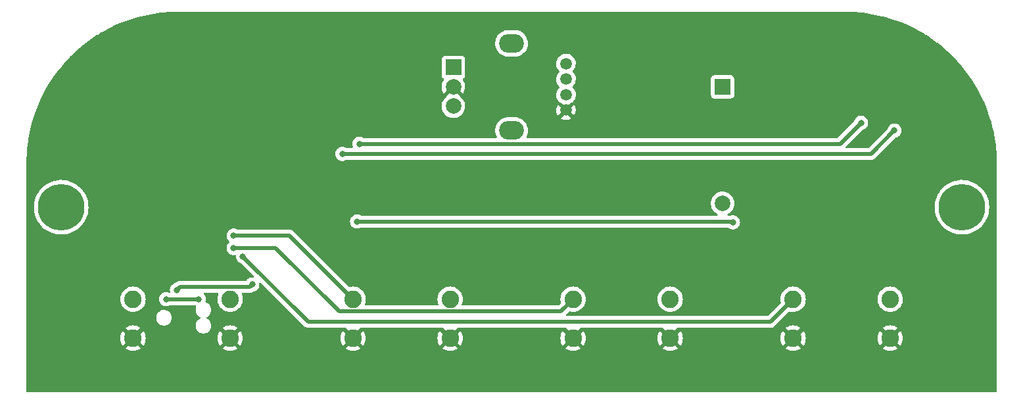
<source format=gbr>
%TF.GenerationSoftware,KiCad,Pcbnew,(5.99.0-6632-gb710573c5)*%
%TF.CreationDate,2020-12-08T22:19:28-05:00*%
%TF.ProjectId,zoom_pad,7a6f6f6d-5f70-4616-942e-6b696361645f,rev?*%
%TF.SameCoordinates,Original*%
%TF.FileFunction,Copper,L1,Top*%
%TF.FilePolarity,Positive*%
%FSLAX46Y46*%
G04 Gerber Fmt 4.6, Leading zero omitted, Abs format (unit mm)*
G04 Created by KiCad (PCBNEW (5.99.0-6632-gb710573c5)) date 2020-12-08 22:19:28*
%MOMM*%
%LPD*%
G01*
G04 APERTURE LIST*
%TA.AperFunction,ComponentPad*%
%ADD10C,2.250000*%
%TD*%
%TA.AperFunction,ComponentPad*%
%ADD11C,2.000000*%
%TD*%
%TA.AperFunction,ComponentPad*%
%ADD12R,2.000000X2.000000*%
%TD*%
%TA.AperFunction,ComponentPad*%
%ADD13C,1.500000*%
%TD*%
%TA.AperFunction,ComponentPad*%
%ADD14O,3.200000X2.400000*%
%TD*%
%TA.AperFunction,ComponentPad*%
%ADD15C,6.000000*%
%TD*%
%TA.AperFunction,ViaPad*%
%ADD16C,0.800000*%
%TD*%
%TA.AperFunction,ViaPad*%
%ADD17C,1.500000*%
%TD*%
%TA.AperFunction,Conductor*%
%ADD18C,0.508000*%
%TD*%
G04 APERTURE END LIST*
D10*
%TO.P,S2,4,out2*%
%TO.N,GND*%
X115083333Y-122500000D03*
%TO.P,S2,3,out1*%
X102583333Y-122500000D03*
%TO.P,S2,2,in2*%
%TO.N,N/C*%
X115083333Y-117500000D03*
%TO.P,S2,1,in1*%
%TO.N,Net-(U1-Pad30)*%
X102583333Y-117500000D03*
%TD*%
D11*
%TO.P,BT1,2,-*%
%TO.N,N/C*%
X150165000Y-105160000D03*
D12*
%TO.P,BT1,1,+*%
%TO.N,/VBATT*%
X150165000Y-90170000D03*
%TD*%
D13*
%TO.P,SW1,S4,S4*%
%TO.N,/SW*%
X130000000Y-87170000D03*
%TO.P,SW1,S3,S3*%
%TO.N,/RED_LED*%
X130000000Y-89170000D03*
%TO.P,SW1,S2,S2*%
%TO.N,/GREEN_LED*%
X130000000Y-91170000D03*
%TO.P,SW1,S1,S1*%
%TO.N,GND*%
X130000000Y-93170000D03*
D14*
%TO.P,SW1,MP*%
%TO.N,N/C*%
X123000000Y-84570000D03*
X123000000Y-95770000D03*
D11*
%TO.P,SW1,C,C*%
%TO.N,GND*%
X115500000Y-90170000D03*
%TO.P,SW1,B,B*%
%TO.N,Net-(SW1-PadB)*%
X115500000Y-92670000D03*
D12*
%TO.P,SW1,A,A*%
%TO.N,Net-(SW1-PadA)*%
X115500000Y-87670000D03*
%TD*%
D10*
%TO.P,S4,4,out2*%
%TO.N,GND*%
X171750000Y-122500000D03*
%TO.P,S4,3,out1*%
X159250000Y-122500000D03*
%TO.P,S4,2,in2*%
%TO.N,N/C*%
X171750000Y-117500000D03*
%TO.P,S4,1,in1*%
%TO.N,Net-(U1-Pad27)*%
X159250000Y-117500000D03*
%TD*%
%TO.P,S3,4,out2*%
%TO.N,GND*%
X143416666Y-122500000D03*
%TO.P,S3,3,out1*%
X130916666Y-122500000D03*
%TO.P,S3,2,in2*%
%TO.N,N/C*%
X143416666Y-117500000D03*
%TO.P,S3,1,in1*%
%TO.N,Net-(U1-Pad28)*%
X130916666Y-117500000D03*
%TD*%
%TO.P,S1,4,out2*%
%TO.N,GND*%
X86750000Y-122500000D03*
%TO.P,S1,3,out1*%
X74250000Y-122500000D03*
%TO.P,S1,2,in2*%
%TO.N,N/C*%
X86750000Y-117500000D03*
%TO.P,S1,1,in1*%
%TO.N,Net-(U1-Pad31)*%
X74250000Y-117500000D03*
%TD*%
D15*
%TO.P,H4,M3*%
%TO.N,N/C*%
X65000000Y-105664000D03*
%TD*%
%TO.P,H3,M3*%
%TO.N,N/C*%
X181000000Y-105664000D03*
%TD*%
D16*
%TO.N,/TDO*%
X82700000Y-117500000D03*
%TO.N,GND*%
X90800000Y-119600000D03*
X89200000Y-117200000D03*
%TO.N,/VIN*%
X79900000Y-116300000D03*
X89599999Y-115599997D03*
X103400000Y-97500000D03*
X168000000Y-94800000D03*
%TO.N,Net-(U1-Pad3)*%
X101200000Y-98800000D03*
X172300000Y-95800000D03*
%TO.N,Net-(U1-Pad27)*%
X88400000Y-112000000D03*
%TO.N,Net-(U1-Pad28)*%
X87200000Y-110900000D03*
%TO.N,Net-(U1-Pad30)*%
X87200000Y-109300000D03*
%TO.N,/BTN*%
X151500000Y-107600000D03*
X103100000Y-107500000D03*
%TO.N,/TDO*%
X78500000Y-117500000D03*
D17*
%TO.N,GND*%
X85500000Y-102500000D03*
%TD*%
D18*
%TO.N,/TDO*%
X82700000Y-117500000D02*
X78500000Y-117500000D01*
%TO.N,/VIN*%
X79900000Y-116300000D02*
X80299999Y-115900001D01*
X80299999Y-115900001D02*
X89299995Y-115900001D01*
X89299995Y-115900001D02*
X89599999Y-115599997D01*
X165300000Y-97500000D02*
X103400000Y-97500000D01*
X168000000Y-94800000D02*
X165300000Y-97500000D01*
%TO.N,Net-(U1-Pad3)*%
X169300000Y-98800000D02*
X172300000Y-95800000D01*
X101200000Y-98800000D02*
X169300000Y-98800000D01*
%TO.N,Net-(U1-Pad27)*%
X88400000Y-112000000D02*
X96800000Y-120400000D01*
X96800000Y-120400000D02*
X156350000Y-120400000D01*
X156350000Y-120400000D02*
X159250000Y-117500000D01*
%TO.N,Net-(U1-Pad28)*%
X87200000Y-110900000D02*
X92600000Y-110900000D01*
X92600000Y-110900000D02*
X100779001Y-119079001D01*
X100779001Y-119079001D02*
X129337665Y-119079001D01*
X129337665Y-119079001D02*
X130916666Y-117500000D01*
%TO.N,Net-(U1-Pad30)*%
X87200000Y-109300000D02*
X94383333Y-109300000D01*
X94383333Y-109300000D02*
X102583333Y-117500000D01*
%TO.N,/BTN*%
X151400000Y-107500000D02*
X151500000Y-107600000D01*
X103100000Y-107500000D02*
X151400000Y-107500000D01*
%TD*%
%TA.AperFunction,Conductor*%
%TO.N,GND*%
G36*
X165939319Y-80509612D02*
G01*
X165954105Y-80512000D01*
X165954107Y-80512000D01*
X165958911Y-80512776D01*
X166433390Y-80515457D01*
X166438325Y-80515582D01*
X166653365Y-80525239D01*
X167308194Y-80554647D01*
X167313835Y-80555027D01*
X167656526Y-80585869D01*
X168179321Y-80632920D01*
X168184909Y-80633550D01*
X168766206Y-80712292D01*
X169046021Y-80750196D01*
X169051605Y-80751081D01*
X169906576Y-80906235D01*
X169912116Y-80907369D01*
X170759294Y-81100732D01*
X170764777Y-81102114D01*
X171217007Y-81226922D01*
X171602433Y-81333293D01*
X171607817Y-81334909D01*
X172434233Y-81603427D01*
X172439570Y-81605294D01*
X173253160Y-81910641D01*
X173258387Y-81912737D01*
X174057435Y-82254267D01*
X174062541Y-82256587D01*
X174845461Y-82633622D01*
X174850484Y-82636181D01*
X175615666Y-83047943D01*
X175620583Y-83050733D01*
X175993042Y-83273267D01*
X176366546Y-83496425D01*
X176366574Y-83496442D01*
X176371359Y-83499449D01*
X176625680Y-83667325D01*
X177096539Y-83978136D01*
X177101187Y-83981356D01*
X177804176Y-84492108D01*
X177808675Y-84495533D01*
X178488081Y-85037342D01*
X178492381Y-85040932D01*
X179031208Y-85511692D01*
X179146784Y-85612668D01*
X179150950Y-85616475D01*
X179356044Y-85812566D01*
X179779034Y-86216986D01*
X179783032Y-86220984D01*
X179955000Y-86400848D01*
X180361809Y-86826337D01*
X180383539Y-86849065D01*
X180387334Y-86853217D01*
X180473584Y-86951937D01*
X180959047Y-87507595D01*
X180962671Y-87511935D01*
X181504482Y-88191346D01*
X181507907Y-88195845D01*
X182018655Y-88898829D01*
X182021875Y-88903477D01*
X182089513Y-89005944D01*
X182391693Y-89463729D01*
X182500566Y-89628666D01*
X182503575Y-89633454D01*
X182949273Y-90379429D01*
X182952063Y-90384347D01*
X183363824Y-91149527D01*
X183366391Y-91154565D01*
X183715700Y-91879911D01*
X183743418Y-91937469D01*
X183745738Y-91942575D01*
X184087271Y-92741630D01*
X184089367Y-92746857D01*
X184394706Y-93560429D01*
X184396572Y-93565764D01*
X184665087Y-94392169D01*
X184665088Y-94392173D01*
X184666709Y-94397572D01*
X184773069Y-94782956D01*
X184897884Y-95235213D01*
X184899266Y-95240696D01*
X185092631Y-96087886D01*
X185093765Y-96093426D01*
X185248921Y-96948409D01*
X185249806Y-96953993D01*
X185274289Y-97134731D01*
X185366448Y-97815072D01*
X185366448Y-97815073D01*
X185367080Y-97820680D01*
X185386543Y-98036942D01*
X185444973Y-98686169D01*
X185445353Y-98691810D01*
X185466616Y-99165269D01*
X185484419Y-99561672D01*
X185484419Y-99561683D01*
X185484544Y-99566613D01*
X185487206Y-100037810D01*
X185487868Y-100042252D01*
X185487868Y-100042255D01*
X185490624Y-100060752D01*
X185492000Y-100079319D01*
X185492001Y-114733892D01*
X185492001Y-129366000D01*
X185471999Y-129434121D01*
X185418343Y-129480614D01*
X185366001Y-129492000D01*
X60634000Y-129492000D01*
X60565879Y-129471998D01*
X60519386Y-129418342D01*
X60508000Y-129366000D01*
X60508000Y-123824431D01*
X73290921Y-123824431D01*
X73294614Y-123829708D01*
X73502144Y-123956883D01*
X73510938Y-123961364D01*
X73739257Y-124055937D01*
X73748642Y-124058986D01*
X73988947Y-124116679D01*
X73998694Y-124118222D01*
X74245070Y-124137612D01*
X74254930Y-124137612D01*
X74501306Y-124118222D01*
X74511053Y-124116679D01*
X74751358Y-124058986D01*
X74760743Y-124055937D01*
X74989062Y-123961364D01*
X74997856Y-123956883D01*
X75203888Y-123830626D01*
X75207933Y-123824431D01*
X85790921Y-123824431D01*
X85794614Y-123829708D01*
X86002144Y-123956883D01*
X86010938Y-123961364D01*
X86239257Y-124055937D01*
X86248642Y-124058986D01*
X86488947Y-124116679D01*
X86498694Y-124118222D01*
X86745070Y-124137612D01*
X86754930Y-124137612D01*
X87001306Y-124118222D01*
X87011053Y-124116679D01*
X87251358Y-124058986D01*
X87260743Y-124055937D01*
X87489062Y-123961364D01*
X87497856Y-123956883D01*
X87703888Y-123830626D01*
X87707933Y-123824431D01*
X101624254Y-123824431D01*
X101627947Y-123829708D01*
X101835477Y-123956883D01*
X101844271Y-123961364D01*
X102072590Y-124055937D01*
X102081975Y-124058986D01*
X102322280Y-124116679D01*
X102332027Y-124118222D01*
X102578403Y-124137612D01*
X102588263Y-124137612D01*
X102834639Y-124118222D01*
X102844386Y-124116679D01*
X103084691Y-124058986D01*
X103094076Y-124055937D01*
X103322395Y-123961364D01*
X103331189Y-123956883D01*
X103537221Y-123830626D01*
X103541266Y-123824431D01*
X114124254Y-123824431D01*
X114127947Y-123829708D01*
X114335477Y-123956883D01*
X114344271Y-123961364D01*
X114572590Y-124055937D01*
X114581975Y-124058986D01*
X114822280Y-124116679D01*
X114832027Y-124118222D01*
X115078403Y-124137612D01*
X115088263Y-124137612D01*
X115334639Y-124118222D01*
X115344386Y-124116679D01*
X115584691Y-124058986D01*
X115594076Y-124055937D01*
X115822395Y-123961364D01*
X115831189Y-123956883D01*
X116037221Y-123830626D01*
X116041266Y-123824431D01*
X129957587Y-123824431D01*
X129961280Y-123829708D01*
X130168810Y-123956883D01*
X130177604Y-123961364D01*
X130405923Y-124055937D01*
X130415308Y-124058986D01*
X130655613Y-124116679D01*
X130665360Y-124118222D01*
X130911736Y-124137612D01*
X130921596Y-124137612D01*
X131167972Y-124118222D01*
X131177719Y-124116679D01*
X131418024Y-124058986D01*
X131427409Y-124055937D01*
X131655728Y-123961364D01*
X131664522Y-123956883D01*
X131870554Y-123830626D01*
X131874599Y-123824431D01*
X142457587Y-123824431D01*
X142461280Y-123829708D01*
X142668810Y-123956883D01*
X142677604Y-123961364D01*
X142905923Y-124055937D01*
X142915308Y-124058986D01*
X143155613Y-124116679D01*
X143165360Y-124118222D01*
X143411736Y-124137612D01*
X143421596Y-124137612D01*
X143667972Y-124118222D01*
X143677719Y-124116679D01*
X143918024Y-124058986D01*
X143927409Y-124055937D01*
X144155728Y-123961364D01*
X144164522Y-123956883D01*
X144370554Y-123830626D01*
X144374599Y-123824431D01*
X158290921Y-123824431D01*
X158294614Y-123829708D01*
X158502144Y-123956883D01*
X158510938Y-123961364D01*
X158739257Y-124055937D01*
X158748642Y-124058986D01*
X158988947Y-124116679D01*
X158998694Y-124118222D01*
X159245070Y-124137612D01*
X159254930Y-124137612D01*
X159501306Y-124118222D01*
X159511053Y-124116679D01*
X159751358Y-124058986D01*
X159760743Y-124055937D01*
X159989062Y-123961364D01*
X159997856Y-123956883D01*
X160203888Y-123830626D01*
X160207933Y-123824431D01*
X170790921Y-123824431D01*
X170794614Y-123829708D01*
X171002144Y-123956883D01*
X171010938Y-123961364D01*
X171239257Y-124055937D01*
X171248642Y-124058986D01*
X171488947Y-124116679D01*
X171498694Y-124118222D01*
X171745070Y-124137612D01*
X171754930Y-124137612D01*
X172001306Y-124118222D01*
X172011053Y-124116679D01*
X172251358Y-124058986D01*
X172260743Y-124055937D01*
X172489062Y-123961364D01*
X172497856Y-123956883D01*
X172703888Y-123830626D01*
X172709152Y-123822566D01*
X172703144Y-123812354D01*
X171762812Y-122872022D01*
X171748868Y-122864408D01*
X171747035Y-122864539D01*
X171740420Y-122868790D01*
X170798311Y-123810899D01*
X170790921Y-123824431D01*
X160207933Y-123824431D01*
X160209152Y-123822566D01*
X160203144Y-123812354D01*
X159262812Y-122872022D01*
X159248868Y-122864408D01*
X159247035Y-122864539D01*
X159240420Y-122868790D01*
X158298311Y-123810899D01*
X158290921Y-123824431D01*
X144374599Y-123824431D01*
X144375818Y-123822566D01*
X144369810Y-123812354D01*
X143429478Y-122872022D01*
X143415534Y-122864408D01*
X143413701Y-122864539D01*
X143407086Y-122868790D01*
X142464977Y-123810899D01*
X142457587Y-123824431D01*
X131874599Y-123824431D01*
X131875818Y-123822566D01*
X131869810Y-123812354D01*
X130929478Y-122872022D01*
X130915534Y-122864408D01*
X130913701Y-122864539D01*
X130907086Y-122868790D01*
X129964977Y-123810899D01*
X129957587Y-123824431D01*
X116041266Y-123824431D01*
X116042485Y-123822566D01*
X116036477Y-123812354D01*
X115096145Y-122872022D01*
X115082201Y-122864408D01*
X115080368Y-122864539D01*
X115073753Y-122868790D01*
X114131644Y-123810899D01*
X114124254Y-123824431D01*
X103541266Y-123824431D01*
X103542485Y-123822566D01*
X103536477Y-123812354D01*
X102596145Y-122872022D01*
X102582201Y-122864408D01*
X102580368Y-122864539D01*
X102573753Y-122868790D01*
X101631644Y-123810899D01*
X101624254Y-123824431D01*
X87707933Y-123824431D01*
X87709152Y-123822566D01*
X87703144Y-123812354D01*
X86762812Y-122872022D01*
X86748868Y-122864408D01*
X86747035Y-122864539D01*
X86740420Y-122868790D01*
X85798311Y-123810899D01*
X85790921Y-123824431D01*
X75207933Y-123824431D01*
X75209152Y-123822566D01*
X75203144Y-123812354D01*
X74262812Y-122872022D01*
X74248868Y-122864408D01*
X74247035Y-122864539D01*
X74240420Y-122868790D01*
X73298311Y-123810899D01*
X73290921Y-123824431D01*
X60508000Y-123824431D01*
X60508000Y-122495070D01*
X72612388Y-122495070D01*
X72612388Y-122504930D01*
X72631778Y-122751306D01*
X72633321Y-122761053D01*
X72691014Y-123001358D01*
X72694063Y-123010743D01*
X72788636Y-123239062D01*
X72793117Y-123247856D01*
X72919374Y-123453888D01*
X72927434Y-123459152D01*
X72937646Y-123453144D01*
X73877978Y-122512812D01*
X73884355Y-122501132D01*
X74614408Y-122501132D01*
X74614539Y-122502965D01*
X74618790Y-122509580D01*
X75560899Y-123451689D01*
X75574431Y-123459079D01*
X75579708Y-123455386D01*
X75706883Y-123247856D01*
X75711364Y-123239062D01*
X75805937Y-123010743D01*
X75808986Y-123001358D01*
X75866679Y-122761053D01*
X75868222Y-122751306D01*
X75887612Y-122504930D01*
X75887612Y-122495070D01*
X85112388Y-122495070D01*
X85112388Y-122504930D01*
X85131778Y-122751306D01*
X85133321Y-122761053D01*
X85191014Y-123001358D01*
X85194063Y-123010743D01*
X85288636Y-123239062D01*
X85293117Y-123247856D01*
X85419374Y-123453888D01*
X85427434Y-123459152D01*
X85437646Y-123453144D01*
X86377978Y-122512812D01*
X86384355Y-122501132D01*
X87114408Y-122501132D01*
X87114539Y-122502965D01*
X87118790Y-122509580D01*
X88060899Y-123451689D01*
X88074431Y-123459079D01*
X88079708Y-123455386D01*
X88206883Y-123247856D01*
X88211364Y-123239062D01*
X88305937Y-123010743D01*
X88308986Y-123001358D01*
X88366679Y-122761053D01*
X88368222Y-122751306D01*
X88387612Y-122504930D01*
X88387612Y-122495070D01*
X100945721Y-122495070D01*
X100945721Y-122504930D01*
X100965111Y-122751306D01*
X100966654Y-122761053D01*
X101024347Y-123001358D01*
X101027396Y-123010743D01*
X101121969Y-123239062D01*
X101126450Y-123247856D01*
X101252707Y-123453888D01*
X101260767Y-123459152D01*
X101270979Y-123453144D01*
X102211311Y-122512812D01*
X102217688Y-122501132D01*
X102947741Y-122501132D01*
X102947872Y-122502965D01*
X102952123Y-122509580D01*
X103894232Y-123451689D01*
X103907764Y-123459079D01*
X103913041Y-123455386D01*
X104040216Y-123247856D01*
X104044697Y-123239062D01*
X104139270Y-123010743D01*
X104142319Y-123001358D01*
X104200012Y-122761053D01*
X104201555Y-122751306D01*
X104220945Y-122504930D01*
X104220945Y-122495070D01*
X113445721Y-122495070D01*
X113445721Y-122504930D01*
X113465111Y-122751306D01*
X113466654Y-122761053D01*
X113524347Y-123001358D01*
X113527396Y-123010743D01*
X113621969Y-123239062D01*
X113626450Y-123247856D01*
X113752707Y-123453888D01*
X113760767Y-123459152D01*
X113770979Y-123453144D01*
X114711311Y-122512812D01*
X114717688Y-122501132D01*
X115447741Y-122501132D01*
X115447872Y-122502965D01*
X115452123Y-122509580D01*
X116394232Y-123451689D01*
X116407764Y-123459079D01*
X116413041Y-123455386D01*
X116540216Y-123247856D01*
X116544697Y-123239062D01*
X116639270Y-123010743D01*
X116642319Y-123001358D01*
X116700012Y-122761053D01*
X116701555Y-122751306D01*
X116720945Y-122504930D01*
X116720945Y-122495070D01*
X129279054Y-122495070D01*
X129279054Y-122504930D01*
X129298444Y-122751306D01*
X129299987Y-122761053D01*
X129357680Y-123001358D01*
X129360729Y-123010743D01*
X129455302Y-123239062D01*
X129459783Y-123247856D01*
X129586040Y-123453888D01*
X129594100Y-123459152D01*
X129604312Y-123453144D01*
X130544644Y-122512812D01*
X130551021Y-122501132D01*
X131281074Y-122501132D01*
X131281205Y-122502965D01*
X131285456Y-122509580D01*
X132227565Y-123451689D01*
X132241097Y-123459079D01*
X132246374Y-123455386D01*
X132373549Y-123247856D01*
X132378030Y-123239062D01*
X132472603Y-123010743D01*
X132475652Y-123001358D01*
X132533345Y-122761053D01*
X132534888Y-122751306D01*
X132554278Y-122504930D01*
X132554278Y-122495070D01*
X141779054Y-122495070D01*
X141779054Y-122504930D01*
X141798444Y-122751306D01*
X141799987Y-122761053D01*
X141857680Y-123001358D01*
X141860729Y-123010743D01*
X141955302Y-123239062D01*
X141959783Y-123247856D01*
X142086040Y-123453888D01*
X142094100Y-123459152D01*
X142104312Y-123453144D01*
X143044644Y-122512812D01*
X143051021Y-122501132D01*
X143781074Y-122501132D01*
X143781205Y-122502965D01*
X143785456Y-122509580D01*
X144727565Y-123451689D01*
X144741097Y-123459079D01*
X144746374Y-123455386D01*
X144873549Y-123247856D01*
X144878030Y-123239062D01*
X144972603Y-123010743D01*
X144975652Y-123001358D01*
X145033345Y-122761053D01*
X145034888Y-122751306D01*
X145054278Y-122504930D01*
X145054278Y-122495070D01*
X157612388Y-122495070D01*
X157612388Y-122504930D01*
X157631778Y-122751306D01*
X157633321Y-122761053D01*
X157691014Y-123001358D01*
X157694063Y-123010743D01*
X157788636Y-123239062D01*
X157793117Y-123247856D01*
X157919374Y-123453888D01*
X157927434Y-123459152D01*
X157937646Y-123453144D01*
X158877978Y-122512812D01*
X158884355Y-122501132D01*
X159614408Y-122501132D01*
X159614539Y-122502965D01*
X159618790Y-122509580D01*
X160560899Y-123451689D01*
X160574431Y-123459079D01*
X160579708Y-123455386D01*
X160706883Y-123247856D01*
X160711364Y-123239062D01*
X160805937Y-123010743D01*
X160808986Y-123001358D01*
X160866679Y-122761053D01*
X160868222Y-122751306D01*
X160887612Y-122504930D01*
X160887612Y-122495070D01*
X170112388Y-122495070D01*
X170112388Y-122504930D01*
X170131778Y-122751306D01*
X170133321Y-122761053D01*
X170191014Y-123001358D01*
X170194063Y-123010743D01*
X170288636Y-123239062D01*
X170293117Y-123247856D01*
X170419374Y-123453888D01*
X170427434Y-123459152D01*
X170437646Y-123453144D01*
X171377978Y-122512812D01*
X171384355Y-122501132D01*
X172114408Y-122501132D01*
X172114539Y-122502965D01*
X172118790Y-122509580D01*
X173060899Y-123451689D01*
X173074431Y-123459079D01*
X173079708Y-123455386D01*
X173206883Y-123247856D01*
X173211364Y-123239062D01*
X173305937Y-123010743D01*
X173308986Y-123001358D01*
X173366679Y-122761053D01*
X173368222Y-122751306D01*
X173387612Y-122504930D01*
X173387612Y-122495070D01*
X173368222Y-122248694D01*
X173366679Y-122238947D01*
X173308986Y-121998642D01*
X173305937Y-121989257D01*
X173211364Y-121760938D01*
X173206883Y-121752144D01*
X173080626Y-121546112D01*
X173072566Y-121540848D01*
X173062354Y-121546856D01*
X172122022Y-122487188D01*
X172114408Y-122501132D01*
X171384355Y-122501132D01*
X171385592Y-122498868D01*
X171385461Y-122497035D01*
X171381210Y-122490420D01*
X170439101Y-121548311D01*
X170425569Y-121540921D01*
X170420292Y-121544614D01*
X170293117Y-121752144D01*
X170288636Y-121760938D01*
X170194063Y-121989257D01*
X170191014Y-121998642D01*
X170133321Y-122238947D01*
X170131778Y-122248694D01*
X170112388Y-122495070D01*
X160887612Y-122495070D01*
X160868222Y-122248694D01*
X160866679Y-122238947D01*
X160808986Y-121998642D01*
X160805937Y-121989257D01*
X160711364Y-121760938D01*
X160706883Y-121752144D01*
X160580626Y-121546112D01*
X160572566Y-121540848D01*
X160562354Y-121546856D01*
X159622022Y-122487188D01*
X159614408Y-122501132D01*
X158884355Y-122501132D01*
X158885592Y-122498868D01*
X158885461Y-122497035D01*
X158881210Y-122490420D01*
X157939101Y-121548311D01*
X157925569Y-121540921D01*
X157920292Y-121544614D01*
X157793117Y-121752144D01*
X157788636Y-121760938D01*
X157694063Y-121989257D01*
X157691014Y-121998642D01*
X157633321Y-122238947D01*
X157631778Y-122248694D01*
X157612388Y-122495070D01*
X145054278Y-122495070D01*
X145034888Y-122248694D01*
X145033345Y-122238947D01*
X144975652Y-121998642D01*
X144972603Y-121989257D01*
X144878030Y-121760938D01*
X144873549Y-121752144D01*
X144747292Y-121546112D01*
X144739232Y-121540848D01*
X144729020Y-121546856D01*
X143788688Y-122487188D01*
X143781074Y-122501132D01*
X143051021Y-122501132D01*
X143052258Y-122498868D01*
X143052127Y-122497035D01*
X143047876Y-122490420D01*
X142105767Y-121548311D01*
X142092235Y-121540921D01*
X142086958Y-121544614D01*
X141959783Y-121752144D01*
X141955302Y-121760938D01*
X141860729Y-121989257D01*
X141857680Y-121998642D01*
X141799987Y-122238947D01*
X141798444Y-122248694D01*
X141779054Y-122495070D01*
X132554278Y-122495070D01*
X132534888Y-122248694D01*
X132533345Y-122238947D01*
X132475652Y-121998642D01*
X132472603Y-121989257D01*
X132378030Y-121760938D01*
X132373549Y-121752144D01*
X132247292Y-121546112D01*
X132239232Y-121540848D01*
X132229020Y-121546856D01*
X131288688Y-122487188D01*
X131281074Y-122501132D01*
X130551021Y-122501132D01*
X130552258Y-122498868D01*
X130552127Y-122497035D01*
X130547876Y-122490420D01*
X129605767Y-121548311D01*
X129592235Y-121540921D01*
X129586958Y-121544614D01*
X129459783Y-121752144D01*
X129455302Y-121760938D01*
X129360729Y-121989257D01*
X129357680Y-121998642D01*
X129299987Y-122238947D01*
X129298444Y-122248694D01*
X129279054Y-122495070D01*
X116720945Y-122495070D01*
X116701555Y-122248694D01*
X116700012Y-122238947D01*
X116642319Y-121998642D01*
X116639270Y-121989257D01*
X116544697Y-121760938D01*
X116540216Y-121752144D01*
X116413959Y-121546112D01*
X116405899Y-121540848D01*
X116395687Y-121546856D01*
X115455355Y-122487188D01*
X115447741Y-122501132D01*
X114717688Y-122501132D01*
X114718925Y-122498868D01*
X114718794Y-122497035D01*
X114714543Y-122490420D01*
X113772434Y-121548311D01*
X113758902Y-121540921D01*
X113753625Y-121544614D01*
X113626450Y-121752144D01*
X113621969Y-121760938D01*
X113527396Y-121989257D01*
X113524347Y-121998642D01*
X113466654Y-122238947D01*
X113465111Y-122248694D01*
X113445721Y-122495070D01*
X104220945Y-122495070D01*
X104201555Y-122248694D01*
X104200012Y-122238947D01*
X104142319Y-121998642D01*
X104139270Y-121989257D01*
X104044697Y-121760938D01*
X104040216Y-121752144D01*
X103913959Y-121546112D01*
X103905899Y-121540848D01*
X103895687Y-121546856D01*
X102955355Y-122487188D01*
X102947741Y-122501132D01*
X102217688Y-122501132D01*
X102218925Y-122498868D01*
X102218794Y-122497035D01*
X102214543Y-122490420D01*
X101272434Y-121548311D01*
X101258902Y-121540921D01*
X101253625Y-121544614D01*
X101126450Y-121752144D01*
X101121969Y-121760938D01*
X101027396Y-121989257D01*
X101024347Y-121998642D01*
X100966654Y-122238947D01*
X100965111Y-122248694D01*
X100945721Y-122495070D01*
X88387612Y-122495070D01*
X88368222Y-122248694D01*
X88366679Y-122238947D01*
X88308986Y-121998642D01*
X88305937Y-121989257D01*
X88211364Y-121760938D01*
X88206883Y-121752144D01*
X88080626Y-121546112D01*
X88072566Y-121540848D01*
X88062354Y-121546856D01*
X87122022Y-122487188D01*
X87114408Y-122501132D01*
X86384355Y-122501132D01*
X86385592Y-122498868D01*
X86385461Y-122497035D01*
X86381210Y-122490420D01*
X85439101Y-121548311D01*
X85425569Y-121540921D01*
X85420292Y-121544614D01*
X85293117Y-121752144D01*
X85288636Y-121760938D01*
X85194063Y-121989257D01*
X85191014Y-121998642D01*
X85133321Y-122238947D01*
X85131778Y-122248694D01*
X85112388Y-122495070D01*
X75887612Y-122495070D01*
X75868222Y-122248694D01*
X75866679Y-122238947D01*
X75808986Y-121998642D01*
X75805937Y-121989257D01*
X75711364Y-121760938D01*
X75706883Y-121752144D01*
X75580626Y-121546112D01*
X75572566Y-121540848D01*
X75562354Y-121546856D01*
X74622022Y-122487188D01*
X74614408Y-122501132D01*
X73884355Y-122501132D01*
X73885592Y-122498868D01*
X73885461Y-122497035D01*
X73881210Y-122490420D01*
X72939101Y-121548311D01*
X72925569Y-121540921D01*
X72920292Y-121544614D01*
X72793117Y-121752144D01*
X72788636Y-121760938D01*
X72694063Y-121989257D01*
X72691014Y-121998642D01*
X72633321Y-122238947D01*
X72631778Y-122248694D01*
X72612388Y-122495070D01*
X60508000Y-122495070D01*
X60508000Y-121177434D01*
X73290848Y-121177434D01*
X73296856Y-121187646D01*
X74237188Y-122127978D01*
X74251132Y-122135592D01*
X74252965Y-122135461D01*
X74259580Y-122131210D01*
X75201689Y-121189101D01*
X75209079Y-121175569D01*
X75205386Y-121170292D01*
X74997856Y-121043117D01*
X74989062Y-121038636D01*
X74760743Y-120944063D01*
X74751358Y-120941014D01*
X74511053Y-120883321D01*
X74501306Y-120881778D01*
X74254930Y-120862388D01*
X74245070Y-120862388D01*
X73998694Y-120881778D01*
X73988947Y-120883321D01*
X73748642Y-120941014D01*
X73739257Y-120944063D01*
X73510938Y-121038636D01*
X73502144Y-121043117D01*
X73296112Y-121169374D01*
X73290848Y-121177434D01*
X60508000Y-121177434D01*
X60508000Y-119986393D01*
X77228512Y-119986393D01*
X77268793Y-120186162D01*
X77271286Y-120192036D01*
X77271287Y-120192038D01*
X77345926Y-120367878D01*
X77345929Y-120367883D01*
X77348420Y-120373752D01*
X77464141Y-120541499D01*
X77611229Y-120682551D01*
X77616625Y-120685949D01*
X77778269Y-120787743D01*
X77778274Y-120787746D01*
X77783674Y-120791146D01*
X77974434Y-120862848D01*
X77980738Y-120863846D01*
X77980740Y-120863847D01*
X78075075Y-120878788D01*
X78175715Y-120894728D01*
X78379296Y-120885483D01*
X78393938Y-120881778D01*
X78570672Y-120837058D01*
X78570676Y-120837057D01*
X78576859Y-120835492D01*
X78582606Y-120832714D01*
X78754587Y-120749575D01*
X78754589Y-120749574D01*
X78760335Y-120746796D01*
X78765404Y-120742920D01*
X78765408Y-120742918D01*
X78917155Y-120626898D01*
X78922229Y-120623019D01*
X79055927Y-120469217D01*
X79155969Y-120291672D01*
X79218266Y-120097637D01*
X79233272Y-119959506D01*
X79239920Y-119898311D01*
X79239920Y-119898302D01*
X79240275Y-119895039D01*
X79240300Y-119888000D01*
X79230243Y-119788992D01*
X79220351Y-119691601D01*
X79220351Y-119691599D01*
X79219706Y-119685253D01*
X79158764Y-119490788D01*
X79059965Y-119312550D01*
X78927343Y-119157818D01*
X78922301Y-119153907D01*
X78922299Y-119153905D01*
X78805100Y-119062996D01*
X78766318Y-119032913D01*
X78583465Y-118942939D01*
X78577291Y-118941331D01*
X78577289Y-118941330D01*
X78392437Y-118893179D01*
X78392436Y-118893179D01*
X78386256Y-118891569D01*
X78299027Y-118886998D01*
X78189126Y-118881238D01*
X78189122Y-118881238D01*
X78182745Y-118880904D01*
X77981246Y-118911378D01*
X77975259Y-118913581D01*
X77975258Y-118913581D01*
X77795980Y-118979542D01*
X77789990Y-118981746D01*
X77616791Y-119089134D01*
X77468722Y-119229156D01*
X77351833Y-119396091D01*
X77270898Y-119583120D01*
X77269592Y-119589372D01*
X77230530Y-119776350D01*
X77230529Y-119776355D01*
X77229224Y-119782604D01*
X77228888Y-119878728D01*
X77228629Y-119953022D01*
X77228512Y-119986393D01*
X60508000Y-119986393D01*
X60508000Y-117500000D01*
X72612000Y-117500000D01*
X72632166Y-117756240D01*
X72633320Y-117761047D01*
X72633321Y-117761053D01*
X72670532Y-117916045D01*
X72692169Y-118006170D01*
X72694062Y-118010741D01*
X72694063Y-118010743D01*
X72777789Y-118212873D01*
X72790531Y-118243636D01*
X72924830Y-118462792D01*
X72928042Y-118466552D01*
X72928045Y-118466557D01*
X73013934Y-118567120D01*
X73091759Y-118658241D01*
X73095521Y-118661454D01*
X73283443Y-118821955D01*
X73283448Y-118821958D01*
X73287208Y-118825170D01*
X73506364Y-118959469D01*
X73510934Y-118961362D01*
X73510938Y-118961364D01*
X73739257Y-119055937D01*
X73743830Y-119057831D01*
X73816560Y-119075292D01*
X73988947Y-119116679D01*
X73988953Y-119116680D01*
X73993760Y-119117834D01*
X74250000Y-119138000D01*
X74506240Y-119117834D01*
X74511047Y-119116680D01*
X74511053Y-119116679D01*
X74683440Y-119075292D01*
X74756170Y-119057831D01*
X74760743Y-119055937D01*
X74989062Y-118961364D01*
X74989066Y-118961362D01*
X74993636Y-118959469D01*
X75212792Y-118825170D01*
X75216552Y-118821958D01*
X75216557Y-118821955D01*
X75404479Y-118661454D01*
X75408241Y-118658241D01*
X75486066Y-118567120D01*
X75571955Y-118466557D01*
X75571958Y-118466552D01*
X75575170Y-118462792D01*
X75709469Y-118243636D01*
X75722212Y-118212873D01*
X75805937Y-118010743D01*
X75805938Y-118010741D01*
X75807831Y-118006170D01*
X75829468Y-117916045D01*
X75866679Y-117761053D01*
X75866680Y-117761047D01*
X75867834Y-117756240D01*
X75888000Y-117500000D01*
X77586500Y-117500000D01*
X77606462Y-117689927D01*
X77665476Y-117871554D01*
X77760963Y-118036942D01*
X77765381Y-118041849D01*
X77765382Y-118041850D01*
X77855812Y-118142283D01*
X77888749Y-118178863D01*
X77894091Y-118182744D01*
X77894093Y-118182746D01*
X78036983Y-118286561D01*
X78043250Y-118291114D01*
X78049278Y-118293798D01*
X78049280Y-118293799D01*
X78055459Y-118296550D01*
X78217713Y-118368790D01*
X78311113Y-118388643D01*
X78398056Y-118407124D01*
X78398061Y-118407124D01*
X78404513Y-118408496D01*
X78595487Y-118408496D01*
X78601939Y-118407124D01*
X78601944Y-118407124D01*
X78688887Y-118388643D01*
X78782287Y-118368790D01*
X78944541Y-118296550D01*
X78950720Y-118293799D01*
X78950722Y-118293798D01*
X78956750Y-118291114D01*
X78963016Y-118286561D01*
X78963563Y-118286384D01*
X78967809Y-118283932D01*
X78968330Y-118284835D01*
X79037074Y-118262500D01*
X82162926Y-118262500D01*
X82231670Y-118284835D01*
X82232191Y-118283932D01*
X82236437Y-118286384D01*
X82236984Y-118286561D01*
X82243250Y-118291114D01*
X82249278Y-118293798D01*
X82249280Y-118293799D01*
X82319745Y-118325172D01*
X82373841Y-118371153D01*
X82394490Y-118439080D01*
X82384133Y-118490318D01*
X82350898Y-118567120D01*
X82349592Y-118573372D01*
X82310530Y-118760350D01*
X82310529Y-118760355D01*
X82309224Y-118766604D01*
X82309010Y-118827754D01*
X82308544Y-118961364D01*
X82308512Y-118970393D01*
X82348793Y-119170162D01*
X82351286Y-119176036D01*
X82351287Y-119176038D01*
X82425926Y-119351878D01*
X82425929Y-119351883D01*
X82428420Y-119357752D01*
X82544141Y-119525499D01*
X82691229Y-119666551D01*
X82696625Y-119669949D01*
X82858274Y-119771746D01*
X82858278Y-119771748D01*
X82863674Y-119775146D01*
X82866094Y-119776055D01*
X82917216Y-119823336D01*
X82935003Y-119892068D01*
X82912807Y-119959506D01*
X82869423Y-119996832D01*
X82869990Y-119997746D01*
X82696791Y-120105134D01*
X82548722Y-120245156D01*
X82431833Y-120412091D01*
X82350898Y-120599120D01*
X82349592Y-120605372D01*
X82310530Y-120792350D01*
X82310529Y-120792355D01*
X82309224Y-120798604D01*
X82308896Y-120892413D01*
X82308557Y-120989582D01*
X82308512Y-121002393D01*
X82348793Y-121202162D01*
X82351286Y-121208036D01*
X82351287Y-121208038D01*
X82425926Y-121383878D01*
X82425929Y-121383883D01*
X82428420Y-121389752D01*
X82544141Y-121557499D01*
X82691229Y-121698551D01*
X82696625Y-121701949D01*
X82858269Y-121803743D01*
X82858274Y-121803746D01*
X82863674Y-121807146D01*
X83054434Y-121878848D01*
X83060738Y-121879846D01*
X83060740Y-121879847D01*
X83155075Y-121894788D01*
X83255715Y-121910728D01*
X83459296Y-121901483D01*
X83465481Y-121899918D01*
X83650672Y-121853058D01*
X83650676Y-121853057D01*
X83656859Y-121851492D01*
X83748593Y-121807146D01*
X83834587Y-121765575D01*
X83834589Y-121765574D01*
X83840335Y-121762796D01*
X83845404Y-121758920D01*
X83845408Y-121758918D01*
X83997155Y-121642898D01*
X84002229Y-121639019D01*
X84135927Y-121485217D01*
X84235969Y-121307672D01*
X84277783Y-121177434D01*
X85790848Y-121177434D01*
X85796856Y-121187646D01*
X86737188Y-122127978D01*
X86751132Y-122135592D01*
X86752965Y-122135461D01*
X86759580Y-122131210D01*
X87701689Y-121189101D01*
X87709079Y-121175569D01*
X87705386Y-121170292D01*
X87497856Y-121043117D01*
X87489062Y-121038636D01*
X87260743Y-120944063D01*
X87251358Y-120941014D01*
X87011053Y-120883321D01*
X87001306Y-120881778D01*
X86754930Y-120862388D01*
X86745070Y-120862388D01*
X86498694Y-120881778D01*
X86488947Y-120883321D01*
X86248642Y-120941014D01*
X86239257Y-120944063D01*
X86010938Y-121038636D01*
X86002144Y-121043117D01*
X85796112Y-121169374D01*
X85790848Y-121177434D01*
X84277783Y-121177434D01*
X84298266Y-121113637D01*
X84314602Y-120963260D01*
X84319920Y-120914311D01*
X84319920Y-120914302D01*
X84320275Y-120911039D01*
X84320300Y-120904000D01*
X84310243Y-120804992D01*
X84300351Y-120707601D01*
X84300351Y-120707599D01*
X84299706Y-120701253D01*
X84238764Y-120506788D01*
X84139965Y-120328550D01*
X84007343Y-120173818D01*
X84002301Y-120169907D01*
X84002299Y-120169905D01*
X83900952Y-120091292D01*
X83846318Y-120048913D01*
X83749035Y-120001044D01*
X83696745Y-119953022D01*
X83678718Y-119884353D01*
X83700678Y-119816838D01*
X83749826Y-119774550D01*
X83834587Y-119733575D01*
X83834589Y-119733574D01*
X83840335Y-119730796D01*
X83845404Y-119726920D01*
X83845408Y-119726918D01*
X83988523Y-119617498D01*
X84002229Y-119607019D01*
X84135927Y-119453217D01*
X84235969Y-119275672D01*
X84298266Y-119081637D01*
X84313027Y-118945756D01*
X84319920Y-118882311D01*
X84319920Y-118882302D01*
X84320275Y-118879039D01*
X84320300Y-118872000D01*
X84310243Y-118772992D01*
X84300351Y-118675601D01*
X84300351Y-118675599D01*
X84299706Y-118669253D01*
X84238764Y-118474788D01*
X84234202Y-118466557D01*
X84143058Y-118302130D01*
X84139965Y-118296550D01*
X84007343Y-118141818D01*
X84002301Y-118137907D01*
X84002299Y-118137905D01*
X83864767Y-118031224D01*
X83846318Y-118016913D01*
X83663465Y-117926939D01*
X83657288Y-117925330D01*
X83651308Y-117923106D01*
X83651733Y-117921964D01*
X83596505Y-117888828D01*
X83565038Y-117825185D01*
X83569312Y-117764488D01*
X83591498Y-117696206D01*
X83591498Y-117696205D01*
X83593538Y-117689927D01*
X83613500Y-117500000D01*
X83593538Y-117310073D01*
X83534524Y-117128446D01*
X83439037Y-116963058D01*
X83357777Y-116872809D01*
X83327061Y-116808804D01*
X83335825Y-116738350D01*
X83381287Y-116683819D01*
X83451414Y-116662501D01*
X85140838Y-116662501D01*
X85208959Y-116682503D01*
X85255452Y-116736159D01*
X85257247Y-116836718D01*
X85192169Y-116993830D01*
X85184024Y-117027758D01*
X85133321Y-117238947D01*
X85133320Y-117238953D01*
X85132166Y-117243760D01*
X85112000Y-117500000D01*
X85132166Y-117756240D01*
X85133320Y-117761047D01*
X85133321Y-117761053D01*
X85170532Y-117916045D01*
X85192169Y-118006170D01*
X85194062Y-118010741D01*
X85194063Y-118010743D01*
X85277789Y-118212873D01*
X85290531Y-118243636D01*
X85424830Y-118462792D01*
X85428042Y-118466552D01*
X85428045Y-118466557D01*
X85513934Y-118567120D01*
X85591759Y-118658241D01*
X85595521Y-118661454D01*
X85783443Y-118821955D01*
X85783448Y-118821958D01*
X85787208Y-118825170D01*
X86006364Y-118959469D01*
X86010934Y-118961362D01*
X86010938Y-118961364D01*
X86239257Y-119055937D01*
X86243830Y-119057831D01*
X86316560Y-119075292D01*
X86488947Y-119116679D01*
X86488953Y-119116680D01*
X86493760Y-119117834D01*
X86750000Y-119138000D01*
X87006240Y-119117834D01*
X87011047Y-119116680D01*
X87011053Y-119116679D01*
X87183440Y-119075292D01*
X87256170Y-119057831D01*
X87260743Y-119055937D01*
X87489062Y-118961364D01*
X87489066Y-118961362D01*
X87493636Y-118959469D01*
X87712792Y-118825170D01*
X87716552Y-118821958D01*
X87716557Y-118821955D01*
X87904479Y-118661454D01*
X87908241Y-118658241D01*
X87986066Y-118567120D01*
X88071955Y-118466557D01*
X88071958Y-118466552D01*
X88075170Y-118462792D01*
X88209469Y-118243636D01*
X88222212Y-118212873D01*
X88305937Y-118010743D01*
X88305938Y-118010741D01*
X88307831Y-118006170D01*
X88329468Y-117916045D01*
X88366679Y-117761053D01*
X88366680Y-117761047D01*
X88367834Y-117756240D01*
X88388000Y-117500000D01*
X88367834Y-117243760D01*
X88366680Y-117238953D01*
X88366679Y-117238947D01*
X88315976Y-117027758D01*
X88307831Y-116993830D01*
X88242753Y-116836718D01*
X88235164Y-116766130D01*
X88266943Y-116702643D01*
X88359162Y-116662501D01*
X89233889Y-116662501D01*
X89252839Y-116663934D01*
X89265976Y-116665933D01*
X89265980Y-116665933D01*
X89273210Y-116667033D01*
X89280502Y-116666440D01*
X89280505Y-116666440D01*
X89323826Y-116662916D01*
X89334041Y-116662501D01*
X89342881Y-116662501D01*
X89351586Y-116661486D01*
X89372897Y-116659002D01*
X89377272Y-116658569D01*
X89407625Y-116656100D01*
X89450383Y-116652622D01*
X89457346Y-116650366D01*
X89463358Y-116649165D01*
X89469285Y-116647764D01*
X89476558Y-116646916D01*
X89545564Y-116621868D01*
X89549695Y-116620450D01*
X89619490Y-116597839D01*
X89625749Y-116594041D01*
X89631304Y-116591497D01*
X89636763Y-116588764D01*
X89643650Y-116586264D01*
X89705032Y-116546020D01*
X89708721Y-116543693D01*
X89771459Y-116505623D01*
X89774403Y-116503022D01*
X89822238Y-116481551D01*
X89833051Y-116479252D01*
X89882286Y-116468787D01*
X89948725Y-116439206D01*
X90050719Y-116393796D01*
X90050721Y-116393795D01*
X90056749Y-116391111D01*
X90129099Y-116338546D01*
X90205906Y-116282743D01*
X90205908Y-116282741D01*
X90211250Y-116278860D01*
X90304919Y-116174830D01*
X90334617Y-116141847D01*
X90334618Y-116141846D01*
X90339036Y-116136939D01*
X90434523Y-115971551D01*
X90493537Y-115789924D01*
X90513499Y-115599997D01*
X90502754Y-115497761D01*
X90515526Y-115427923D01*
X90564028Y-115376076D01*
X90632861Y-115358682D01*
X90717159Y-115395496D01*
X96214076Y-120892413D01*
X96226462Y-120906825D01*
X96231972Y-120914311D01*
X96238686Y-120923434D01*
X96244264Y-120928173D01*
X96244267Y-120928176D01*
X96277407Y-120956330D01*
X96284923Y-120963260D01*
X96291156Y-120969493D01*
X96314837Y-120988228D01*
X96318202Y-120990987D01*
X96374157Y-121038525D01*
X96380674Y-121041853D01*
X96385762Y-121045246D01*
X96390963Y-121048458D01*
X96396700Y-121052997D01*
X96403329Y-121056095D01*
X96463169Y-121084063D01*
X96467119Y-121085994D01*
X96494731Y-121100093D01*
X96532471Y-121119364D01*
X96539574Y-121121102D01*
X96545297Y-121123231D01*
X96551110Y-121125164D01*
X96557739Y-121128262D01*
X96629575Y-121143204D01*
X96633864Y-121144175D01*
X96699683Y-121160281D01*
X96699686Y-121160282D01*
X96705136Y-121161615D01*
X96710736Y-121161962D01*
X96710740Y-121161963D01*
X96716159Y-121162299D01*
X96717475Y-121162380D01*
X96720868Y-121162637D01*
X96724610Y-121162971D01*
X96731774Y-121164461D01*
X96802548Y-121162546D01*
X96805956Y-121162500D01*
X101552853Y-121162500D01*
X101641948Y-121199405D01*
X102570521Y-122127978D01*
X102584465Y-122135592D01*
X102586298Y-122135461D01*
X102592913Y-122131210D01*
X103524718Y-121199405D01*
X103613813Y-121162500D01*
X114052853Y-121162500D01*
X114141948Y-121199405D01*
X115070521Y-122127978D01*
X115084465Y-122135592D01*
X115086298Y-122135461D01*
X115092913Y-122131210D01*
X116024718Y-121199405D01*
X116113813Y-121162500D01*
X129886186Y-121162500D01*
X129975281Y-121199405D01*
X130903854Y-122127978D01*
X130917798Y-122135592D01*
X130919631Y-122135461D01*
X130926246Y-122131210D01*
X131858051Y-121199405D01*
X131947146Y-121162500D01*
X142386186Y-121162500D01*
X142475281Y-121199405D01*
X143403854Y-122127978D01*
X143417798Y-122135592D01*
X143419631Y-122135461D01*
X143426246Y-122131210D01*
X144358051Y-121199405D01*
X144411092Y-121177434D01*
X158290848Y-121177434D01*
X158296856Y-121187646D01*
X159237188Y-122127978D01*
X159251132Y-122135592D01*
X159252965Y-122135461D01*
X159259580Y-122131210D01*
X160201689Y-121189101D01*
X160208060Y-121177434D01*
X170790848Y-121177434D01*
X170796856Y-121187646D01*
X171737188Y-122127978D01*
X171751132Y-122135592D01*
X171752965Y-122135461D01*
X171759580Y-122131210D01*
X172701689Y-121189101D01*
X172709079Y-121175569D01*
X172705386Y-121170292D01*
X172497856Y-121043117D01*
X172489062Y-121038636D01*
X172260743Y-120944063D01*
X172251358Y-120941014D01*
X172011053Y-120883321D01*
X172001306Y-120881778D01*
X171754930Y-120862388D01*
X171745070Y-120862388D01*
X171498694Y-120881778D01*
X171488947Y-120883321D01*
X171248642Y-120941014D01*
X171239257Y-120944063D01*
X171010938Y-121038636D01*
X171002144Y-121043117D01*
X170796112Y-121169374D01*
X170790848Y-121177434D01*
X160208060Y-121177434D01*
X160209079Y-121175569D01*
X160205386Y-121170292D01*
X159997856Y-121043117D01*
X159989062Y-121038636D01*
X159760743Y-120944063D01*
X159751358Y-120941014D01*
X159511053Y-120883321D01*
X159501306Y-120881778D01*
X159254930Y-120862388D01*
X159245070Y-120862388D01*
X158998694Y-120881778D01*
X158988947Y-120883321D01*
X158748642Y-120941014D01*
X158739257Y-120944063D01*
X158510938Y-121038636D01*
X158502144Y-121043117D01*
X158296112Y-121169374D01*
X158290848Y-121177434D01*
X144411092Y-121177434D01*
X144447146Y-121162500D01*
X156283894Y-121162500D01*
X156302844Y-121163933D01*
X156315981Y-121165932D01*
X156315985Y-121165932D01*
X156323215Y-121167032D01*
X156330507Y-121166439D01*
X156330510Y-121166439D01*
X156373831Y-121162915D01*
X156384046Y-121162500D01*
X156392886Y-121162500D01*
X156401591Y-121161485D01*
X156422902Y-121159001D01*
X156427277Y-121158568D01*
X156457630Y-121156099D01*
X156500388Y-121152621D01*
X156507351Y-121150365D01*
X156513363Y-121149164D01*
X156519290Y-121147763D01*
X156526563Y-121146915D01*
X156595569Y-121121867D01*
X156599700Y-121120449D01*
X156669495Y-121097838D01*
X156675754Y-121094040D01*
X156681309Y-121091496D01*
X156686768Y-121088763D01*
X156693655Y-121086263D01*
X156755037Y-121046019D01*
X156758726Y-121043692D01*
X156790519Y-121024400D01*
X156816664Y-121008535D01*
X156816666Y-121008533D01*
X156821464Y-121005622D01*
X156825675Y-121001903D01*
X156830738Y-120997432D01*
X156833325Y-120995209D01*
X156836191Y-120992813D01*
X156842313Y-120988799D01*
X156891051Y-120937350D01*
X156893428Y-120934909D01*
X158715446Y-119112892D01*
X158777758Y-119078866D01*
X158833953Y-119079468D01*
X158906268Y-119096829D01*
X158988947Y-119116679D01*
X158988953Y-119116680D01*
X158993760Y-119117834D01*
X159250000Y-119138000D01*
X159506240Y-119117834D01*
X159511047Y-119116680D01*
X159511053Y-119116679D01*
X159683440Y-119075292D01*
X159756170Y-119057831D01*
X159760743Y-119055937D01*
X159989062Y-118961364D01*
X159989066Y-118961362D01*
X159993636Y-118959469D01*
X160212792Y-118825170D01*
X160216552Y-118821958D01*
X160216557Y-118821955D01*
X160404479Y-118661454D01*
X160408241Y-118658241D01*
X160486066Y-118567120D01*
X160571955Y-118466557D01*
X160571958Y-118466552D01*
X160575170Y-118462792D01*
X160709469Y-118243636D01*
X160722212Y-118212873D01*
X160805937Y-118010743D01*
X160805938Y-118010741D01*
X160807831Y-118006170D01*
X160829468Y-117916045D01*
X160866679Y-117761053D01*
X160866680Y-117761047D01*
X160867834Y-117756240D01*
X160888000Y-117500000D01*
X170112000Y-117500000D01*
X170132166Y-117756240D01*
X170133320Y-117761047D01*
X170133321Y-117761053D01*
X170170532Y-117916045D01*
X170192169Y-118006170D01*
X170194062Y-118010741D01*
X170194063Y-118010743D01*
X170277789Y-118212873D01*
X170290531Y-118243636D01*
X170424830Y-118462792D01*
X170428042Y-118466552D01*
X170428045Y-118466557D01*
X170513934Y-118567120D01*
X170591759Y-118658241D01*
X170595521Y-118661454D01*
X170783443Y-118821955D01*
X170783448Y-118821958D01*
X170787208Y-118825170D01*
X171006364Y-118959469D01*
X171010934Y-118961362D01*
X171010938Y-118961364D01*
X171239257Y-119055937D01*
X171243830Y-119057831D01*
X171316560Y-119075292D01*
X171488947Y-119116679D01*
X171488953Y-119116680D01*
X171493760Y-119117834D01*
X171750000Y-119138000D01*
X172006240Y-119117834D01*
X172011047Y-119116680D01*
X172011053Y-119116679D01*
X172183440Y-119075292D01*
X172256170Y-119057831D01*
X172260743Y-119055937D01*
X172489062Y-118961364D01*
X172489066Y-118961362D01*
X172493636Y-118959469D01*
X172712792Y-118825170D01*
X172716552Y-118821958D01*
X172716557Y-118821955D01*
X172904479Y-118661454D01*
X172908241Y-118658241D01*
X172986066Y-118567120D01*
X173071955Y-118466557D01*
X173071958Y-118466552D01*
X173075170Y-118462792D01*
X173209469Y-118243636D01*
X173222212Y-118212873D01*
X173305937Y-118010743D01*
X173305938Y-118010741D01*
X173307831Y-118006170D01*
X173329468Y-117916045D01*
X173366679Y-117761053D01*
X173366680Y-117761047D01*
X173367834Y-117756240D01*
X173388000Y-117500000D01*
X173367834Y-117243760D01*
X173366680Y-117238953D01*
X173366679Y-117238947D01*
X173315976Y-117027758D01*
X173307831Y-116993830D01*
X173257704Y-116872812D01*
X173211364Y-116760938D01*
X173211362Y-116760934D01*
X173209469Y-116756364D01*
X173075170Y-116537208D01*
X173071958Y-116533448D01*
X173071955Y-116533443D01*
X172911454Y-116345521D01*
X172908241Y-116341759D01*
X172867034Y-116306565D01*
X172716557Y-116178045D01*
X172716552Y-116178042D01*
X172712792Y-116174830D01*
X172493636Y-116040531D01*
X172489066Y-116038638D01*
X172489062Y-116038636D01*
X172260743Y-115944063D01*
X172260741Y-115944062D01*
X172256170Y-115942169D01*
X172166046Y-115920532D01*
X172011053Y-115883321D01*
X172011047Y-115883320D01*
X172006240Y-115882166D01*
X171750000Y-115862000D01*
X171493760Y-115882166D01*
X171488953Y-115883320D01*
X171488947Y-115883321D01*
X171333954Y-115920532D01*
X171243830Y-115942169D01*
X171239259Y-115944062D01*
X171239257Y-115944063D01*
X171010938Y-116038636D01*
X171010934Y-116038638D01*
X171006364Y-116040531D01*
X170787208Y-116174830D01*
X170783448Y-116178042D01*
X170783443Y-116178045D01*
X170632966Y-116306565D01*
X170591759Y-116341759D01*
X170588546Y-116345521D01*
X170428045Y-116533443D01*
X170428042Y-116533448D01*
X170424830Y-116537208D01*
X170290531Y-116756364D01*
X170288638Y-116760934D01*
X170288636Y-116760938D01*
X170242296Y-116872812D01*
X170192169Y-116993830D01*
X170184024Y-117027758D01*
X170133321Y-117238947D01*
X170133320Y-117238953D01*
X170132166Y-117243760D01*
X170112000Y-117500000D01*
X160888000Y-117500000D01*
X160867834Y-117243760D01*
X160866680Y-117238953D01*
X160866679Y-117238947D01*
X160815976Y-117027758D01*
X160807831Y-116993830D01*
X160757704Y-116872812D01*
X160711364Y-116760938D01*
X160711362Y-116760934D01*
X160709469Y-116756364D01*
X160575170Y-116537208D01*
X160571958Y-116533448D01*
X160571955Y-116533443D01*
X160411454Y-116345521D01*
X160408241Y-116341759D01*
X160367034Y-116306565D01*
X160216557Y-116178045D01*
X160216552Y-116178042D01*
X160212792Y-116174830D01*
X159993636Y-116040531D01*
X159989066Y-116038638D01*
X159989062Y-116038636D01*
X159760743Y-115944063D01*
X159760741Y-115944062D01*
X159756170Y-115942169D01*
X159666046Y-115920532D01*
X159511053Y-115883321D01*
X159511047Y-115883320D01*
X159506240Y-115882166D01*
X159250000Y-115862000D01*
X158993760Y-115882166D01*
X158988953Y-115883320D01*
X158988947Y-115883321D01*
X158833954Y-115920532D01*
X158743830Y-115942169D01*
X158739259Y-115944062D01*
X158739257Y-115944063D01*
X158510938Y-116038636D01*
X158510934Y-116038638D01*
X158506364Y-116040531D01*
X158287208Y-116174830D01*
X158283448Y-116178042D01*
X158283443Y-116178045D01*
X158132966Y-116306565D01*
X158091759Y-116341759D01*
X158088546Y-116345521D01*
X157928045Y-116533443D01*
X157928042Y-116533448D01*
X157924830Y-116537208D01*
X157790531Y-116756364D01*
X157788638Y-116760934D01*
X157788636Y-116760938D01*
X157742296Y-116872812D01*
X157692169Y-116993830D01*
X157684024Y-117027758D01*
X157633321Y-117238947D01*
X157633320Y-117238953D01*
X157632166Y-117243760D01*
X157612000Y-117500000D01*
X157632166Y-117756240D01*
X157633320Y-117761047D01*
X157633321Y-117761053D01*
X157670531Y-117916045D01*
X157666983Y-117986953D01*
X157637108Y-118034554D01*
X156071069Y-119600595D01*
X155981973Y-119637500D01*
X130161694Y-119637500D01*
X130093573Y-119617498D01*
X130047080Y-119563842D01*
X130036976Y-119493568D01*
X130072599Y-119422404D01*
X130176874Y-119318130D01*
X130382112Y-119112892D01*
X130444424Y-119078867D01*
X130500621Y-119079469D01*
X130655613Y-119116679D01*
X130655619Y-119116680D01*
X130660426Y-119117834D01*
X130916666Y-119138000D01*
X131172906Y-119117834D01*
X131177713Y-119116680D01*
X131177719Y-119116679D01*
X131350106Y-119075292D01*
X131422836Y-119057831D01*
X131427409Y-119055937D01*
X131655728Y-118961364D01*
X131655732Y-118961362D01*
X131660302Y-118959469D01*
X131879458Y-118825170D01*
X131883218Y-118821958D01*
X131883223Y-118821955D01*
X132071145Y-118661454D01*
X132074907Y-118658241D01*
X132152732Y-118567120D01*
X132238621Y-118466557D01*
X132238624Y-118466552D01*
X132241836Y-118462792D01*
X132376135Y-118243636D01*
X132388878Y-118212873D01*
X132472603Y-118010743D01*
X132472604Y-118010741D01*
X132474497Y-118006170D01*
X132496134Y-117916045D01*
X132533345Y-117761053D01*
X132533346Y-117761047D01*
X132534500Y-117756240D01*
X132554666Y-117500000D01*
X141778666Y-117500000D01*
X141798832Y-117756240D01*
X141799986Y-117761047D01*
X141799987Y-117761053D01*
X141837198Y-117916045D01*
X141858835Y-118006170D01*
X141860728Y-118010741D01*
X141860729Y-118010743D01*
X141944455Y-118212873D01*
X141957197Y-118243636D01*
X142091496Y-118462792D01*
X142094708Y-118466552D01*
X142094711Y-118466557D01*
X142180600Y-118567120D01*
X142258425Y-118658241D01*
X142262187Y-118661454D01*
X142450109Y-118821955D01*
X142450114Y-118821958D01*
X142453874Y-118825170D01*
X142673030Y-118959469D01*
X142677600Y-118961362D01*
X142677604Y-118961364D01*
X142905923Y-119055937D01*
X142910496Y-119057831D01*
X142983226Y-119075292D01*
X143155613Y-119116679D01*
X143155619Y-119116680D01*
X143160426Y-119117834D01*
X143416666Y-119138000D01*
X143672906Y-119117834D01*
X143677713Y-119116680D01*
X143677719Y-119116679D01*
X143850106Y-119075292D01*
X143922836Y-119057831D01*
X143927409Y-119055937D01*
X144155728Y-118961364D01*
X144155732Y-118961362D01*
X144160302Y-118959469D01*
X144379458Y-118825170D01*
X144383218Y-118821958D01*
X144383223Y-118821955D01*
X144571145Y-118661454D01*
X144574907Y-118658241D01*
X144652732Y-118567120D01*
X144738621Y-118466557D01*
X144738624Y-118466552D01*
X144741836Y-118462792D01*
X144876135Y-118243636D01*
X144888878Y-118212873D01*
X144972603Y-118010743D01*
X144972604Y-118010741D01*
X144974497Y-118006170D01*
X144996134Y-117916045D01*
X145033345Y-117761053D01*
X145033346Y-117761047D01*
X145034500Y-117756240D01*
X145054666Y-117500000D01*
X145034500Y-117243760D01*
X145033346Y-117238953D01*
X145033345Y-117238947D01*
X144982642Y-117027758D01*
X144974497Y-116993830D01*
X144924370Y-116872812D01*
X144878030Y-116760938D01*
X144878028Y-116760934D01*
X144876135Y-116756364D01*
X144741836Y-116537208D01*
X144738624Y-116533448D01*
X144738621Y-116533443D01*
X144578120Y-116345521D01*
X144574907Y-116341759D01*
X144533700Y-116306565D01*
X144383223Y-116178045D01*
X144383218Y-116178042D01*
X144379458Y-116174830D01*
X144160302Y-116040531D01*
X144155732Y-116038638D01*
X144155728Y-116038636D01*
X143927409Y-115944063D01*
X143927407Y-115944062D01*
X143922836Y-115942169D01*
X143832712Y-115920532D01*
X143677719Y-115883321D01*
X143677713Y-115883320D01*
X143672906Y-115882166D01*
X143416666Y-115862000D01*
X143160426Y-115882166D01*
X143155619Y-115883320D01*
X143155613Y-115883321D01*
X143000620Y-115920532D01*
X142910496Y-115942169D01*
X142905925Y-115944062D01*
X142905923Y-115944063D01*
X142677604Y-116038636D01*
X142677600Y-116038638D01*
X142673030Y-116040531D01*
X142453874Y-116174830D01*
X142450114Y-116178042D01*
X142450109Y-116178045D01*
X142299632Y-116306565D01*
X142258425Y-116341759D01*
X142255212Y-116345521D01*
X142094711Y-116533443D01*
X142094708Y-116533448D01*
X142091496Y-116537208D01*
X141957197Y-116756364D01*
X141955304Y-116760934D01*
X141955302Y-116760938D01*
X141908962Y-116872812D01*
X141858835Y-116993830D01*
X141850690Y-117027758D01*
X141799987Y-117238947D01*
X141799986Y-117238953D01*
X141798832Y-117243760D01*
X141778666Y-117500000D01*
X132554666Y-117500000D01*
X132534500Y-117243760D01*
X132533346Y-117238953D01*
X132533345Y-117238947D01*
X132482642Y-117027758D01*
X132474497Y-116993830D01*
X132424370Y-116872812D01*
X132378030Y-116760938D01*
X132378028Y-116760934D01*
X132376135Y-116756364D01*
X132241836Y-116537208D01*
X132238624Y-116533448D01*
X132238621Y-116533443D01*
X132078120Y-116345521D01*
X132074907Y-116341759D01*
X132033700Y-116306565D01*
X131883223Y-116178045D01*
X131883218Y-116178042D01*
X131879458Y-116174830D01*
X131660302Y-116040531D01*
X131655732Y-116038638D01*
X131655728Y-116038636D01*
X131427409Y-115944063D01*
X131427407Y-115944062D01*
X131422836Y-115942169D01*
X131332712Y-115920532D01*
X131177719Y-115883321D01*
X131177713Y-115883320D01*
X131172906Y-115882166D01*
X130916666Y-115862000D01*
X130660426Y-115882166D01*
X130655619Y-115883320D01*
X130655613Y-115883321D01*
X130500620Y-115920532D01*
X130410496Y-115942169D01*
X130405925Y-115944062D01*
X130405923Y-115944063D01*
X130177604Y-116038636D01*
X130177600Y-116038638D01*
X130173030Y-116040531D01*
X129953874Y-116174830D01*
X129950114Y-116178042D01*
X129950109Y-116178045D01*
X129799632Y-116306565D01*
X129758425Y-116341759D01*
X129755212Y-116345521D01*
X129594711Y-116533443D01*
X129594708Y-116533448D01*
X129591496Y-116537208D01*
X129457197Y-116756364D01*
X129455304Y-116760934D01*
X129455302Y-116760938D01*
X129408962Y-116872812D01*
X129358835Y-116993830D01*
X129350690Y-117027758D01*
X129299987Y-117238947D01*
X129299986Y-117238953D01*
X129298832Y-117243760D01*
X129278666Y-117500000D01*
X129298832Y-117756240D01*
X129299986Y-117761047D01*
X129299987Y-117761053D01*
X129337198Y-117916047D01*
X129333651Y-117986955D01*
X129303774Y-118034556D01*
X129058734Y-118279596D01*
X128969639Y-118316501D01*
X116701193Y-118316501D01*
X116633072Y-118296499D01*
X116586579Y-118242843D01*
X116584784Y-118142283D01*
X116639270Y-118010743D01*
X116639271Y-118010741D01*
X116641164Y-118006170D01*
X116662801Y-117916045D01*
X116700012Y-117761053D01*
X116700013Y-117761047D01*
X116701167Y-117756240D01*
X116721333Y-117500000D01*
X116701167Y-117243760D01*
X116700013Y-117238953D01*
X116700012Y-117238947D01*
X116649309Y-117027758D01*
X116641164Y-116993830D01*
X116591037Y-116872812D01*
X116544697Y-116760938D01*
X116544695Y-116760934D01*
X116542802Y-116756364D01*
X116408503Y-116537208D01*
X116405291Y-116533448D01*
X116405288Y-116533443D01*
X116244787Y-116345521D01*
X116241574Y-116341759D01*
X116200367Y-116306565D01*
X116049890Y-116178045D01*
X116049885Y-116178042D01*
X116046125Y-116174830D01*
X115826969Y-116040531D01*
X115822399Y-116038638D01*
X115822395Y-116038636D01*
X115594076Y-115944063D01*
X115594074Y-115944062D01*
X115589503Y-115942169D01*
X115499379Y-115920532D01*
X115344386Y-115883321D01*
X115344380Y-115883320D01*
X115339573Y-115882166D01*
X115083333Y-115862000D01*
X114827093Y-115882166D01*
X114822286Y-115883320D01*
X114822280Y-115883321D01*
X114667287Y-115920532D01*
X114577163Y-115942169D01*
X114572592Y-115944062D01*
X114572590Y-115944063D01*
X114344271Y-116038636D01*
X114344267Y-116038638D01*
X114339697Y-116040531D01*
X114120541Y-116174830D01*
X114116781Y-116178042D01*
X114116776Y-116178045D01*
X113966299Y-116306565D01*
X113925092Y-116341759D01*
X113921879Y-116345521D01*
X113761378Y-116533443D01*
X113761375Y-116533448D01*
X113758163Y-116537208D01*
X113623864Y-116756364D01*
X113621971Y-116760934D01*
X113621969Y-116760938D01*
X113575629Y-116872812D01*
X113525502Y-116993830D01*
X113517357Y-117027758D01*
X113466654Y-117238947D01*
X113466653Y-117238953D01*
X113465499Y-117243760D01*
X113445333Y-117500000D01*
X113465499Y-117756240D01*
X113466653Y-117761047D01*
X113466654Y-117761053D01*
X113503865Y-117916045D01*
X113525502Y-118006170D01*
X113527395Y-118010741D01*
X113527396Y-118010743D01*
X113581882Y-118142283D01*
X113589471Y-118212873D01*
X113557692Y-118276360D01*
X113465473Y-118316501D01*
X104201193Y-118316501D01*
X104133072Y-118296499D01*
X104086579Y-118242843D01*
X104084784Y-118142283D01*
X104139270Y-118010743D01*
X104139271Y-118010741D01*
X104141164Y-118006170D01*
X104162801Y-117916045D01*
X104200012Y-117761053D01*
X104200013Y-117761047D01*
X104201167Y-117756240D01*
X104221333Y-117500000D01*
X104201167Y-117243760D01*
X104200013Y-117238953D01*
X104200012Y-117238947D01*
X104149309Y-117027758D01*
X104141164Y-116993830D01*
X104091037Y-116872812D01*
X104044697Y-116760938D01*
X104044695Y-116760934D01*
X104042802Y-116756364D01*
X103908503Y-116537208D01*
X103905291Y-116533448D01*
X103905288Y-116533443D01*
X103744787Y-116345521D01*
X103741574Y-116341759D01*
X103700367Y-116306565D01*
X103549890Y-116178045D01*
X103549885Y-116178042D01*
X103546125Y-116174830D01*
X103326969Y-116040531D01*
X103322399Y-116038638D01*
X103322395Y-116038636D01*
X103094076Y-115944063D01*
X103094074Y-115944062D01*
X103089503Y-115942169D01*
X102999379Y-115920532D01*
X102844386Y-115883321D01*
X102844380Y-115883320D01*
X102839573Y-115882166D01*
X102583333Y-115862000D01*
X102327093Y-115882166D01*
X102322286Y-115883320D01*
X102322280Y-115883321D01*
X102239601Y-115903171D01*
X102167287Y-115920532D01*
X102096380Y-115916985D01*
X102048779Y-115887108D01*
X94969256Y-108807587D01*
X94956870Y-108793175D01*
X94948985Y-108782461D01*
X94944647Y-108776566D01*
X94905920Y-108743665D01*
X94898404Y-108736735D01*
X94892176Y-108730507D01*
X94889311Y-108728240D01*
X94889304Y-108728234D01*
X94868508Y-108711781D01*
X94865122Y-108709005D01*
X94809176Y-108661475D01*
X94802654Y-108658145D01*
X94797601Y-108654775D01*
X94792377Y-108651549D01*
X94786632Y-108647003D01*
X94774993Y-108641563D01*
X94720198Y-108615954D01*
X94716246Y-108614023D01*
X94657384Y-108583966D01*
X94657382Y-108583965D01*
X94650862Y-108580636D01*
X94643749Y-108578896D01*
X94638028Y-108576768D01*
X94632224Y-108574837D01*
X94625593Y-108571738D01*
X94553768Y-108556799D01*
X94549496Y-108555832D01*
X94478197Y-108538385D01*
X94472600Y-108538038D01*
X94472595Y-108538037D01*
X94467452Y-108537718D01*
X94465852Y-108537619D01*
X94462459Y-108537363D01*
X94458725Y-108537030D01*
X94451558Y-108535539D01*
X94385787Y-108537319D01*
X94380784Y-108537454D01*
X94377376Y-108537500D01*
X87737074Y-108537500D01*
X87668330Y-108515165D01*
X87667809Y-108516068D01*
X87663563Y-108513616D01*
X87663017Y-108513439D01*
X87662093Y-108512768D01*
X87662094Y-108512768D01*
X87656750Y-108508886D01*
X87650722Y-108506202D01*
X87650720Y-108506201D01*
X87488318Y-108433895D01*
X87488317Y-108433895D01*
X87482287Y-108431210D01*
X87388887Y-108411357D01*
X87301944Y-108392876D01*
X87301939Y-108392876D01*
X87295487Y-108391504D01*
X87104513Y-108391504D01*
X87098061Y-108392876D01*
X87098056Y-108392876D01*
X87011113Y-108411357D01*
X86917713Y-108431210D01*
X86911683Y-108433895D01*
X86911682Y-108433895D01*
X86749280Y-108506201D01*
X86749278Y-108506202D01*
X86743250Y-108508886D01*
X86737909Y-108512766D01*
X86737908Y-108512767D01*
X86594093Y-108617254D01*
X86594091Y-108617256D01*
X86588749Y-108621137D01*
X86584328Y-108626047D01*
X86584327Y-108626048D01*
X86478425Y-108743665D01*
X86460963Y-108763058D01*
X86365476Y-108928446D01*
X86363434Y-108934731D01*
X86317665Y-109075595D01*
X86306462Y-109110073D01*
X86305772Y-109116636D01*
X86305772Y-109116637D01*
X86300612Y-109165730D01*
X86286500Y-109300000D01*
X86306462Y-109489927D01*
X86365476Y-109671554D01*
X86460963Y-109836942D01*
X86588749Y-109978863D01*
X86594091Y-109982744D01*
X86594093Y-109982746D01*
X86615177Y-109998064D01*
X86658531Y-110054286D01*
X86664606Y-110125022D01*
X86615177Y-110201936D01*
X86594093Y-110217254D01*
X86594091Y-110217256D01*
X86588749Y-110221137D01*
X86584328Y-110226047D01*
X86584327Y-110226048D01*
X86478425Y-110343665D01*
X86460963Y-110363058D01*
X86365476Y-110528446D01*
X86306462Y-110710073D01*
X86286500Y-110900000D01*
X86306462Y-111089927D01*
X86365476Y-111271554D01*
X86460963Y-111436942D01*
X86588749Y-111578863D01*
X86594091Y-111582744D01*
X86594093Y-111582746D01*
X86703866Y-111662500D01*
X86743250Y-111691114D01*
X86749278Y-111693798D01*
X86749280Y-111693799D01*
X86873767Y-111749224D01*
X86917713Y-111768790D01*
X87011113Y-111788643D01*
X87098056Y-111807124D01*
X87098061Y-111807124D01*
X87104513Y-111808496D01*
X87295487Y-111808496D01*
X87301939Y-111807124D01*
X87301944Y-111807124D01*
X87341818Y-111798648D01*
X87412609Y-111804050D01*
X87469241Y-111846867D01*
X87493325Y-111935065D01*
X87486500Y-112000000D01*
X87506462Y-112189927D01*
X87565476Y-112371554D01*
X87660963Y-112536942D01*
X87788749Y-112678863D01*
X87794091Y-112682744D01*
X87794093Y-112682746D01*
X87937908Y-112787233D01*
X87943250Y-112791114D01*
X87949278Y-112793798D01*
X87949280Y-112793799D01*
X88111682Y-112866105D01*
X88117713Y-112868790D01*
X88124168Y-112870162D01*
X88124171Y-112870163D01*
X88156322Y-112876997D01*
X88173581Y-112880665D01*
X88236480Y-112914817D01*
X89799653Y-114477990D01*
X89833679Y-114540302D01*
X89828614Y-114611117D01*
X89786067Y-114667953D01*
X89698391Y-114692119D01*
X89695486Y-114691501D01*
X89504512Y-114691501D01*
X89498060Y-114692873D01*
X89498055Y-114692873D01*
X89411112Y-114711354D01*
X89317712Y-114731207D01*
X89311682Y-114733892D01*
X89311681Y-114733892D01*
X89149279Y-114806198D01*
X89149277Y-114806199D01*
X89143249Y-114808883D01*
X89137908Y-114812763D01*
X89137907Y-114812764D01*
X88994092Y-114917251D01*
X88994090Y-114917253D01*
X88988748Y-114921134D01*
X88860962Y-115063055D01*
X88857661Y-115068773D01*
X88854353Y-115074502D01*
X88802970Y-115123495D01*
X88745234Y-115137501D01*
X80366105Y-115137501D01*
X80347155Y-115136068D01*
X80334018Y-115134069D01*
X80334014Y-115134069D01*
X80326784Y-115132969D01*
X80319492Y-115133562D01*
X80319489Y-115133562D01*
X80276168Y-115137086D01*
X80265953Y-115137501D01*
X80257113Y-115137501D01*
X80227075Y-115141003D01*
X80222737Y-115141432D01*
X80191333Y-115143987D01*
X80156909Y-115146786D01*
X80156906Y-115146787D01*
X80149610Y-115147380D01*
X80142647Y-115149636D01*
X80136635Y-115150837D01*
X80130706Y-115152238D01*
X80123436Y-115153086D01*
X80054438Y-115178131D01*
X80050307Y-115179549D01*
X79980503Y-115202163D01*
X79974239Y-115205964D01*
X79968658Y-115208519D01*
X79963223Y-115211241D01*
X79956344Y-115213738D01*
X79894966Y-115253979D01*
X79891278Y-115256306D01*
X79859561Y-115275552D01*
X79833335Y-115291466D01*
X79833333Y-115291468D01*
X79828535Y-115294379D01*
X79824326Y-115298097D01*
X79824324Y-115298098D01*
X79819261Y-115302569D01*
X79816674Y-115304792D01*
X79813808Y-115307188D01*
X79807686Y-115311202D01*
X79802653Y-115316515D01*
X79758947Y-115362652D01*
X79756569Y-115365094D01*
X79736480Y-115385183D01*
X79673581Y-115419335D01*
X79656322Y-115423003D01*
X79624171Y-115429837D01*
X79624168Y-115429838D01*
X79617713Y-115431210D01*
X79611683Y-115433895D01*
X79611682Y-115433895D01*
X79449280Y-115506201D01*
X79449278Y-115506202D01*
X79443250Y-115508886D01*
X79437909Y-115512766D01*
X79437908Y-115512767D01*
X79294093Y-115617254D01*
X79294091Y-115617256D01*
X79288749Y-115621137D01*
X79160963Y-115763058D01*
X79157662Y-115768776D01*
X79089343Y-115887108D01*
X79065476Y-115928446D01*
X79006462Y-116110073D01*
X78986500Y-116300000D01*
X79006462Y-116489927D01*
X79008501Y-116496203D01*
X79008502Y-116496207D01*
X79010595Y-116502648D01*
X79012621Y-116573615D01*
X78975957Y-116634412D01*
X78912244Y-116665736D01*
X78839513Y-116656688D01*
X78788322Y-116633896D01*
X78788314Y-116633893D01*
X78782287Y-116631210D01*
X78688887Y-116611357D01*
X78601944Y-116592876D01*
X78601939Y-116592876D01*
X78595487Y-116591504D01*
X78404513Y-116591504D01*
X78398061Y-116592876D01*
X78398056Y-116592876D01*
X78311113Y-116611357D01*
X78217713Y-116631210D01*
X78211683Y-116633895D01*
X78211682Y-116633895D01*
X78049280Y-116706201D01*
X78049278Y-116706202D01*
X78043250Y-116708886D01*
X78037909Y-116712766D01*
X78037908Y-116712767D01*
X77894093Y-116817254D01*
X77894091Y-116817256D01*
X77888749Y-116821137D01*
X77760963Y-116963058D01*
X77665476Y-117128446D01*
X77606462Y-117310073D01*
X77586500Y-117500000D01*
X75888000Y-117500000D01*
X75867834Y-117243760D01*
X75866680Y-117238953D01*
X75866679Y-117238947D01*
X75815976Y-117027758D01*
X75807831Y-116993830D01*
X75757704Y-116872812D01*
X75711364Y-116760938D01*
X75711362Y-116760934D01*
X75709469Y-116756364D01*
X75575170Y-116537208D01*
X75571958Y-116533448D01*
X75571955Y-116533443D01*
X75411454Y-116345521D01*
X75408241Y-116341759D01*
X75367034Y-116306565D01*
X75216557Y-116178045D01*
X75216552Y-116178042D01*
X75212792Y-116174830D01*
X74993636Y-116040531D01*
X74989066Y-116038638D01*
X74989062Y-116038636D01*
X74760743Y-115944063D01*
X74760741Y-115944062D01*
X74756170Y-115942169D01*
X74666046Y-115920532D01*
X74511053Y-115883321D01*
X74511047Y-115883320D01*
X74506240Y-115882166D01*
X74250000Y-115862000D01*
X73993760Y-115882166D01*
X73988953Y-115883320D01*
X73988947Y-115883321D01*
X73833954Y-115920532D01*
X73743830Y-115942169D01*
X73739259Y-115944062D01*
X73739257Y-115944063D01*
X73510938Y-116038636D01*
X73510934Y-116038638D01*
X73506364Y-116040531D01*
X73287208Y-116174830D01*
X73283448Y-116178042D01*
X73283443Y-116178045D01*
X73132966Y-116306565D01*
X73091759Y-116341759D01*
X73088546Y-116345521D01*
X72928045Y-116533443D01*
X72928042Y-116533448D01*
X72924830Y-116537208D01*
X72790531Y-116756364D01*
X72788638Y-116760934D01*
X72788636Y-116760938D01*
X72742296Y-116872812D01*
X72692169Y-116993830D01*
X72684024Y-117027758D01*
X72633321Y-117238947D01*
X72633320Y-117238953D01*
X72632166Y-117243760D01*
X72612000Y-117500000D01*
X60508000Y-117500000D01*
X60508000Y-105847856D01*
X61491814Y-105847856D01*
X61492167Y-105851182D01*
X61492167Y-105851191D01*
X61524069Y-106152185D01*
X61531215Y-106219609D01*
X61609897Y-106585071D01*
X61610943Y-106588242D01*
X61610944Y-106588247D01*
X61719435Y-106917254D01*
X61726969Y-106940102D01*
X61881105Y-107280682D01*
X61882800Y-107283566D01*
X61882803Y-107283571D01*
X61980224Y-107449289D01*
X62070559Y-107602955D01*
X62293187Y-107903270D01*
X62546467Y-108178229D01*
X62548995Y-108180446D01*
X62548996Y-108180447D01*
X62825015Y-108422509D01*
X62825020Y-108422513D01*
X62827531Y-108424715D01*
X63133197Y-108639939D01*
X63136114Y-108641559D01*
X63136120Y-108641563D01*
X63309247Y-108737726D01*
X63460002Y-108821463D01*
X63804247Y-108967232D01*
X64162032Y-109075595D01*
X64165315Y-109076218D01*
X64165322Y-109076220D01*
X64310561Y-109103794D01*
X64529307Y-109145324D01*
X64901911Y-109175630D01*
X65088769Y-109170900D01*
X65272272Y-109166256D01*
X65272274Y-109166256D01*
X65275627Y-109166171D01*
X65646221Y-109117052D01*
X65649472Y-109116263D01*
X65649480Y-109116261D01*
X65917133Y-109051261D01*
X66009498Y-109028830D01*
X66012655Y-109027696D01*
X66012660Y-109027695D01*
X66358176Y-108903642D01*
X66358181Y-108903640D01*
X66361342Y-108902505D01*
X66525920Y-108822768D01*
X66694740Y-108740976D01*
X66694747Y-108740972D01*
X66697771Y-108739507D01*
X67014974Y-108541681D01*
X67309359Y-108311268D01*
X67311765Y-108308932D01*
X67311770Y-108308928D01*
X67483880Y-108141850D01*
X67577593Y-108050877D01*
X67816638Y-107763457D01*
X67992009Y-107500000D01*
X102186500Y-107500000D01*
X102206462Y-107689927D01*
X102265476Y-107871554D01*
X102360963Y-108036942D01*
X102365381Y-108041849D01*
X102365382Y-108041850D01*
X102445855Y-108131224D01*
X102488749Y-108178863D01*
X102494091Y-108182744D01*
X102494093Y-108182746D01*
X102636983Y-108286561D01*
X102643250Y-108291114D01*
X102649278Y-108293798D01*
X102649280Y-108293799D01*
X102693161Y-108313336D01*
X102817713Y-108368790D01*
X102904480Y-108387233D01*
X102998056Y-108407124D01*
X102998061Y-108407124D01*
X103004513Y-108408496D01*
X103195487Y-108408496D01*
X103201939Y-108407124D01*
X103201944Y-108407124D01*
X103295520Y-108387233D01*
X103382287Y-108368790D01*
X103506839Y-108313336D01*
X103550720Y-108293799D01*
X103550722Y-108293798D01*
X103556750Y-108291114D01*
X103563016Y-108286561D01*
X103563563Y-108286384D01*
X103567809Y-108283932D01*
X103568330Y-108284835D01*
X103637074Y-108262500D01*
X150825288Y-108262500D01*
X150899348Y-108286564D01*
X150909307Y-108293799D01*
X151012524Y-108368790D01*
X151043250Y-108391114D01*
X151049278Y-108393798D01*
X151049280Y-108393799D01*
X151211682Y-108466105D01*
X151217713Y-108468790D01*
X151311113Y-108488643D01*
X151398056Y-108507124D01*
X151398061Y-108507124D01*
X151404513Y-108508496D01*
X151595487Y-108508496D01*
X151601939Y-108507124D01*
X151601944Y-108507124D01*
X151688887Y-108488643D01*
X151782287Y-108468790D01*
X151788318Y-108466105D01*
X151950720Y-108393799D01*
X151950722Y-108393798D01*
X151956750Y-108391114D01*
X151985588Y-108370162D01*
X152105907Y-108282746D01*
X152105909Y-108282744D01*
X152111251Y-108278863D01*
X152239037Y-108136942D01*
X152334524Y-107971554D01*
X152393538Y-107789927D01*
X152413500Y-107600000D01*
X152393538Y-107410073D01*
X152334524Y-107228446D01*
X152239037Y-107063058D01*
X152111251Y-106921137D01*
X152105909Y-106917256D01*
X152105907Y-106917254D01*
X151962092Y-106812767D01*
X151962091Y-106812766D01*
X151956750Y-106808886D01*
X151950722Y-106806202D01*
X151950720Y-106806201D01*
X151788318Y-106733895D01*
X151788317Y-106733895D01*
X151782287Y-106731210D01*
X151677262Y-106708886D01*
X151601944Y-106692876D01*
X151601939Y-106692876D01*
X151595487Y-106691504D01*
X151404513Y-106691504D01*
X151398061Y-106692876D01*
X151398056Y-106692876D01*
X151282222Y-106717498D01*
X151217713Y-106731210D01*
X151216262Y-106731856D01*
X151180631Y-106737500D01*
X150917080Y-106737500D01*
X150848959Y-106717498D01*
X150802466Y-106663842D01*
X150792362Y-106593568D01*
X150821856Y-106528988D01*
X150855994Y-106501298D01*
X150927173Y-106461843D01*
X151002281Y-106420210D01*
X151006259Y-106417080D01*
X151006263Y-106417077D01*
X151189019Y-106273262D01*
X151189020Y-106273261D01*
X151192995Y-106270133D01*
X151357260Y-106091496D01*
X151490852Y-105888893D01*
X151509294Y-105847856D01*
X177491814Y-105847856D01*
X177492167Y-105851182D01*
X177492167Y-105851191D01*
X177524069Y-106152185D01*
X177531215Y-106219609D01*
X177609897Y-106585071D01*
X177610943Y-106588242D01*
X177610944Y-106588247D01*
X177719435Y-106917254D01*
X177726969Y-106940102D01*
X177881105Y-107280682D01*
X177882800Y-107283566D01*
X177882803Y-107283571D01*
X177980224Y-107449289D01*
X178070559Y-107602955D01*
X178293187Y-107903270D01*
X178546467Y-108178229D01*
X178548995Y-108180446D01*
X178548996Y-108180447D01*
X178825015Y-108422509D01*
X178825020Y-108422513D01*
X178827531Y-108424715D01*
X179133197Y-108639939D01*
X179136114Y-108641559D01*
X179136120Y-108641563D01*
X179309247Y-108737726D01*
X179460002Y-108821463D01*
X179804247Y-108967232D01*
X180162032Y-109075595D01*
X180165315Y-109076218D01*
X180165322Y-109076220D01*
X180310561Y-109103794D01*
X180529307Y-109145324D01*
X180901911Y-109175630D01*
X181088769Y-109170900D01*
X181272272Y-109166256D01*
X181272274Y-109166256D01*
X181275627Y-109166171D01*
X181646221Y-109117052D01*
X181649472Y-109116263D01*
X181649480Y-109116261D01*
X181917133Y-109051261D01*
X182009498Y-109028830D01*
X182012655Y-109027696D01*
X182012660Y-109027695D01*
X182358176Y-108903642D01*
X182358181Y-108903640D01*
X182361342Y-108902505D01*
X182525920Y-108822768D01*
X182694740Y-108740976D01*
X182694747Y-108740972D01*
X182697771Y-108739507D01*
X183014974Y-108541681D01*
X183309359Y-108311268D01*
X183311765Y-108308932D01*
X183311770Y-108308928D01*
X183483880Y-108141850D01*
X183577593Y-108050877D01*
X183816638Y-107763457D01*
X184023787Y-107452262D01*
X184143532Y-107222723D01*
X184195148Y-107123781D01*
X184195150Y-107123777D01*
X184196694Y-107120817D01*
X184197914Y-107117711D01*
X184197918Y-107117703D01*
X184332177Y-106775991D01*
X184332179Y-106775986D01*
X184333401Y-106772875D01*
X184345836Y-106727577D01*
X184431472Y-106415615D01*
X184431473Y-106415613D01*
X184432361Y-106412376D01*
X184492452Y-106043402D01*
X184512995Y-105670131D01*
X184513000Y-105664000D01*
X184502877Y-105474021D01*
X184493287Y-105294029D01*
X184493286Y-105294023D01*
X184493109Y-105290694D01*
X184489865Y-105270550D01*
X184434196Y-104924931D01*
X184434196Y-104924930D01*
X184433662Y-104921616D01*
X184432704Y-104918100D01*
X184336217Y-104564191D01*
X184336217Y-104564190D01*
X184335332Y-104560945D01*
X184216900Y-104257963D01*
X184200456Y-104215895D01*
X184200455Y-104215893D01*
X184199232Y-104212764D01*
X184167476Y-104151632D01*
X184028446Y-103883988D01*
X184028444Y-103883985D01*
X184026903Y-103881018D01*
X183872713Y-103648503D01*
X183822147Y-103572250D01*
X183822145Y-103572248D01*
X183820298Y-103569462D01*
X183581755Y-103281625D01*
X183313976Y-103020766D01*
X183311344Y-103018699D01*
X183311340Y-103018695D01*
X183022631Y-102791912D01*
X183022629Y-102791911D01*
X183019993Y-102789840D01*
X182703136Y-102591461D01*
X182366992Y-102427876D01*
X182363853Y-102426743D01*
X182363844Y-102426739D01*
X182115383Y-102337043D01*
X182015369Y-102300937D01*
X182012110Y-102300140D01*
X182012105Y-102300138D01*
X181655510Y-102212879D01*
X181655502Y-102212877D01*
X181652247Y-102212081D01*
X181648926Y-102211635D01*
X181648921Y-102211634D01*
X181425259Y-102181593D01*
X181281739Y-102162316D01*
X180908040Y-102152204D01*
X180904699Y-102152470D01*
X180904694Y-102152470D01*
X180538732Y-102181593D01*
X180538723Y-102181594D01*
X180535383Y-102181860D01*
X180532088Y-102182480D01*
X180532085Y-102182480D01*
X180171272Y-102250330D01*
X180171264Y-102250332D01*
X180167988Y-102250948D01*
X179810014Y-102358686D01*
X179465515Y-102503854D01*
X179462588Y-102505473D01*
X179462580Y-102505477D01*
X179309799Y-102589991D01*
X179138394Y-102684807D01*
X178832353Y-102899497D01*
X178550859Y-103145493D01*
X178297099Y-103420009D01*
X178073948Y-103719935D01*
X178072250Y-103722813D01*
X178072244Y-103722821D01*
X177957281Y-103917601D01*
X177883931Y-104041877D01*
X177729201Y-104382188D01*
X177611510Y-104737014D01*
X177532190Y-105102337D01*
X177492141Y-105474021D01*
X177491814Y-105847856D01*
X151509294Y-105847856D01*
X151561482Y-105731735D01*
X151588259Y-105672154D01*
X151588261Y-105672148D01*
X151590333Y-105667538D01*
X151632461Y-105510314D01*
X151651836Y-105438007D01*
X151651836Y-105438005D01*
X151653144Y-105433125D01*
X151677668Y-105191686D01*
X151678000Y-105160000D01*
X151658537Y-104918100D01*
X151600649Y-104682423D01*
X151546253Y-104554272D01*
X151507802Y-104463688D01*
X151507802Y-104463687D01*
X151505826Y-104459033D01*
X151376507Y-104253677D01*
X151286542Y-104151632D01*
X151219365Y-104075435D01*
X151219363Y-104075433D01*
X151216018Y-104071639D01*
X151176266Y-104038986D01*
X151032400Y-103920812D01*
X151032394Y-103920808D01*
X151028490Y-103917601D01*
X150818746Y-103795527D01*
X150814023Y-103793714D01*
X150596907Y-103710371D01*
X150596903Y-103710370D01*
X150592183Y-103708558D01*
X150587233Y-103707524D01*
X150587230Y-103707523D01*
X150494964Y-103688248D01*
X150354629Y-103658930D01*
X150112197Y-103647922D01*
X150107177Y-103648503D01*
X150107173Y-103648503D01*
X149876150Y-103675233D01*
X149876146Y-103675234D01*
X149871123Y-103675815D01*
X149866258Y-103677192D01*
X149866256Y-103677192D01*
X149759068Y-103707523D01*
X149637610Y-103741892D01*
X149633031Y-103744027D01*
X149633029Y-103744028D01*
X149500455Y-103805849D01*
X149417666Y-103844454D01*
X149216948Y-103980862D01*
X149040622Y-104147605D01*
X149037544Y-104151631D01*
X149037543Y-104151632D01*
X148896296Y-104336375D01*
X148896293Y-104336379D01*
X148893223Y-104340395D01*
X148778543Y-104554272D01*
X148699534Y-104783732D01*
X148658227Y-105022873D01*
X148655686Y-105265542D01*
X148656443Y-105270545D01*
X148656443Y-105270550D01*
X148686710Y-105470682D01*
X148691975Y-105505495D01*
X148693521Y-105510311D01*
X148693522Y-105510314D01*
X148744834Y-105670131D01*
X148766162Y-105736559D01*
X148876337Y-105952791D01*
X149019666Y-106148625D01*
X149023276Y-106152185D01*
X149146056Y-106273262D01*
X149192462Y-106319025D01*
X149390279Y-106459606D01*
X149394818Y-106461840D01*
X149394824Y-106461843D01*
X149469210Y-106498446D01*
X149521501Y-106546468D01*
X149539527Y-106615138D01*
X149517567Y-106682653D01*
X149462591Y-106727577D01*
X149413580Y-106737500D01*
X103637074Y-106737500D01*
X103568330Y-106715165D01*
X103567809Y-106716068D01*
X103563563Y-106713616D01*
X103563017Y-106713439D01*
X103562093Y-106712768D01*
X103562094Y-106712768D01*
X103556750Y-106708886D01*
X103550722Y-106706202D01*
X103550720Y-106706201D01*
X103388318Y-106633895D01*
X103388317Y-106633895D01*
X103382287Y-106631210D01*
X103288887Y-106611357D01*
X103201944Y-106592876D01*
X103201939Y-106592876D01*
X103195487Y-106591504D01*
X103004513Y-106591504D01*
X102998061Y-106592876D01*
X102998056Y-106592876D01*
X102911113Y-106611357D01*
X102817713Y-106631210D01*
X102811683Y-106633895D01*
X102811682Y-106633895D01*
X102649280Y-106706201D01*
X102649278Y-106706202D01*
X102643250Y-106708886D01*
X102637909Y-106712766D01*
X102637908Y-106712767D01*
X102494093Y-106817254D01*
X102494091Y-106817256D01*
X102488749Y-106821137D01*
X102484328Y-106826047D01*
X102484327Y-106826048D01*
X102381633Y-106940102D01*
X102360963Y-106963058D01*
X102303228Y-107063058D01*
X102269881Y-107120817D01*
X102265476Y-107128446D01*
X102206462Y-107310073D01*
X102186500Y-107500000D01*
X67992009Y-107500000D01*
X68023787Y-107452262D01*
X68143532Y-107222723D01*
X68195148Y-107123781D01*
X68195150Y-107123777D01*
X68196694Y-107120817D01*
X68197914Y-107117711D01*
X68197918Y-107117703D01*
X68332177Y-106775991D01*
X68332179Y-106775986D01*
X68333401Y-106772875D01*
X68345836Y-106727577D01*
X68431472Y-106415615D01*
X68431473Y-106415613D01*
X68432361Y-106412376D01*
X68492452Y-106043402D01*
X68512995Y-105670131D01*
X68513000Y-105664000D01*
X68502877Y-105474021D01*
X68493287Y-105294029D01*
X68493286Y-105294023D01*
X68493109Y-105290694D01*
X68489865Y-105270550D01*
X68434196Y-104924931D01*
X68434196Y-104924930D01*
X68433662Y-104921616D01*
X68432704Y-104918100D01*
X68336217Y-104564191D01*
X68336217Y-104564190D01*
X68335332Y-104560945D01*
X68216900Y-104257963D01*
X68200456Y-104215895D01*
X68200455Y-104215893D01*
X68199232Y-104212764D01*
X68167476Y-104151632D01*
X68028446Y-103883988D01*
X68028444Y-103883985D01*
X68026903Y-103881018D01*
X67872713Y-103648503D01*
X67822147Y-103572250D01*
X67822145Y-103572248D01*
X67820298Y-103569462D01*
X67581755Y-103281625D01*
X67313976Y-103020766D01*
X67311344Y-103018699D01*
X67311340Y-103018695D01*
X67022631Y-102791912D01*
X67022629Y-102791911D01*
X67019993Y-102789840D01*
X66703136Y-102591461D01*
X66366992Y-102427876D01*
X66363853Y-102426743D01*
X66363844Y-102426739D01*
X66115383Y-102337043D01*
X66015369Y-102300937D01*
X66012110Y-102300140D01*
X66012105Y-102300138D01*
X65655510Y-102212879D01*
X65655502Y-102212877D01*
X65652247Y-102212081D01*
X65648926Y-102211635D01*
X65648921Y-102211634D01*
X65425259Y-102181593D01*
X65281739Y-102162316D01*
X64908040Y-102152204D01*
X64904699Y-102152470D01*
X64904694Y-102152470D01*
X64538732Y-102181593D01*
X64538723Y-102181594D01*
X64535383Y-102181860D01*
X64532088Y-102182480D01*
X64532085Y-102182480D01*
X64171272Y-102250330D01*
X64171264Y-102250332D01*
X64167988Y-102250948D01*
X63810014Y-102358686D01*
X63465515Y-102503854D01*
X63462588Y-102505473D01*
X63462580Y-102505477D01*
X63309799Y-102589991D01*
X63138394Y-102684807D01*
X62832353Y-102899497D01*
X62550859Y-103145493D01*
X62297099Y-103420009D01*
X62073948Y-103719935D01*
X62072250Y-103722813D01*
X62072244Y-103722821D01*
X61957281Y-103917601D01*
X61883931Y-104041877D01*
X61729201Y-104382188D01*
X61611510Y-104737014D01*
X61532190Y-105102337D01*
X61492141Y-105474021D01*
X61491814Y-105847856D01*
X60508000Y-105847856D01*
X60508000Y-100080769D01*
X60509612Y-100060681D01*
X60512000Y-100045895D01*
X60512000Y-100045893D01*
X60512776Y-100041089D01*
X60515457Y-99566610D01*
X60515582Y-99561672D01*
X60515989Y-99552621D01*
X60549788Y-98800000D01*
X100286500Y-98800000D01*
X100306462Y-98989927D01*
X100365476Y-99171554D01*
X100460963Y-99336942D01*
X100465381Y-99341849D01*
X100465382Y-99341850D01*
X100557072Y-99443682D01*
X100588749Y-99478863D01*
X100594091Y-99482744D01*
X100594093Y-99482746D01*
X100736983Y-99586561D01*
X100743250Y-99591114D01*
X100749278Y-99593798D01*
X100749280Y-99593799D01*
X100911682Y-99666105D01*
X100917713Y-99668790D01*
X101011113Y-99688643D01*
X101098056Y-99707124D01*
X101098061Y-99707124D01*
X101104513Y-99708496D01*
X101295487Y-99708496D01*
X101301939Y-99707124D01*
X101301944Y-99707124D01*
X101388887Y-99688643D01*
X101482287Y-99668790D01*
X101488318Y-99666105D01*
X101650720Y-99593799D01*
X101650722Y-99593798D01*
X101656750Y-99591114D01*
X101663016Y-99586561D01*
X101663563Y-99586384D01*
X101667809Y-99583932D01*
X101668330Y-99584835D01*
X101737074Y-99562500D01*
X169233894Y-99562500D01*
X169252844Y-99563933D01*
X169265981Y-99565932D01*
X169265985Y-99565932D01*
X169273215Y-99567032D01*
X169280507Y-99566439D01*
X169280510Y-99566439D01*
X169323831Y-99562915D01*
X169334046Y-99562500D01*
X169342886Y-99562500D01*
X169351591Y-99561485D01*
X169372902Y-99559001D01*
X169377277Y-99558568D01*
X169407630Y-99556099D01*
X169450388Y-99552621D01*
X169457351Y-99550365D01*
X169463363Y-99549164D01*
X169469290Y-99547763D01*
X169476563Y-99546915D01*
X169545569Y-99521867D01*
X169549700Y-99520449D01*
X169619495Y-99497838D01*
X169625754Y-99494040D01*
X169631309Y-99491496D01*
X169636768Y-99488763D01*
X169643655Y-99486263D01*
X169705037Y-99446019D01*
X169708726Y-99443692D01*
X169740519Y-99424400D01*
X169766664Y-99408535D01*
X169766666Y-99408533D01*
X169771464Y-99405622D01*
X169775675Y-99401903D01*
X169780738Y-99397432D01*
X169783325Y-99395209D01*
X169786191Y-99392813D01*
X169792313Y-99388799D01*
X169841051Y-99337350D01*
X169843428Y-99334909D01*
X172463521Y-96714817D01*
X172526418Y-96680665D01*
X172582287Y-96668790D01*
X172588318Y-96666105D01*
X172750720Y-96593799D01*
X172750722Y-96593798D01*
X172756750Y-96591114D01*
X172808636Y-96553417D01*
X172905907Y-96482746D01*
X172905909Y-96482744D01*
X172911251Y-96478863D01*
X172915673Y-96473952D01*
X173034618Y-96341850D01*
X173034619Y-96341849D01*
X173039037Y-96336942D01*
X173134524Y-96171554D01*
X173193538Y-95989927D01*
X173207231Y-95859651D01*
X173212810Y-95806565D01*
X173213500Y-95800000D01*
X173201426Y-95685126D01*
X173194228Y-95616637D01*
X173194228Y-95616636D01*
X173193538Y-95610073D01*
X173134524Y-95428446D01*
X173128512Y-95418032D01*
X173088484Y-95348703D01*
X173039037Y-95263058D01*
X172953937Y-95168544D01*
X172915673Y-95126048D01*
X172915672Y-95126047D01*
X172911251Y-95121137D01*
X172905909Y-95117256D01*
X172905907Y-95117254D01*
X172762092Y-95012767D01*
X172762091Y-95012766D01*
X172756750Y-95008886D01*
X172750722Y-95006202D01*
X172750720Y-95006201D01*
X172588318Y-94933895D01*
X172588317Y-94933895D01*
X172582287Y-94931210D01*
X172488887Y-94911357D01*
X172401944Y-94892876D01*
X172401939Y-94892876D01*
X172395487Y-94891504D01*
X172204513Y-94891504D01*
X172198061Y-94892876D01*
X172198056Y-94892876D01*
X172111113Y-94911357D01*
X172017713Y-94931210D01*
X172011683Y-94933895D01*
X172011682Y-94933895D01*
X171849280Y-95006201D01*
X171849278Y-95006202D01*
X171843250Y-95008886D01*
X171837909Y-95012766D01*
X171837908Y-95012767D01*
X171694093Y-95117254D01*
X171694091Y-95117256D01*
X171688749Y-95121137D01*
X171684328Y-95126047D01*
X171684327Y-95126048D01*
X171646064Y-95168544D01*
X171560963Y-95263058D01*
X171511516Y-95348703D01*
X171471489Y-95418032D01*
X171465476Y-95428446D01*
X171463434Y-95434731D01*
X171413342Y-95588899D01*
X171382604Y-95639058D01*
X169021069Y-98000595D01*
X168931974Y-98037500D01*
X166145027Y-98037500D01*
X166076906Y-98017498D01*
X166030413Y-97963842D01*
X166020309Y-97893568D01*
X166055932Y-97822405D01*
X167050495Y-96827843D01*
X168163521Y-95714817D01*
X168226418Y-95680665D01*
X168282287Y-95668790D01*
X168288318Y-95666105D01*
X168450720Y-95593799D01*
X168450722Y-95593798D01*
X168456750Y-95591114D01*
X168462092Y-95587233D01*
X168605907Y-95482746D01*
X168605909Y-95482744D01*
X168611251Y-95478863D01*
X168661888Y-95422625D01*
X168734618Y-95341850D01*
X168734619Y-95341849D01*
X168739037Y-95336942D01*
X168834524Y-95171554D01*
X168893538Y-94989927D01*
X168913500Y-94800000D01*
X168905101Y-94720090D01*
X168894228Y-94616637D01*
X168894228Y-94616636D01*
X168893538Y-94610073D01*
X168834524Y-94428446D01*
X168813580Y-94392169D01*
X168769978Y-94316649D01*
X168739037Y-94263058D01*
X168712970Y-94234107D01*
X168615673Y-94126048D01*
X168615672Y-94126047D01*
X168611251Y-94121137D01*
X168605909Y-94117256D01*
X168605907Y-94117254D01*
X168462092Y-94012767D01*
X168462091Y-94012766D01*
X168456750Y-94008886D01*
X168450722Y-94006202D01*
X168450720Y-94006201D01*
X168288318Y-93933895D01*
X168288317Y-93933895D01*
X168282287Y-93931210D01*
X168188887Y-93911357D01*
X168101944Y-93892876D01*
X168101939Y-93892876D01*
X168095487Y-93891504D01*
X167904513Y-93891504D01*
X167898061Y-93892876D01*
X167898056Y-93892876D01*
X167811113Y-93911357D01*
X167717713Y-93931210D01*
X167711683Y-93933895D01*
X167711682Y-93933895D01*
X167549280Y-94006201D01*
X167549278Y-94006202D01*
X167543250Y-94008886D01*
X167537909Y-94012766D01*
X167537908Y-94012767D01*
X167394093Y-94117254D01*
X167394091Y-94117256D01*
X167388749Y-94121137D01*
X167384328Y-94126047D01*
X167384327Y-94126048D01*
X167287031Y-94234107D01*
X167260963Y-94263058D01*
X167230022Y-94316649D01*
X167186421Y-94392169D01*
X167165476Y-94428446D01*
X167132161Y-94530981D01*
X167113342Y-94588899D01*
X167082604Y-94639058D01*
X165521127Y-96200537D01*
X165021069Y-96700595D01*
X164931974Y-96737500D01*
X125031641Y-96737500D01*
X124963520Y-96717498D01*
X124917027Y-96663842D01*
X124906923Y-96593568D01*
X124917215Y-96558749D01*
X125003558Y-96371456D01*
X125003559Y-96371453D01*
X125005564Y-96367104D01*
X125054788Y-96196006D01*
X125076088Y-96121968D01*
X125076089Y-96121963D01*
X125077409Y-96117375D01*
X125110652Y-95859651D01*
X125105454Y-95639058D01*
X125104643Y-95604644D01*
X125104643Y-95604639D01*
X125104530Y-95599865D01*
X125073136Y-95422723D01*
X125060018Y-95348703D01*
X125060017Y-95348697D01*
X125059183Y-95343994D01*
X124975654Y-95097927D01*
X124899350Y-94951035D01*
X124858075Y-94871577D01*
X124858073Y-94871574D01*
X124855866Y-94867325D01*
X124702575Y-94657495D01*
X124684235Y-94639058D01*
X124522684Y-94476660D01*
X124519309Y-94473267D01*
X124515463Y-94470426D01*
X124515458Y-94470422D01*
X124314139Y-94321726D01*
X124310286Y-94318880D01*
X124291669Y-94309085D01*
X124121258Y-94219427D01*
X129314372Y-94219427D01*
X129325895Y-94233121D01*
X129457392Y-94309963D01*
X129467513Y-94314726D01*
X129667848Y-94388038D01*
X129678633Y-94390928D01*
X129888792Y-94427606D01*
X129899924Y-94428541D01*
X130113244Y-94427424D01*
X130124378Y-94426372D01*
X130334126Y-94387497D01*
X130344897Y-94384490D01*
X130544452Y-94309085D01*
X130554508Y-94304224D01*
X130676910Y-94230967D01*
X130684896Y-94222324D01*
X130677285Y-94206495D01*
X130012812Y-93542022D01*
X129998868Y-93534408D01*
X129997035Y-93534539D01*
X129990420Y-93538790D01*
X129319894Y-94209316D01*
X129314372Y-94219427D01*
X124121258Y-94219427D01*
X124084550Y-94200114D01*
X124084543Y-94200111D01*
X124080314Y-94197886D01*
X123834687Y-94113070D01*
X123716939Y-94091566D01*
X123583028Y-94067109D01*
X123583025Y-94067109D01*
X123579057Y-94066384D01*
X123495405Y-94062000D01*
X122534269Y-94062000D01*
X122531890Y-94062181D01*
X122531889Y-94062181D01*
X122345657Y-94076347D01*
X122345652Y-94076348D01*
X122340890Y-94076710D01*
X122336237Y-94077789D01*
X122336234Y-94077789D01*
X122184021Y-94113070D01*
X122087743Y-94135386D01*
X121846384Y-94231679D01*
X121622368Y-94363371D01*
X121420849Y-94527434D01*
X121246464Y-94720090D01*
X121103228Y-94936907D01*
X121101227Y-94941247D01*
X121101225Y-94941251D01*
X121020087Y-95117254D01*
X120994436Y-95172896D01*
X120993112Y-95177498D01*
X120943858Y-95348703D01*
X120922591Y-95422625D01*
X120889348Y-95680349D01*
X120892013Y-95793435D01*
X120895036Y-95921705D01*
X120895470Y-95940135D01*
X120905407Y-95996206D01*
X120937498Y-96177277D01*
X120940817Y-96196006D01*
X121024346Y-96442073D01*
X121026550Y-96446315D01*
X121026550Y-96446316D01*
X121082185Y-96553417D01*
X121095837Y-96623089D01*
X121069654Y-96689081D01*
X121011950Y-96730442D01*
X120970371Y-96737500D01*
X103937074Y-96737500D01*
X103868330Y-96715165D01*
X103867809Y-96716068D01*
X103863563Y-96713616D01*
X103863017Y-96713439D01*
X103862093Y-96712768D01*
X103862094Y-96712768D01*
X103856750Y-96708886D01*
X103850722Y-96706202D01*
X103850720Y-96706201D01*
X103688318Y-96633895D01*
X103688317Y-96633895D01*
X103682287Y-96631210D01*
X103588887Y-96611357D01*
X103501944Y-96592876D01*
X103501939Y-96592876D01*
X103495487Y-96591504D01*
X103304513Y-96591504D01*
X103298061Y-96592876D01*
X103298056Y-96592876D01*
X103211113Y-96611357D01*
X103117713Y-96631210D01*
X103111683Y-96633895D01*
X103111682Y-96633895D01*
X102949280Y-96706201D01*
X102949278Y-96706202D01*
X102943250Y-96708886D01*
X102937909Y-96712766D01*
X102937908Y-96712767D01*
X102794093Y-96817254D01*
X102794091Y-96817256D01*
X102788749Y-96821137D01*
X102660963Y-96963058D01*
X102565476Y-97128446D01*
X102506462Y-97310073D01*
X102486500Y-97500000D01*
X102487190Y-97506565D01*
X102504280Y-97669162D01*
X102506462Y-97689927D01*
X102508502Y-97696205D01*
X102508502Y-97696206D01*
X102565476Y-97871554D01*
X102562824Y-97872416D01*
X102570639Y-97930585D01*
X102540550Y-97994890D01*
X102446093Y-98037500D01*
X101737074Y-98037500D01*
X101668330Y-98015165D01*
X101667809Y-98016068D01*
X101663563Y-98013616D01*
X101663017Y-98013439D01*
X101662093Y-98012768D01*
X101662094Y-98012768D01*
X101656750Y-98008886D01*
X101650722Y-98006202D01*
X101650720Y-98006201D01*
X101488318Y-97933895D01*
X101488317Y-97933895D01*
X101482287Y-97931210D01*
X101388887Y-97911357D01*
X101301944Y-97892876D01*
X101301939Y-97892876D01*
X101295487Y-97891504D01*
X101104513Y-97891504D01*
X101098061Y-97892876D01*
X101098056Y-97892876D01*
X101011113Y-97911357D01*
X100917713Y-97931210D01*
X100911683Y-97933895D01*
X100911682Y-97933895D01*
X100749280Y-98006201D01*
X100749278Y-98006202D01*
X100743250Y-98008886D01*
X100737909Y-98012766D01*
X100737908Y-98012767D01*
X100594093Y-98117254D01*
X100594091Y-98117256D01*
X100588749Y-98121137D01*
X100460963Y-98263058D01*
X100365476Y-98428446D01*
X100306462Y-98610073D01*
X100286500Y-98800000D01*
X60549788Y-98800000D01*
X60554647Y-98691807D01*
X60555027Y-98686166D01*
X60613407Y-98037500D01*
X60632921Y-97820678D01*
X60633553Y-97815072D01*
X60643675Y-97740354D01*
X60726563Y-97128446D01*
X60750196Y-96953984D01*
X60751081Y-96948399D01*
X60906237Y-96093422D01*
X60907371Y-96087882D01*
X61100733Y-95240706D01*
X61102115Y-95235223D01*
X61276379Y-94603794D01*
X61333294Y-94397568D01*
X61334915Y-94392169D01*
X61335319Y-94390928D01*
X61603430Y-93565765D01*
X61605296Y-93560430D01*
X61899869Y-92775542D01*
X113990686Y-92775542D01*
X113991443Y-92780545D01*
X113991443Y-92780550D01*
X114017363Y-92951937D01*
X114026975Y-93015495D01*
X114028521Y-93020311D01*
X114028522Y-93020314D01*
X114093954Y-93224110D01*
X114101162Y-93246559D01*
X114211337Y-93462791D01*
X114214322Y-93466870D01*
X114214323Y-93466871D01*
X114242706Y-93505651D01*
X114354666Y-93658625D01*
X114358276Y-93662185D01*
X114481056Y-93783262D01*
X114527462Y-93829025D01*
X114725279Y-93969606D01*
X114729809Y-93971835D01*
X114729814Y-93971838D01*
X114879331Y-94045409D01*
X114943028Y-94076752D01*
X114947872Y-94078233D01*
X115170257Y-94146223D01*
X115170259Y-94146223D01*
X115175105Y-94147705D01*
X115415542Y-94180641D01*
X115485086Y-94178941D01*
X115653091Y-94174836D01*
X115653095Y-94174836D01*
X115658152Y-94174712D01*
X115896692Y-94130070D01*
X116125027Y-94047864D01*
X116337281Y-93930210D01*
X116341259Y-93927080D01*
X116341263Y-93927077D01*
X116524019Y-93783262D01*
X116524020Y-93783261D01*
X116527995Y-93780133D01*
X116692260Y-93601496D01*
X116825852Y-93398893D01*
X116838711Y-93370281D01*
X116895599Y-93243698D01*
X128739639Y-93243698D01*
X128740341Y-93254850D01*
X128772608Y-93465717D01*
X128775275Y-93476578D01*
X128844375Y-93678400D01*
X128848923Y-93688614D01*
X128937819Y-93848330D01*
X128945665Y-93856050D01*
X128962520Y-93848270D01*
X129627978Y-93182812D01*
X129634355Y-93171132D01*
X130364408Y-93171132D01*
X130364539Y-93172965D01*
X130368790Y-93179580D01*
X131041337Y-93852127D01*
X131050772Y-93857279D01*
X131065033Y-93844893D01*
X131156449Y-93676524D01*
X131160883Y-93666278D01*
X131227870Y-93463729D01*
X131230420Y-93452856D01*
X131260758Y-93239692D01*
X131261364Y-93232474D01*
X131262905Y-93173632D01*
X131262677Y-93166379D01*
X131243538Y-92951937D01*
X131241556Y-92940923D01*
X131185267Y-92735165D01*
X131181373Y-92724692D01*
X131089533Y-92532146D01*
X131083841Y-92522523D01*
X131062154Y-92492341D01*
X131051363Y-92483929D01*
X131038327Y-92490883D01*
X130372022Y-93157188D01*
X130364408Y-93171132D01*
X129634355Y-93171132D01*
X129635592Y-93168868D01*
X129635461Y-93167035D01*
X129631210Y-93160420D01*
X128961770Y-92490980D01*
X128951004Y-92485101D01*
X128937921Y-92495763D01*
X128877640Y-92591859D01*
X128872567Y-92601815D01*
X128792998Y-92799747D01*
X128789767Y-92810447D01*
X128746508Y-93019337D01*
X128745223Y-93030444D01*
X128739639Y-93243698D01*
X116895599Y-93243698D01*
X116923259Y-93182154D01*
X116923261Y-93182148D01*
X116925333Y-93177538D01*
X116926642Y-93172653D01*
X116986836Y-92948007D01*
X116986836Y-92948005D01*
X116988144Y-92943125D01*
X117012668Y-92701686D01*
X117013000Y-92670000D01*
X117001967Y-92532873D01*
X116993943Y-92433142D01*
X116993942Y-92433138D01*
X116993537Y-92428100D01*
X116964521Y-92309966D01*
X116936856Y-92197337D01*
X116935649Y-92192423D01*
X116881253Y-92064272D01*
X116842802Y-91973688D01*
X116842802Y-91973687D01*
X116840826Y-91969033D01*
X116711507Y-91763677D01*
X116618760Y-91658477D01*
X116554365Y-91585435D01*
X116554363Y-91585433D01*
X116551018Y-91581639D01*
X116415381Y-91470225D01*
X116389350Y-91431975D01*
X116385528Y-91434122D01*
X116360676Y-91389886D01*
X115512812Y-90542022D01*
X115498868Y-90534408D01*
X115497035Y-90534539D01*
X115490420Y-90538790D01*
X114641241Y-91387969D01*
X114619179Y-91428371D01*
X114579417Y-91472194D01*
X114551948Y-91490862D01*
X114375622Y-91657605D01*
X114372544Y-91661631D01*
X114372543Y-91661632D01*
X114231296Y-91846375D01*
X114231293Y-91846379D01*
X114228223Y-91850395D01*
X114225833Y-91854853D01*
X114225832Y-91854854D01*
X114178774Y-91942617D01*
X114113543Y-92064272D01*
X114034534Y-92293732D01*
X113993227Y-92532873D01*
X113990686Y-92775542D01*
X61899869Y-92775542D01*
X61910641Y-92746841D01*
X61912747Y-92741593D01*
X62240966Y-91973688D01*
X62254255Y-91942596D01*
X62256591Y-91937453D01*
X62378789Y-91683708D01*
X62627922Y-91166379D01*
X62633623Y-91154540D01*
X62636190Y-91149501D01*
X62700258Y-91030444D01*
X63047948Y-90384327D01*
X63050734Y-90379418D01*
X63458259Y-89697337D01*
X63496444Y-89633425D01*
X63499451Y-89628641D01*
X63978152Y-88903443D01*
X63981372Y-88898795D01*
X64492120Y-88195811D01*
X64495545Y-88191312D01*
X64747792Y-87875004D01*
X65037343Y-87511920D01*
X65040933Y-87507620D01*
X65612676Y-86853209D01*
X65616484Y-86849043D01*
X65638194Y-86826337D01*
X65787667Y-86670000D01*
X113987000Y-86670000D01*
X113987000Y-88670000D01*
X114033359Y-88883108D01*
X114039455Y-88892593D01*
X114039455Y-88892594D01*
X114087858Y-88967911D01*
X114112300Y-89005944D01*
X114119111Y-89011845D01*
X114119112Y-89011847D01*
X114215840Y-89095662D01*
X114215843Y-89095664D01*
X114222651Y-89101563D01*
X114230847Y-89105306D01*
X114238430Y-89110179D01*
X114236583Y-89113053D01*
X114277724Y-89148693D01*
X114297735Y-89216811D01*
X114271832Y-89293356D01*
X114231295Y-89346377D01*
X114225832Y-89354854D01*
X114115936Y-89559809D01*
X114111894Y-89569061D01*
X114036182Y-89788947D01*
X114033673Y-89798719D01*
X113994089Y-90027885D01*
X113993174Y-90037933D01*
X113990739Y-90270479D01*
X113991443Y-90280550D01*
X114026218Y-90510490D01*
X114028522Y-90520314D01*
X114099613Y-90741735D01*
X114103461Y-90751071D01*
X114209040Y-90958283D01*
X114214325Y-90966874D01*
X114258392Y-91027083D01*
X114269404Y-91035513D01*
X114282146Y-91028644D01*
X115410905Y-89899885D01*
X115473217Y-89865859D01*
X115544032Y-89870924D01*
X115589095Y-89899885D01*
X116718567Y-91029357D01*
X116729792Y-91035487D01*
X116742409Y-91025441D01*
X116823069Y-90903113D01*
X116827926Y-90894278D01*
X116923259Y-90682154D01*
X116926642Y-90672653D01*
X116986836Y-90448007D01*
X116988655Y-90438095D01*
X117012378Y-90204540D01*
X117012698Y-90198816D01*
X117012970Y-90172857D01*
X117012771Y-90167152D01*
X116993943Y-89933142D01*
X116992331Y-89923189D01*
X116936856Y-89697337D01*
X116933673Y-89687767D01*
X116842802Y-89473688D01*
X116838128Y-89464749D01*
X116721545Y-89279617D01*
X116702170Y-89211315D01*
X116722799Y-89143381D01*
X116760045Y-89106477D01*
X116828360Y-89062574D01*
X116828361Y-89062574D01*
X116835944Y-89057700D01*
X116856144Y-89034388D01*
X116925662Y-88954160D01*
X116925664Y-88954157D01*
X116931563Y-88947349D01*
X116935305Y-88939155D01*
X116935307Y-88939152D01*
X116988477Y-88822725D01*
X116992220Y-88814529D01*
X117008204Y-88703359D01*
X117012361Y-88674446D01*
X117012361Y-88674443D01*
X117013000Y-88670000D01*
X117013000Y-87249304D01*
X128739492Y-87249304D01*
X128773457Y-87471268D01*
X128846192Y-87683708D01*
X128955397Y-87879911D01*
X128958949Y-87884251D01*
X128958952Y-87884255D01*
X129079486Y-88031519D01*
X129097621Y-88053675D01*
X129121032Y-88073669D01*
X129159839Y-88133118D01*
X129160347Y-88204113D01*
X129132394Y-88254278D01*
X128997760Y-88402239D01*
X128997755Y-88402246D01*
X128993983Y-88406391D01*
X128874659Y-88596610D01*
X128872565Y-88601819D01*
X128872564Y-88601821D01*
X128847872Y-88663243D01*
X128790905Y-88804953D01*
X128789768Y-88810444D01*
X128789767Y-88810447D01*
X128760006Y-88954160D01*
X128745370Y-89024834D01*
X128745223Y-89030443D01*
X128745223Y-89030444D01*
X128744509Y-89057700D01*
X128739492Y-89249304D01*
X128773457Y-89471268D01*
X128846192Y-89683708D01*
X128955397Y-89879911D01*
X128958949Y-89884251D01*
X128958952Y-89884255D01*
X128998966Y-89933142D01*
X129097621Y-90053675D01*
X129121032Y-90073669D01*
X129159839Y-90133118D01*
X129160347Y-90204113D01*
X129132394Y-90254278D01*
X128997760Y-90402239D01*
X128997755Y-90402246D01*
X128993983Y-90406391D01*
X128874659Y-90596610D01*
X128790905Y-90804953D01*
X128789768Y-90810444D01*
X128789767Y-90810447D01*
X128772407Y-90894278D01*
X128745370Y-91024834D01*
X128739492Y-91249304D01*
X128773457Y-91471268D01*
X128846192Y-91683708D01*
X128955397Y-91879911D01*
X128958949Y-91884251D01*
X128958952Y-91884255D01*
X129004575Y-91939995D01*
X129097621Y-92053675D01*
X129101889Y-92057320D01*
X129264103Y-92195864D01*
X129264107Y-92195867D01*
X129268368Y-92199506D01*
X129462241Y-92312797D01*
X129467511Y-92314726D01*
X129467512Y-92314726D01*
X129498836Y-92326189D01*
X129544630Y-92355420D01*
X129987188Y-92797978D01*
X130001132Y-92805592D01*
X130002965Y-92805461D01*
X130009580Y-92801210D01*
X130456560Y-92354230D01*
X130501117Y-92325460D01*
X130549697Y-92307103D01*
X130554505Y-92304225D01*
X130554510Y-92304223D01*
X130667372Y-92236676D01*
X130742373Y-92191788D01*
X130911583Y-92044177D01*
X130975217Y-91964749D01*
X131048474Y-91873311D01*
X131048477Y-91873306D01*
X131051980Y-91868934D01*
X131064229Y-91846375D01*
X131106802Y-91767963D01*
X131159124Y-91671598D01*
X131225722Y-91470225D01*
X131227870Y-91463729D01*
X131227870Y-91463728D01*
X131229630Y-91458407D01*
X131244425Y-91354454D01*
X131260758Y-91239692D01*
X131260758Y-91239688D01*
X131261269Y-91236100D01*
X131263000Y-91170000D01*
X131261623Y-91154565D01*
X131250044Y-91024834D01*
X131243039Y-90946342D01*
X131183787Y-90729754D01*
X131179097Y-90719920D01*
X131122766Y-90601821D01*
X131087117Y-90527081D01*
X130956085Y-90344730D01*
X130870185Y-90261487D01*
X130835185Y-90199717D01*
X130839137Y-90128830D01*
X130875041Y-90076054D01*
X130911583Y-90044177D01*
X130926837Y-90025137D01*
X131048474Y-89873311D01*
X131048477Y-89873306D01*
X131051980Y-89868934D01*
X131159124Y-89671598D01*
X131225377Y-89471268D01*
X131227870Y-89463729D01*
X131227870Y-89463728D01*
X131229630Y-89458407D01*
X131255076Y-89279617D01*
X131260758Y-89239692D01*
X131260758Y-89239688D01*
X131261269Y-89236100D01*
X131263000Y-89170000D01*
X148652000Y-89170000D01*
X148652000Y-91170000D01*
X148698359Y-91383108D01*
X148704455Y-91392593D01*
X148704455Y-91392594D01*
X148731143Y-91434122D01*
X148777300Y-91505944D01*
X148784111Y-91511845D01*
X148784112Y-91511847D01*
X148880840Y-91595662D01*
X148880843Y-91595664D01*
X148887651Y-91601563D01*
X148895845Y-91605305D01*
X148895848Y-91605307D01*
X149002741Y-91654123D01*
X149020471Y-91662220D01*
X149029388Y-91663502D01*
X149160554Y-91682361D01*
X149160557Y-91682361D01*
X149165000Y-91683000D01*
X151165000Y-91683000D01*
X151378108Y-91636641D01*
X151441874Y-91595662D01*
X151493360Y-91562574D01*
X151493361Y-91562574D01*
X151500944Y-91557700D01*
X151507535Y-91550094D01*
X151590662Y-91454160D01*
X151590664Y-91454157D01*
X151596563Y-91447349D01*
X151600305Y-91439155D01*
X151600307Y-91439152D01*
X151653477Y-91322725D01*
X151657220Y-91314529D01*
X151662492Y-91277864D01*
X151677361Y-91174446D01*
X151677361Y-91174443D01*
X151678000Y-91170000D01*
X151678000Y-89170000D01*
X151631641Y-88956892D01*
X151621379Y-88940923D01*
X151557574Y-88841640D01*
X151557574Y-88841639D01*
X151552700Y-88834056D01*
X151545888Y-88828153D01*
X151449160Y-88744338D01*
X151449157Y-88744336D01*
X151442349Y-88738437D01*
X151434155Y-88734695D01*
X151434152Y-88734693D01*
X151317725Y-88681523D01*
X151309529Y-88677780D01*
X151255418Y-88670000D01*
X151169446Y-88657639D01*
X151169443Y-88657639D01*
X151165000Y-88657000D01*
X149165000Y-88657000D01*
X148951892Y-88703359D01*
X148942407Y-88709455D01*
X148942406Y-88709455D01*
X148836640Y-88777426D01*
X148829056Y-88782300D01*
X148823155Y-88789111D01*
X148823153Y-88789112D01*
X148739338Y-88885840D01*
X148739336Y-88885843D01*
X148733437Y-88892651D01*
X148729695Y-88900845D01*
X148729693Y-88900848D01*
X148704099Y-88956892D01*
X148672780Y-89025471D01*
X148671498Y-89034388D01*
X148652950Y-89163395D01*
X148652000Y-89170000D01*
X131263000Y-89170000D01*
X131261099Y-89148693D01*
X131252977Y-89057700D01*
X131243039Y-88946342D01*
X131183787Y-88729754D01*
X131171198Y-88703359D01*
X131122766Y-88601821D01*
X131087117Y-88527081D01*
X130956085Y-88344730D01*
X130870185Y-88261487D01*
X130835185Y-88199717D01*
X130839137Y-88128830D01*
X130875041Y-88076054D01*
X130911583Y-88044177D01*
X130926837Y-88025137D01*
X131048474Y-87873311D01*
X131048477Y-87873306D01*
X131051980Y-87868934D01*
X131159124Y-87671598D01*
X131225377Y-87471268D01*
X131227870Y-87463729D01*
X131227870Y-87463728D01*
X131229630Y-87458407D01*
X131233545Y-87430900D01*
X131260758Y-87239692D01*
X131260758Y-87239688D01*
X131261269Y-87236100D01*
X131263000Y-87170000D01*
X131243039Y-86946342D01*
X131183787Y-86729754D01*
X131152136Y-86663395D01*
X131122766Y-86601821D01*
X131087117Y-86527081D01*
X130956085Y-86344730D01*
X130872420Y-86263653D01*
X130798860Y-86192368D01*
X130798857Y-86192366D01*
X130794832Y-86188465D01*
X130710172Y-86131576D01*
X130613108Y-86066351D01*
X130613102Y-86066348D01*
X130608455Y-86063225D01*
X130603323Y-86060972D01*
X130603319Y-86060970D01*
X130407988Y-85975225D01*
X130407986Y-85975224D01*
X130402846Y-85972968D01*
X130184503Y-85920549D01*
X130097611Y-85915539D01*
X129965935Y-85907946D01*
X129965932Y-85907946D01*
X129960328Y-85907623D01*
X129737408Y-85934600D01*
X129732046Y-85936250D01*
X129732044Y-85936250D01*
X129650311Y-85961394D01*
X129522787Y-86000625D01*
X129323251Y-86103614D01*
X129145106Y-86240309D01*
X128993983Y-86406391D01*
X128874659Y-86596610D01*
X128790905Y-86804953D01*
X128789768Y-86810444D01*
X128789767Y-86810447D01*
X128775079Y-86881376D01*
X128745370Y-87024834D01*
X128739492Y-87249304D01*
X117013000Y-87249304D01*
X117013000Y-86670000D01*
X116966641Y-86456892D01*
X116934187Y-86406391D01*
X116892574Y-86341640D01*
X116892574Y-86341639D01*
X116887700Y-86334056D01*
X116880888Y-86328153D01*
X116784160Y-86244338D01*
X116784157Y-86244336D01*
X116777349Y-86238437D01*
X116769155Y-86234695D01*
X116769152Y-86234693D01*
X116652725Y-86181523D01*
X116644529Y-86177780D01*
X116607864Y-86172508D01*
X116504446Y-86157639D01*
X116504443Y-86157639D01*
X116500000Y-86157000D01*
X114500000Y-86157000D01*
X114286892Y-86203359D01*
X114277407Y-86209455D01*
X114277406Y-86209455D01*
X114178697Y-86272891D01*
X114164056Y-86282300D01*
X114158155Y-86289111D01*
X114158153Y-86289112D01*
X114074338Y-86385840D01*
X114074336Y-86385843D01*
X114068437Y-86392651D01*
X114064695Y-86400845D01*
X114064693Y-86400848D01*
X114062162Y-86406391D01*
X114007780Y-86525471D01*
X114006498Y-86534388D01*
X113987950Y-86663395D01*
X113987000Y-86670000D01*
X65787667Y-86670000D01*
X66098657Y-86344730D01*
X66216987Y-86220967D01*
X66220985Y-86216969D01*
X66544536Y-85907623D01*
X66849074Y-85616454D01*
X66853240Y-85612647D01*
X66968793Y-85511692D01*
X67358224Y-85171456D01*
X67507596Y-85040954D01*
X67511936Y-85037330D01*
X68191346Y-84495520D01*
X68195845Y-84492095D01*
X68212012Y-84480349D01*
X120889348Y-84480349D01*
X120895470Y-84740135D01*
X120912208Y-84834578D01*
X120927696Y-84921968D01*
X120940817Y-84996006D01*
X121024346Y-85242073D01*
X121026550Y-85246315D01*
X121026550Y-85246316D01*
X121105733Y-85398749D01*
X121144134Y-85472675D01*
X121146960Y-85476543D01*
X121146961Y-85476545D01*
X121172638Y-85511692D01*
X121297425Y-85682505D01*
X121480691Y-85866733D01*
X121484537Y-85869574D01*
X121484542Y-85869578D01*
X121571663Y-85933926D01*
X121689714Y-86021120D01*
X121693952Y-86023350D01*
X121693954Y-86023351D01*
X121915450Y-86139886D01*
X121915457Y-86139889D01*
X121919686Y-86142114D01*
X122165313Y-86226930D01*
X122228320Y-86238437D01*
X122416972Y-86272891D01*
X122416975Y-86272891D01*
X122420943Y-86273616D01*
X122504595Y-86278000D01*
X123465731Y-86278000D01*
X123468110Y-86277819D01*
X123468111Y-86277819D01*
X123654343Y-86263653D01*
X123654348Y-86263652D01*
X123659110Y-86263290D01*
X123663763Y-86262211D01*
X123663766Y-86262211D01*
X123907593Y-86205695D01*
X123907592Y-86205695D01*
X123912257Y-86204614D01*
X124153616Y-86108321D01*
X124377632Y-85976629D01*
X124579151Y-85812566D01*
X124753536Y-85619910D01*
X124896772Y-85403093D01*
X124973091Y-85237545D01*
X125003558Y-85171456D01*
X125003559Y-85171453D01*
X125005564Y-85167104D01*
X125006888Y-85162502D01*
X125076088Y-84921968D01*
X125076089Y-84921963D01*
X125077409Y-84917375D01*
X125110652Y-84659651D01*
X125107419Y-84522457D01*
X125104643Y-84404644D01*
X125104643Y-84404639D01*
X125104530Y-84399865D01*
X125073959Y-84227365D01*
X125060018Y-84148703D01*
X125060017Y-84148697D01*
X125059183Y-84143994D01*
X124975654Y-83897927D01*
X124973450Y-83893684D01*
X124858075Y-83671577D01*
X124858073Y-83671574D01*
X124855866Y-83667325D01*
X124852466Y-83662670D01*
X124705397Y-83461358D01*
X124702575Y-83457495D01*
X124519309Y-83273267D01*
X124515463Y-83270426D01*
X124515458Y-83270422D01*
X124314139Y-83121726D01*
X124310286Y-83118880D01*
X124303727Y-83115429D01*
X124084550Y-83000114D01*
X124084543Y-83000111D01*
X124080314Y-82997886D01*
X123834687Y-82913070D01*
X123716939Y-82891566D01*
X123583028Y-82867109D01*
X123583025Y-82867109D01*
X123579057Y-82866384D01*
X123495405Y-82862000D01*
X122534269Y-82862000D01*
X122531890Y-82862181D01*
X122531889Y-82862181D01*
X122345657Y-82876347D01*
X122345652Y-82876348D01*
X122340890Y-82876710D01*
X122336237Y-82877789D01*
X122336234Y-82877789D01*
X122184021Y-82913070D01*
X122087743Y-82935386D01*
X121846384Y-83031679D01*
X121622368Y-83163371D01*
X121420849Y-83327434D01*
X121246464Y-83520090D01*
X121103228Y-83736907D01*
X121101227Y-83741247D01*
X121101225Y-83741251D01*
X120996442Y-83968544D01*
X120994436Y-83972896D01*
X120993112Y-83977498D01*
X120943858Y-84148703D01*
X120922591Y-84222625D01*
X120889348Y-84480349D01*
X68212012Y-84480349D01*
X68898831Y-83981347D01*
X68903479Y-83978127D01*
X69591323Y-83524085D01*
X69628671Y-83499432D01*
X69633456Y-83496425D01*
X69692149Y-83461358D01*
X70185835Y-83166395D01*
X70379430Y-83050728D01*
X70384348Y-83047938D01*
X71149528Y-82636177D01*
X71154566Y-82633610D01*
X71937463Y-82256586D01*
X71942569Y-82254266D01*
X72741631Y-81912730D01*
X72746858Y-81910634D01*
X73560429Y-81605296D01*
X73565766Y-81603429D01*
X73565772Y-81603427D01*
X74392190Y-81334908D01*
X74397573Y-81333292D01*
X74782957Y-81226932D01*
X75235214Y-81102117D01*
X75240697Y-81100735D01*
X76087886Y-80907370D01*
X76093426Y-80906236D01*
X76948393Y-80751082D01*
X76953978Y-80750197D01*
X77420415Y-80687014D01*
X77815081Y-80633553D01*
X77820675Y-80632922D01*
X78344595Y-80585769D01*
X78686173Y-80555027D01*
X78691814Y-80554647D01*
X79342603Y-80525420D01*
X79561686Y-80515581D01*
X79566621Y-80515456D01*
X80037810Y-80512794D01*
X80042252Y-80512132D01*
X80042255Y-80512132D01*
X80060752Y-80509376D01*
X80079319Y-80508000D01*
X165919231Y-80508000D01*
X165939319Y-80509612D01*
G37*
%TD.AperFunction*%
%TD*%
%TA.AperFunction,Conductor*%
%TO.N,GND*%
G36*
X165939319Y-80509612D02*
G01*
X165954105Y-80512000D01*
X165954107Y-80512000D01*
X165958911Y-80512776D01*
X166433390Y-80515457D01*
X166438325Y-80515582D01*
X166653365Y-80525239D01*
X167308194Y-80554647D01*
X167313835Y-80555027D01*
X167656526Y-80585869D01*
X168179321Y-80632920D01*
X168184909Y-80633550D01*
X168766206Y-80712292D01*
X169046021Y-80750196D01*
X169051605Y-80751081D01*
X169906576Y-80906235D01*
X169912116Y-80907369D01*
X170759294Y-81100732D01*
X170764777Y-81102114D01*
X171217007Y-81226922D01*
X171602433Y-81333293D01*
X171607817Y-81334909D01*
X172434233Y-81603427D01*
X172439570Y-81605294D01*
X173253160Y-81910641D01*
X173258387Y-81912737D01*
X174057435Y-82254267D01*
X174062541Y-82256587D01*
X174845461Y-82633622D01*
X174850484Y-82636181D01*
X175615666Y-83047943D01*
X175620583Y-83050733D01*
X175993042Y-83273267D01*
X176366546Y-83496425D01*
X176366574Y-83496442D01*
X176371359Y-83499449D01*
X176625680Y-83667325D01*
X177096539Y-83978136D01*
X177101187Y-83981356D01*
X177804176Y-84492108D01*
X177808675Y-84495533D01*
X178488081Y-85037342D01*
X178492381Y-85040932D01*
X179031208Y-85511692D01*
X179146784Y-85612668D01*
X179150950Y-85616475D01*
X179356044Y-85812566D01*
X179779034Y-86216986D01*
X179783032Y-86220984D01*
X179955000Y-86400848D01*
X180361809Y-86826337D01*
X180383539Y-86849065D01*
X180387334Y-86853217D01*
X180473584Y-86951937D01*
X180959047Y-87507595D01*
X180962671Y-87511935D01*
X181504482Y-88191346D01*
X181507907Y-88195845D01*
X182018655Y-88898829D01*
X182021875Y-88903477D01*
X182089513Y-89005944D01*
X182391693Y-89463729D01*
X182500566Y-89628666D01*
X182503575Y-89633454D01*
X182949273Y-90379429D01*
X182952063Y-90384347D01*
X183363824Y-91149527D01*
X183366391Y-91154565D01*
X183715700Y-91879911D01*
X183743418Y-91937469D01*
X183745738Y-91942575D01*
X184087271Y-92741630D01*
X184089367Y-92746857D01*
X184394706Y-93560429D01*
X184396572Y-93565764D01*
X184665087Y-94392169D01*
X184665088Y-94392173D01*
X184666709Y-94397572D01*
X184773069Y-94782956D01*
X184897884Y-95235213D01*
X184899266Y-95240696D01*
X185092631Y-96087886D01*
X185093765Y-96093426D01*
X185248921Y-96948409D01*
X185249806Y-96953993D01*
X185274289Y-97134731D01*
X185366448Y-97815072D01*
X185366448Y-97815073D01*
X185367080Y-97820680D01*
X185386543Y-98036942D01*
X185444973Y-98686169D01*
X185445353Y-98691810D01*
X185466616Y-99165269D01*
X185484419Y-99561672D01*
X185484419Y-99561683D01*
X185484544Y-99566613D01*
X185487206Y-100037810D01*
X185487868Y-100042252D01*
X185487868Y-100042255D01*
X185490624Y-100060752D01*
X185492000Y-100079319D01*
X185492001Y-114733892D01*
X185492001Y-129366000D01*
X185471999Y-129434121D01*
X185418343Y-129480614D01*
X185366001Y-129492000D01*
X60634000Y-129492000D01*
X60565879Y-129471998D01*
X60519386Y-129418342D01*
X60508000Y-129366000D01*
X60508000Y-123824431D01*
X73290921Y-123824431D01*
X73294614Y-123829708D01*
X73502144Y-123956883D01*
X73510938Y-123961364D01*
X73739257Y-124055937D01*
X73748642Y-124058986D01*
X73988947Y-124116679D01*
X73998694Y-124118222D01*
X74245070Y-124137612D01*
X74254930Y-124137612D01*
X74501306Y-124118222D01*
X74511053Y-124116679D01*
X74751358Y-124058986D01*
X74760743Y-124055937D01*
X74989062Y-123961364D01*
X74997856Y-123956883D01*
X75203888Y-123830626D01*
X75207933Y-123824431D01*
X85790921Y-123824431D01*
X85794614Y-123829708D01*
X86002144Y-123956883D01*
X86010938Y-123961364D01*
X86239257Y-124055937D01*
X86248642Y-124058986D01*
X86488947Y-124116679D01*
X86498694Y-124118222D01*
X86745070Y-124137612D01*
X86754930Y-124137612D01*
X87001306Y-124118222D01*
X87011053Y-124116679D01*
X87251358Y-124058986D01*
X87260743Y-124055937D01*
X87489062Y-123961364D01*
X87497856Y-123956883D01*
X87703888Y-123830626D01*
X87707933Y-123824431D01*
X101624254Y-123824431D01*
X101627947Y-123829708D01*
X101835477Y-123956883D01*
X101844271Y-123961364D01*
X102072590Y-124055937D01*
X102081975Y-124058986D01*
X102322280Y-124116679D01*
X102332027Y-124118222D01*
X102578403Y-124137612D01*
X102588263Y-124137612D01*
X102834639Y-124118222D01*
X102844386Y-124116679D01*
X103084691Y-124058986D01*
X103094076Y-124055937D01*
X103322395Y-123961364D01*
X103331189Y-123956883D01*
X103537221Y-123830626D01*
X103541266Y-123824431D01*
X114124254Y-123824431D01*
X114127947Y-123829708D01*
X114335477Y-123956883D01*
X114344271Y-123961364D01*
X114572590Y-124055937D01*
X114581975Y-124058986D01*
X114822280Y-124116679D01*
X114832027Y-124118222D01*
X115078403Y-124137612D01*
X115088263Y-124137612D01*
X115334639Y-124118222D01*
X115344386Y-124116679D01*
X115584691Y-124058986D01*
X115594076Y-124055937D01*
X115822395Y-123961364D01*
X115831189Y-123956883D01*
X116037221Y-123830626D01*
X116041266Y-123824431D01*
X129957587Y-123824431D01*
X129961280Y-123829708D01*
X130168810Y-123956883D01*
X130177604Y-123961364D01*
X130405923Y-124055937D01*
X130415308Y-124058986D01*
X130655613Y-124116679D01*
X130665360Y-124118222D01*
X130911736Y-124137612D01*
X130921596Y-124137612D01*
X131167972Y-124118222D01*
X131177719Y-124116679D01*
X131418024Y-124058986D01*
X131427409Y-124055937D01*
X131655728Y-123961364D01*
X131664522Y-123956883D01*
X131870554Y-123830626D01*
X131874599Y-123824431D01*
X142457587Y-123824431D01*
X142461280Y-123829708D01*
X142668810Y-123956883D01*
X142677604Y-123961364D01*
X142905923Y-124055937D01*
X142915308Y-124058986D01*
X143155613Y-124116679D01*
X143165360Y-124118222D01*
X143411736Y-124137612D01*
X143421596Y-124137612D01*
X143667972Y-124118222D01*
X143677719Y-124116679D01*
X143918024Y-124058986D01*
X143927409Y-124055937D01*
X144155728Y-123961364D01*
X144164522Y-123956883D01*
X144370554Y-123830626D01*
X144374599Y-123824431D01*
X158290921Y-123824431D01*
X158294614Y-123829708D01*
X158502144Y-123956883D01*
X158510938Y-123961364D01*
X158739257Y-124055937D01*
X158748642Y-124058986D01*
X158988947Y-124116679D01*
X158998694Y-124118222D01*
X159245070Y-124137612D01*
X159254930Y-124137612D01*
X159501306Y-124118222D01*
X159511053Y-124116679D01*
X159751358Y-124058986D01*
X159760743Y-124055937D01*
X159989062Y-123961364D01*
X159997856Y-123956883D01*
X160203888Y-123830626D01*
X160207933Y-123824431D01*
X170790921Y-123824431D01*
X170794614Y-123829708D01*
X171002144Y-123956883D01*
X171010938Y-123961364D01*
X171239257Y-124055937D01*
X171248642Y-124058986D01*
X171488947Y-124116679D01*
X171498694Y-124118222D01*
X171745070Y-124137612D01*
X171754930Y-124137612D01*
X172001306Y-124118222D01*
X172011053Y-124116679D01*
X172251358Y-124058986D01*
X172260743Y-124055937D01*
X172489062Y-123961364D01*
X172497856Y-123956883D01*
X172703888Y-123830626D01*
X172709152Y-123822566D01*
X172703144Y-123812354D01*
X171762812Y-122872022D01*
X171748868Y-122864408D01*
X171747035Y-122864539D01*
X171740420Y-122868790D01*
X170798311Y-123810899D01*
X170790921Y-123824431D01*
X160207933Y-123824431D01*
X160209152Y-123822566D01*
X160203144Y-123812354D01*
X159262812Y-122872022D01*
X159248868Y-122864408D01*
X159247035Y-122864539D01*
X159240420Y-122868790D01*
X158298311Y-123810899D01*
X158290921Y-123824431D01*
X144374599Y-123824431D01*
X144375818Y-123822566D01*
X144369810Y-123812354D01*
X143429478Y-122872022D01*
X143415534Y-122864408D01*
X143413701Y-122864539D01*
X143407086Y-122868790D01*
X142464977Y-123810899D01*
X142457587Y-123824431D01*
X131874599Y-123824431D01*
X131875818Y-123822566D01*
X131869810Y-123812354D01*
X130929478Y-122872022D01*
X130915534Y-122864408D01*
X130913701Y-122864539D01*
X130907086Y-122868790D01*
X129964977Y-123810899D01*
X129957587Y-123824431D01*
X116041266Y-123824431D01*
X116042485Y-123822566D01*
X116036477Y-123812354D01*
X115096145Y-122872022D01*
X115082201Y-122864408D01*
X115080368Y-122864539D01*
X115073753Y-122868790D01*
X114131644Y-123810899D01*
X114124254Y-123824431D01*
X103541266Y-123824431D01*
X103542485Y-123822566D01*
X103536477Y-123812354D01*
X102596145Y-122872022D01*
X102582201Y-122864408D01*
X102580368Y-122864539D01*
X102573753Y-122868790D01*
X101631644Y-123810899D01*
X101624254Y-123824431D01*
X87707933Y-123824431D01*
X87709152Y-123822566D01*
X87703144Y-123812354D01*
X86762812Y-122872022D01*
X86748868Y-122864408D01*
X86747035Y-122864539D01*
X86740420Y-122868790D01*
X85798311Y-123810899D01*
X85790921Y-123824431D01*
X75207933Y-123824431D01*
X75209152Y-123822566D01*
X75203144Y-123812354D01*
X74262812Y-122872022D01*
X74248868Y-122864408D01*
X74247035Y-122864539D01*
X74240420Y-122868790D01*
X73298311Y-123810899D01*
X73290921Y-123824431D01*
X60508000Y-123824431D01*
X60508000Y-122495070D01*
X72612388Y-122495070D01*
X72612388Y-122504930D01*
X72631778Y-122751306D01*
X72633321Y-122761053D01*
X72691014Y-123001358D01*
X72694063Y-123010743D01*
X72788636Y-123239062D01*
X72793117Y-123247856D01*
X72919374Y-123453888D01*
X72927434Y-123459152D01*
X72937646Y-123453144D01*
X73877978Y-122512812D01*
X73884355Y-122501132D01*
X74614408Y-122501132D01*
X74614539Y-122502965D01*
X74618790Y-122509580D01*
X75560899Y-123451689D01*
X75574431Y-123459079D01*
X75579708Y-123455386D01*
X75706883Y-123247856D01*
X75711364Y-123239062D01*
X75805937Y-123010743D01*
X75808986Y-123001358D01*
X75866679Y-122761053D01*
X75868222Y-122751306D01*
X75887612Y-122504930D01*
X75887612Y-122495070D01*
X85112388Y-122495070D01*
X85112388Y-122504930D01*
X85131778Y-122751306D01*
X85133321Y-122761053D01*
X85191014Y-123001358D01*
X85194063Y-123010743D01*
X85288636Y-123239062D01*
X85293117Y-123247856D01*
X85419374Y-123453888D01*
X85427434Y-123459152D01*
X85437646Y-123453144D01*
X86377978Y-122512812D01*
X86384355Y-122501132D01*
X87114408Y-122501132D01*
X87114539Y-122502965D01*
X87118790Y-122509580D01*
X88060899Y-123451689D01*
X88074431Y-123459079D01*
X88079708Y-123455386D01*
X88206883Y-123247856D01*
X88211364Y-123239062D01*
X88305937Y-123010743D01*
X88308986Y-123001358D01*
X88366679Y-122761053D01*
X88368222Y-122751306D01*
X88387612Y-122504930D01*
X88387612Y-122495070D01*
X100945721Y-122495070D01*
X100945721Y-122504930D01*
X100965111Y-122751306D01*
X100966654Y-122761053D01*
X101024347Y-123001358D01*
X101027396Y-123010743D01*
X101121969Y-123239062D01*
X101126450Y-123247856D01*
X101252707Y-123453888D01*
X101260767Y-123459152D01*
X101270979Y-123453144D01*
X102211311Y-122512812D01*
X102217688Y-122501132D01*
X102947741Y-122501132D01*
X102947872Y-122502965D01*
X102952123Y-122509580D01*
X103894232Y-123451689D01*
X103907764Y-123459079D01*
X103913041Y-123455386D01*
X104040216Y-123247856D01*
X104044697Y-123239062D01*
X104139270Y-123010743D01*
X104142319Y-123001358D01*
X104200012Y-122761053D01*
X104201555Y-122751306D01*
X104220945Y-122504930D01*
X104220945Y-122495070D01*
X113445721Y-122495070D01*
X113445721Y-122504930D01*
X113465111Y-122751306D01*
X113466654Y-122761053D01*
X113524347Y-123001358D01*
X113527396Y-123010743D01*
X113621969Y-123239062D01*
X113626450Y-123247856D01*
X113752707Y-123453888D01*
X113760767Y-123459152D01*
X113770979Y-123453144D01*
X114711311Y-122512812D01*
X114717688Y-122501132D01*
X115447741Y-122501132D01*
X115447872Y-122502965D01*
X115452123Y-122509580D01*
X116394232Y-123451689D01*
X116407764Y-123459079D01*
X116413041Y-123455386D01*
X116540216Y-123247856D01*
X116544697Y-123239062D01*
X116639270Y-123010743D01*
X116642319Y-123001358D01*
X116700012Y-122761053D01*
X116701555Y-122751306D01*
X116720945Y-122504930D01*
X116720945Y-122495070D01*
X129279054Y-122495070D01*
X129279054Y-122504930D01*
X129298444Y-122751306D01*
X129299987Y-122761053D01*
X129357680Y-123001358D01*
X129360729Y-123010743D01*
X129455302Y-123239062D01*
X129459783Y-123247856D01*
X129586040Y-123453888D01*
X129594100Y-123459152D01*
X129604312Y-123453144D01*
X130544644Y-122512812D01*
X130551021Y-122501132D01*
X131281074Y-122501132D01*
X131281205Y-122502965D01*
X131285456Y-122509580D01*
X132227565Y-123451689D01*
X132241097Y-123459079D01*
X132246374Y-123455386D01*
X132373549Y-123247856D01*
X132378030Y-123239062D01*
X132472603Y-123010743D01*
X132475652Y-123001358D01*
X132533345Y-122761053D01*
X132534888Y-122751306D01*
X132554278Y-122504930D01*
X132554278Y-122495070D01*
X141779054Y-122495070D01*
X141779054Y-122504930D01*
X141798444Y-122751306D01*
X141799987Y-122761053D01*
X141857680Y-123001358D01*
X141860729Y-123010743D01*
X141955302Y-123239062D01*
X141959783Y-123247856D01*
X142086040Y-123453888D01*
X142094100Y-123459152D01*
X142104312Y-123453144D01*
X143044644Y-122512812D01*
X143051021Y-122501132D01*
X143781074Y-122501132D01*
X143781205Y-122502965D01*
X143785456Y-122509580D01*
X144727565Y-123451689D01*
X144741097Y-123459079D01*
X144746374Y-123455386D01*
X144873549Y-123247856D01*
X144878030Y-123239062D01*
X144972603Y-123010743D01*
X144975652Y-123001358D01*
X145033345Y-122761053D01*
X145034888Y-122751306D01*
X145054278Y-122504930D01*
X145054278Y-122495070D01*
X157612388Y-122495070D01*
X157612388Y-122504930D01*
X157631778Y-122751306D01*
X157633321Y-122761053D01*
X157691014Y-123001358D01*
X157694063Y-123010743D01*
X157788636Y-123239062D01*
X157793117Y-123247856D01*
X157919374Y-123453888D01*
X157927434Y-123459152D01*
X157937646Y-123453144D01*
X158877978Y-122512812D01*
X158884355Y-122501132D01*
X159614408Y-122501132D01*
X159614539Y-122502965D01*
X159618790Y-122509580D01*
X160560899Y-123451689D01*
X160574431Y-123459079D01*
X160579708Y-123455386D01*
X160706883Y-123247856D01*
X160711364Y-123239062D01*
X160805937Y-123010743D01*
X160808986Y-123001358D01*
X160866679Y-122761053D01*
X160868222Y-122751306D01*
X160887612Y-122504930D01*
X160887612Y-122495070D01*
X170112388Y-122495070D01*
X170112388Y-122504930D01*
X170131778Y-122751306D01*
X170133321Y-122761053D01*
X170191014Y-123001358D01*
X170194063Y-123010743D01*
X170288636Y-123239062D01*
X170293117Y-123247856D01*
X170419374Y-123453888D01*
X170427434Y-123459152D01*
X170437646Y-123453144D01*
X171377978Y-122512812D01*
X171384355Y-122501132D01*
X172114408Y-122501132D01*
X172114539Y-122502965D01*
X172118790Y-122509580D01*
X173060899Y-123451689D01*
X173074431Y-123459079D01*
X173079708Y-123455386D01*
X173206883Y-123247856D01*
X173211364Y-123239062D01*
X173305937Y-123010743D01*
X173308986Y-123001358D01*
X173366679Y-122761053D01*
X173368222Y-122751306D01*
X173387612Y-122504930D01*
X173387612Y-122495070D01*
X173368222Y-122248694D01*
X173366679Y-122238947D01*
X173308986Y-121998642D01*
X173305937Y-121989257D01*
X173211364Y-121760938D01*
X173206883Y-121752144D01*
X173080626Y-121546112D01*
X173072566Y-121540848D01*
X173062354Y-121546856D01*
X172122022Y-122487188D01*
X172114408Y-122501132D01*
X171384355Y-122501132D01*
X171385592Y-122498868D01*
X171385461Y-122497035D01*
X171381210Y-122490420D01*
X170439101Y-121548311D01*
X170425569Y-121540921D01*
X170420292Y-121544614D01*
X170293117Y-121752144D01*
X170288636Y-121760938D01*
X170194063Y-121989257D01*
X170191014Y-121998642D01*
X170133321Y-122238947D01*
X170131778Y-122248694D01*
X170112388Y-122495070D01*
X160887612Y-122495070D01*
X160868222Y-122248694D01*
X160866679Y-122238947D01*
X160808986Y-121998642D01*
X160805937Y-121989257D01*
X160711364Y-121760938D01*
X160706883Y-121752144D01*
X160580626Y-121546112D01*
X160572566Y-121540848D01*
X160562354Y-121546856D01*
X159622022Y-122487188D01*
X159614408Y-122501132D01*
X158884355Y-122501132D01*
X158885592Y-122498868D01*
X158885461Y-122497035D01*
X158881210Y-122490420D01*
X157939101Y-121548311D01*
X157925569Y-121540921D01*
X157920292Y-121544614D01*
X157793117Y-121752144D01*
X157788636Y-121760938D01*
X157694063Y-121989257D01*
X157691014Y-121998642D01*
X157633321Y-122238947D01*
X157631778Y-122248694D01*
X157612388Y-122495070D01*
X145054278Y-122495070D01*
X145034888Y-122248694D01*
X145033345Y-122238947D01*
X144975652Y-121998642D01*
X144972603Y-121989257D01*
X144878030Y-121760938D01*
X144873549Y-121752144D01*
X144747292Y-121546112D01*
X144739232Y-121540848D01*
X144729020Y-121546856D01*
X143788688Y-122487188D01*
X143781074Y-122501132D01*
X143051021Y-122501132D01*
X143052258Y-122498868D01*
X143052127Y-122497035D01*
X143047876Y-122490420D01*
X142105767Y-121548311D01*
X142092235Y-121540921D01*
X142086958Y-121544614D01*
X141959783Y-121752144D01*
X141955302Y-121760938D01*
X141860729Y-121989257D01*
X141857680Y-121998642D01*
X141799987Y-122238947D01*
X141798444Y-122248694D01*
X141779054Y-122495070D01*
X132554278Y-122495070D01*
X132534888Y-122248694D01*
X132533345Y-122238947D01*
X132475652Y-121998642D01*
X132472603Y-121989257D01*
X132378030Y-121760938D01*
X132373549Y-121752144D01*
X132247292Y-121546112D01*
X132239232Y-121540848D01*
X132229020Y-121546856D01*
X131288688Y-122487188D01*
X131281074Y-122501132D01*
X130551021Y-122501132D01*
X130552258Y-122498868D01*
X130552127Y-122497035D01*
X130547876Y-122490420D01*
X129605767Y-121548311D01*
X129592235Y-121540921D01*
X129586958Y-121544614D01*
X129459783Y-121752144D01*
X129455302Y-121760938D01*
X129360729Y-121989257D01*
X129357680Y-121998642D01*
X129299987Y-122238947D01*
X129298444Y-122248694D01*
X129279054Y-122495070D01*
X116720945Y-122495070D01*
X116701555Y-122248694D01*
X116700012Y-122238947D01*
X116642319Y-121998642D01*
X116639270Y-121989257D01*
X116544697Y-121760938D01*
X116540216Y-121752144D01*
X116413959Y-121546112D01*
X116405899Y-121540848D01*
X116395687Y-121546856D01*
X115455355Y-122487188D01*
X115447741Y-122501132D01*
X114717688Y-122501132D01*
X114718925Y-122498868D01*
X114718794Y-122497035D01*
X114714543Y-122490420D01*
X113772434Y-121548311D01*
X113758902Y-121540921D01*
X113753625Y-121544614D01*
X113626450Y-121752144D01*
X113621969Y-121760938D01*
X113527396Y-121989257D01*
X113524347Y-121998642D01*
X113466654Y-122238947D01*
X113465111Y-122248694D01*
X113445721Y-122495070D01*
X104220945Y-122495070D01*
X104201555Y-122248694D01*
X104200012Y-122238947D01*
X104142319Y-121998642D01*
X104139270Y-121989257D01*
X104044697Y-121760938D01*
X104040216Y-121752144D01*
X103913959Y-121546112D01*
X103905899Y-121540848D01*
X103895687Y-121546856D01*
X102955355Y-122487188D01*
X102947741Y-122501132D01*
X102217688Y-122501132D01*
X102218925Y-122498868D01*
X102218794Y-122497035D01*
X102214543Y-122490420D01*
X101272434Y-121548311D01*
X101258902Y-121540921D01*
X101253625Y-121544614D01*
X101126450Y-121752144D01*
X101121969Y-121760938D01*
X101027396Y-121989257D01*
X101024347Y-121998642D01*
X100966654Y-122238947D01*
X100965111Y-122248694D01*
X100945721Y-122495070D01*
X88387612Y-122495070D01*
X88368222Y-122248694D01*
X88366679Y-122238947D01*
X88308986Y-121998642D01*
X88305937Y-121989257D01*
X88211364Y-121760938D01*
X88206883Y-121752144D01*
X88080626Y-121546112D01*
X88072566Y-121540848D01*
X88062354Y-121546856D01*
X87122022Y-122487188D01*
X87114408Y-122501132D01*
X86384355Y-122501132D01*
X86385592Y-122498868D01*
X86385461Y-122497035D01*
X86381210Y-122490420D01*
X85439101Y-121548311D01*
X85425569Y-121540921D01*
X85420292Y-121544614D01*
X85293117Y-121752144D01*
X85288636Y-121760938D01*
X85194063Y-121989257D01*
X85191014Y-121998642D01*
X85133321Y-122238947D01*
X85131778Y-122248694D01*
X85112388Y-122495070D01*
X75887612Y-122495070D01*
X75868222Y-122248694D01*
X75866679Y-122238947D01*
X75808986Y-121998642D01*
X75805937Y-121989257D01*
X75711364Y-121760938D01*
X75706883Y-121752144D01*
X75580626Y-121546112D01*
X75572566Y-121540848D01*
X75562354Y-121546856D01*
X74622022Y-122487188D01*
X74614408Y-122501132D01*
X73884355Y-122501132D01*
X73885592Y-122498868D01*
X73885461Y-122497035D01*
X73881210Y-122490420D01*
X72939101Y-121548311D01*
X72925569Y-121540921D01*
X72920292Y-121544614D01*
X72793117Y-121752144D01*
X72788636Y-121760938D01*
X72694063Y-121989257D01*
X72691014Y-121998642D01*
X72633321Y-122238947D01*
X72631778Y-122248694D01*
X72612388Y-122495070D01*
X60508000Y-122495070D01*
X60508000Y-121177434D01*
X73290848Y-121177434D01*
X73296856Y-121187646D01*
X74237188Y-122127978D01*
X74251132Y-122135592D01*
X74252965Y-122135461D01*
X74259580Y-122131210D01*
X75201689Y-121189101D01*
X75209079Y-121175569D01*
X75205386Y-121170292D01*
X74997856Y-121043117D01*
X74989062Y-121038636D01*
X74760743Y-120944063D01*
X74751358Y-120941014D01*
X74511053Y-120883321D01*
X74501306Y-120881778D01*
X74254930Y-120862388D01*
X74245070Y-120862388D01*
X73998694Y-120881778D01*
X73988947Y-120883321D01*
X73748642Y-120941014D01*
X73739257Y-120944063D01*
X73510938Y-121038636D01*
X73502144Y-121043117D01*
X73296112Y-121169374D01*
X73290848Y-121177434D01*
X60508000Y-121177434D01*
X60508000Y-119986393D01*
X77228512Y-119986393D01*
X77268793Y-120186162D01*
X77271286Y-120192036D01*
X77271287Y-120192038D01*
X77345926Y-120367878D01*
X77345929Y-120367883D01*
X77348420Y-120373752D01*
X77464141Y-120541499D01*
X77611229Y-120682551D01*
X77616625Y-120685949D01*
X77778269Y-120787743D01*
X77778274Y-120787746D01*
X77783674Y-120791146D01*
X77974434Y-120862848D01*
X77980738Y-120863846D01*
X77980740Y-120863847D01*
X78075075Y-120878788D01*
X78175715Y-120894728D01*
X78379296Y-120885483D01*
X78393938Y-120881778D01*
X78570672Y-120837058D01*
X78570676Y-120837057D01*
X78576859Y-120835492D01*
X78582606Y-120832714D01*
X78754587Y-120749575D01*
X78754589Y-120749574D01*
X78760335Y-120746796D01*
X78765404Y-120742920D01*
X78765408Y-120742918D01*
X78917155Y-120626898D01*
X78922229Y-120623019D01*
X79055927Y-120469217D01*
X79155969Y-120291672D01*
X79218266Y-120097637D01*
X79233272Y-119959506D01*
X79239920Y-119898311D01*
X79239920Y-119898302D01*
X79240275Y-119895039D01*
X79240300Y-119888000D01*
X79230243Y-119788992D01*
X79220351Y-119691601D01*
X79220351Y-119691599D01*
X79219706Y-119685253D01*
X79158764Y-119490788D01*
X79059965Y-119312550D01*
X78927343Y-119157818D01*
X78922301Y-119153907D01*
X78922299Y-119153905D01*
X78805100Y-119062996D01*
X78766318Y-119032913D01*
X78583465Y-118942939D01*
X78577291Y-118941331D01*
X78577289Y-118941330D01*
X78392437Y-118893179D01*
X78392436Y-118893179D01*
X78386256Y-118891569D01*
X78299027Y-118886998D01*
X78189126Y-118881238D01*
X78189122Y-118881238D01*
X78182745Y-118880904D01*
X77981246Y-118911378D01*
X77975259Y-118913581D01*
X77975258Y-118913581D01*
X77795980Y-118979542D01*
X77789990Y-118981746D01*
X77616791Y-119089134D01*
X77468722Y-119229156D01*
X77351833Y-119396091D01*
X77270898Y-119583120D01*
X77269592Y-119589372D01*
X77230530Y-119776350D01*
X77230529Y-119776355D01*
X77229224Y-119782604D01*
X77228888Y-119878728D01*
X77228629Y-119953022D01*
X77228512Y-119986393D01*
X60508000Y-119986393D01*
X60508000Y-117500000D01*
X72612000Y-117500000D01*
X72632166Y-117756240D01*
X72633320Y-117761047D01*
X72633321Y-117761053D01*
X72670532Y-117916045D01*
X72692169Y-118006170D01*
X72694062Y-118010741D01*
X72694063Y-118010743D01*
X72777789Y-118212873D01*
X72790531Y-118243636D01*
X72924830Y-118462792D01*
X72928042Y-118466552D01*
X72928045Y-118466557D01*
X73013934Y-118567120D01*
X73091759Y-118658241D01*
X73095521Y-118661454D01*
X73283443Y-118821955D01*
X73283448Y-118821958D01*
X73287208Y-118825170D01*
X73506364Y-118959469D01*
X73510934Y-118961362D01*
X73510938Y-118961364D01*
X73739257Y-119055937D01*
X73743830Y-119057831D01*
X73816560Y-119075292D01*
X73988947Y-119116679D01*
X73988953Y-119116680D01*
X73993760Y-119117834D01*
X74250000Y-119138000D01*
X74506240Y-119117834D01*
X74511047Y-119116680D01*
X74511053Y-119116679D01*
X74683440Y-119075292D01*
X74756170Y-119057831D01*
X74760743Y-119055937D01*
X74989062Y-118961364D01*
X74989066Y-118961362D01*
X74993636Y-118959469D01*
X75212792Y-118825170D01*
X75216552Y-118821958D01*
X75216557Y-118821955D01*
X75404479Y-118661454D01*
X75408241Y-118658241D01*
X75486066Y-118567120D01*
X75571955Y-118466557D01*
X75571958Y-118466552D01*
X75575170Y-118462792D01*
X75709469Y-118243636D01*
X75722212Y-118212873D01*
X75805937Y-118010743D01*
X75805938Y-118010741D01*
X75807831Y-118006170D01*
X75829468Y-117916045D01*
X75866679Y-117761053D01*
X75866680Y-117761047D01*
X75867834Y-117756240D01*
X75888000Y-117500000D01*
X77586500Y-117500000D01*
X77606462Y-117689927D01*
X77665476Y-117871554D01*
X77760963Y-118036942D01*
X77765381Y-118041849D01*
X77765382Y-118041850D01*
X77855812Y-118142283D01*
X77888749Y-118178863D01*
X77894091Y-118182744D01*
X77894093Y-118182746D01*
X78036983Y-118286561D01*
X78043250Y-118291114D01*
X78049278Y-118293798D01*
X78049280Y-118293799D01*
X78055459Y-118296550D01*
X78217713Y-118368790D01*
X78311113Y-118388643D01*
X78398056Y-118407124D01*
X78398061Y-118407124D01*
X78404513Y-118408496D01*
X78595487Y-118408496D01*
X78601939Y-118407124D01*
X78601944Y-118407124D01*
X78688887Y-118388643D01*
X78782287Y-118368790D01*
X78944541Y-118296550D01*
X78950720Y-118293799D01*
X78950722Y-118293798D01*
X78956750Y-118291114D01*
X78963016Y-118286561D01*
X78963563Y-118286384D01*
X78967809Y-118283932D01*
X78968330Y-118284835D01*
X79037074Y-118262500D01*
X82162926Y-118262500D01*
X82231670Y-118284835D01*
X82232191Y-118283932D01*
X82236437Y-118286384D01*
X82236984Y-118286561D01*
X82243250Y-118291114D01*
X82249278Y-118293798D01*
X82249280Y-118293799D01*
X82319745Y-118325172D01*
X82373841Y-118371153D01*
X82394490Y-118439080D01*
X82384133Y-118490318D01*
X82350898Y-118567120D01*
X82349592Y-118573372D01*
X82310530Y-118760350D01*
X82310529Y-118760355D01*
X82309224Y-118766604D01*
X82309010Y-118827754D01*
X82308544Y-118961364D01*
X82308512Y-118970393D01*
X82348793Y-119170162D01*
X82351286Y-119176036D01*
X82351287Y-119176038D01*
X82425926Y-119351878D01*
X82425929Y-119351883D01*
X82428420Y-119357752D01*
X82544141Y-119525499D01*
X82691229Y-119666551D01*
X82696625Y-119669949D01*
X82858274Y-119771746D01*
X82858278Y-119771748D01*
X82863674Y-119775146D01*
X82866094Y-119776055D01*
X82917216Y-119823336D01*
X82935003Y-119892068D01*
X82912807Y-119959506D01*
X82869423Y-119996832D01*
X82869990Y-119997746D01*
X82696791Y-120105134D01*
X82548722Y-120245156D01*
X82431833Y-120412091D01*
X82350898Y-120599120D01*
X82349592Y-120605372D01*
X82310530Y-120792350D01*
X82310529Y-120792355D01*
X82309224Y-120798604D01*
X82308896Y-120892413D01*
X82308557Y-120989582D01*
X82308512Y-121002393D01*
X82348793Y-121202162D01*
X82351286Y-121208036D01*
X82351287Y-121208038D01*
X82425926Y-121383878D01*
X82425929Y-121383883D01*
X82428420Y-121389752D01*
X82544141Y-121557499D01*
X82691229Y-121698551D01*
X82696625Y-121701949D01*
X82858269Y-121803743D01*
X82858274Y-121803746D01*
X82863674Y-121807146D01*
X83054434Y-121878848D01*
X83060738Y-121879846D01*
X83060740Y-121879847D01*
X83155075Y-121894788D01*
X83255715Y-121910728D01*
X83459296Y-121901483D01*
X83465481Y-121899918D01*
X83650672Y-121853058D01*
X83650676Y-121853057D01*
X83656859Y-121851492D01*
X83748593Y-121807146D01*
X83834587Y-121765575D01*
X83834589Y-121765574D01*
X83840335Y-121762796D01*
X83845404Y-121758920D01*
X83845408Y-121758918D01*
X83997155Y-121642898D01*
X84002229Y-121639019D01*
X84135927Y-121485217D01*
X84235969Y-121307672D01*
X84277783Y-121177434D01*
X85790848Y-121177434D01*
X85796856Y-121187646D01*
X86737188Y-122127978D01*
X86751132Y-122135592D01*
X86752965Y-122135461D01*
X86759580Y-122131210D01*
X87701689Y-121189101D01*
X87709079Y-121175569D01*
X87705386Y-121170292D01*
X87497856Y-121043117D01*
X87489062Y-121038636D01*
X87260743Y-120944063D01*
X87251358Y-120941014D01*
X87011053Y-120883321D01*
X87001306Y-120881778D01*
X86754930Y-120862388D01*
X86745070Y-120862388D01*
X86498694Y-120881778D01*
X86488947Y-120883321D01*
X86248642Y-120941014D01*
X86239257Y-120944063D01*
X86010938Y-121038636D01*
X86002144Y-121043117D01*
X85796112Y-121169374D01*
X85790848Y-121177434D01*
X84277783Y-121177434D01*
X84298266Y-121113637D01*
X84314602Y-120963260D01*
X84319920Y-120914311D01*
X84319920Y-120914302D01*
X84320275Y-120911039D01*
X84320300Y-120904000D01*
X84310243Y-120804992D01*
X84300351Y-120707601D01*
X84300351Y-120707599D01*
X84299706Y-120701253D01*
X84238764Y-120506788D01*
X84139965Y-120328550D01*
X84007343Y-120173818D01*
X84002301Y-120169907D01*
X84002299Y-120169905D01*
X83900952Y-120091292D01*
X83846318Y-120048913D01*
X83749035Y-120001044D01*
X83696745Y-119953022D01*
X83678718Y-119884353D01*
X83700678Y-119816838D01*
X83749826Y-119774550D01*
X83834587Y-119733575D01*
X83834589Y-119733574D01*
X83840335Y-119730796D01*
X83845404Y-119726920D01*
X83845408Y-119726918D01*
X83988523Y-119617498D01*
X84002229Y-119607019D01*
X84135927Y-119453217D01*
X84235969Y-119275672D01*
X84298266Y-119081637D01*
X84313027Y-118945756D01*
X84319920Y-118882311D01*
X84319920Y-118882302D01*
X84320275Y-118879039D01*
X84320300Y-118872000D01*
X84310243Y-118772992D01*
X84300351Y-118675601D01*
X84300351Y-118675599D01*
X84299706Y-118669253D01*
X84238764Y-118474788D01*
X84234202Y-118466557D01*
X84143058Y-118302130D01*
X84139965Y-118296550D01*
X84007343Y-118141818D01*
X84002301Y-118137907D01*
X84002299Y-118137905D01*
X83864767Y-118031224D01*
X83846318Y-118016913D01*
X83663465Y-117926939D01*
X83657288Y-117925330D01*
X83651308Y-117923106D01*
X83651733Y-117921964D01*
X83596505Y-117888828D01*
X83565038Y-117825185D01*
X83569312Y-117764488D01*
X83591498Y-117696206D01*
X83591498Y-117696205D01*
X83593538Y-117689927D01*
X83613500Y-117500000D01*
X83593538Y-117310073D01*
X83534524Y-117128446D01*
X83439037Y-116963058D01*
X83357777Y-116872809D01*
X83327061Y-116808804D01*
X83335825Y-116738350D01*
X83381287Y-116683819D01*
X83451414Y-116662501D01*
X85140838Y-116662501D01*
X85208959Y-116682503D01*
X85255452Y-116736159D01*
X85257247Y-116836718D01*
X85192169Y-116993830D01*
X85184024Y-117027758D01*
X85133321Y-117238947D01*
X85133320Y-117238953D01*
X85132166Y-117243760D01*
X85112000Y-117500000D01*
X85132166Y-117756240D01*
X85133320Y-117761047D01*
X85133321Y-117761053D01*
X85170532Y-117916045D01*
X85192169Y-118006170D01*
X85194062Y-118010741D01*
X85194063Y-118010743D01*
X85277789Y-118212873D01*
X85290531Y-118243636D01*
X85424830Y-118462792D01*
X85428042Y-118466552D01*
X85428045Y-118466557D01*
X85513934Y-118567120D01*
X85591759Y-118658241D01*
X85595521Y-118661454D01*
X85783443Y-118821955D01*
X85783448Y-118821958D01*
X85787208Y-118825170D01*
X86006364Y-118959469D01*
X86010934Y-118961362D01*
X86010938Y-118961364D01*
X86239257Y-119055937D01*
X86243830Y-119057831D01*
X86316560Y-119075292D01*
X86488947Y-119116679D01*
X86488953Y-119116680D01*
X86493760Y-119117834D01*
X86750000Y-119138000D01*
X87006240Y-119117834D01*
X87011047Y-119116680D01*
X87011053Y-119116679D01*
X87183440Y-119075292D01*
X87256170Y-119057831D01*
X87260743Y-119055937D01*
X87489062Y-118961364D01*
X87489066Y-118961362D01*
X87493636Y-118959469D01*
X87712792Y-118825170D01*
X87716552Y-118821958D01*
X87716557Y-118821955D01*
X87904479Y-118661454D01*
X87908241Y-118658241D01*
X87986066Y-118567120D01*
X88071955Y-118466557D01*
X88071958Y-118466552D01*
X88075170Y-118462792D01*
X88209469Y-118243636D01*
X88222212Y-118212873D01*
X88305937Y-118010743D01*
X88305938Y-118010741D01*
X88307831Y-118006170D01*
X88329468Y-117916045D01*
X88366679Y-117761053D01*
X88366680Y-117761047D01*
X88367834Y-117756240D01*
X88388000Y-117500000D01*
X88367834Y-117243760D01*
X88366680Y-117238953D01*
X88366679Y-117238947D01*
X88315976Y-117027758D01*
X88307831Y-116993830D01*
X88242753Y-116836718D01*
X88235164Y-116766130D01*
X88266943Y-116702643D01*
X88359162Y-116662501D01*
X89233889Y-116662501D01*
X89252839Y-116663934D01*
X89265976Y-116665933D01*
X89265980Y-116665933D01*
X89273210Y-116667033D01*
X89280502Y-116666440D01*
X89280505Y-116666440D01*
X89323826Y-116662916D01*
X89334041Y-116662501D01*
X89342881Y-116662501D01*
X89351586Y-116661486D01*
X89372897Y-116659002D01*
X89377272Y-116658569D01*
X89407625Y-116656100D01*
X89450383Y-116652622D01*
X89457346Y-116650366D01*
X89463358Y-116649165D01*
X89469285Y-116647764D01*
X89476558Y-116646916D01*
X89545564Y-116621868D01*
X89549695Y-116620450D01*
X89619490Y-116597839D01*
X89625749Y-116594041D01*
X89631304Y-116591497D01*
X89636763Y-116588764D01*
X89643650Y-116586264D01*
X89705032Y-116546020D01*
X89708721Y-116543693D01*
X89771459Y-116505623D01*
X89774403Y-116503022D01*
X89822238Y-116481551D01*
X89833051Y-116479252D01*
X89882286Y-116468787D01*
X89948725Y-116439206D01*
X90050719Y-116393796D01*
X90050721Y-116393795D01*
X90056749Y-116391111D01*
X90129099Y-116338546D01*
X90205906Y-116282743D01*
X90205908Y-116282741D01*
X90211250Y-116278860D01*
X90304919Y-116174830D01*
X90334617Y-116141847D01*
X90334618Y-116141846D01*
X90339036Y-116136939D01*
X90434523Y-115971551D01*
X90493537Y-115789924D01*
X90513499Y-115599997D01*
X90502754Y-115497761D01*
X90515526Y-115427923D01*
X90564028Y-115376076D01*
X90632861Y-115358682D01*
X90717159Y-115395496D01*
X96214076Y-120892413D01*
X96226462Y-120906825D01*
X96231972Y-120914311D01*
X96238686Y-120923434D01*
X96244264Y-120928173D01*
X96244267Y-120928176D01*
X96277407Y-120956330D01*
X96284923Y-120963260D01*
X96291156Y-120969493D01*
X96314837Y-120988228D01*
X96318202Y-120990987D01*
X96374157Y-121038525D01*
X96380674Y-121041853D01*
X96385762Y-121045246D01*
X96390963Y-121048458D01*
X96396700Y-121052997D01*
X96403329Y-121056095D01*
X96463169Y-121084063D01*
X96467119Y-121085994D01*
X96494731Y-121100093D01*
X96532471Y-121119364D01*
X96539574Y-121121102D01*
X96545297Y-121123231D01*
X96551110Y-121125164D01*
X96557739Y-121128262D01*
X96629575Y-121143204D01*
X96633864Y-121144175D01*
X96699683Y-121160281D01*
X96699686Y-121160282D01*
X96705136Y-121161615D01*
X96710736Y-121161962D01*
X96710740Y-121161963D01*
X96716159Y-121162299D01*
X96717475Y-121162380D01*
X96720868Y-121162637D01*
X96724610Y-121162971D01*
X96731774Y-121164461D01*
X96802548Y-121162546D01*
X96805956Y-121162500D01*
X101552853Y-121162500D01*
X101641948Y-121199405D01*
X102570521Y-122127978D01*
X102584465Y-122135592D01*
X102586298Y-122135461D01*
X102592913Y-122131210D01*
X103524718Y-121199405D01*
X103613813Y-121162500D01*
X114052853Y-121162500D01*
X114141948Y-121199405D01*
X115070521Y-122127978D01*
X115084465Y-122135592D01*
X115086298Y-122135461D01*
X115092913Y-122131210D01*
X116024718Y-121199405D01*
X116113813Y-121162500D01*
X129886186Y-121162500D01*
X129975281Y-121199405D01*
X130903854Y-122127978D01*
X130917798Y-122135592D01*
X130919631Y-122135461D01*
X130926246Y-122131210D01*
X131858051Y-121199405D01*
X131947146Y-121162500D01*
X142386186Y-121162500D01*
X142475281Y-121199405D01*
X143403854Y-122127978D01*
X143417798Y-122135592D01*
X143419631Y-122135461D01*
X143426246Y-122131210D01*
X144358051Y-121199405D01*
X144411092Y-121177434D01*
X158290848Y-121177434D01*
X158296856Y-121187646D01*
X159237188Y-122127978D01*
X159251132Y-122135592D01*
X159252965Y-122135461D01*
X159259580Y-122131210D01*
X160201689Y-121189101D01*
X160208060Y-121177434D01*
X170790848Y-121177434D01*
X170796856Y-121187646D01*
X171737188Y-122127978D01*
X171751132Y-122135592D01*
X171752965Y-122135461D01*
X171759580Y-122131210D01*
X172701689Y-121189101D01*
X172709079Y-121175569D01*
X172705386Y-121170292D01*
X172497856Y-121043117D01*
X172489062Y-121038636D01*
X172260743Y-120944063D01*
X172251358Y-120941014D01*
X172011053Y-120883321D01*
X172001306Y-120881778D01*
X171754930Y-120862388D01*
X171745070Y-120862388D01*
X171498694Y-120881778D01*
X171488947Y-120883321D01*
X171248642Y-120941014D01*
X171239257Y-120944063D01*
X171010938Y-121038636D01*
X171002144Y-121043117D01*
X170796112Y-121169374D01*
X170790848Y-121177434D01*
X160208060Y-121177434D01*
X160209079Y-121175569D01*
X160205386Y-121170292D01*
X159997856Y-121043117D01*
X159989062Y-121038636D01*
X159760743Y-120944063D01*
X159751358Y-120941014D01*
X159511053Y-120883321D01*
X159501306Y-120881778D01*
X159254930Y-120862388D01*
X159245070Y-120862388D01*
X158998694Y-120881778D01*
X158988947Y-120883321D01*
X158748642Y-120941014D01*
X158739257Y-120944063D01*
X158510938Y-121038636D01*
X158502144Y-121043117D01*
X158296112Y-121169374D01*
X158290848Y-121177434D01*
X144411092Y-121177434D01*
X144447146Y-121162500D01*
X156283894Y-121162500D01*
X156302844Y-121163933D01*
X156315981Y-121165932D01*
X156315985Y-121165932D01*
X156323215Y-121167032D01*
X156330507Y-121166439D01*
X156330510Y-121166439D01*
X156373831Y-121162915D01*
X156384046Y-121162500D01*
X156392886Y-121162500D01*
X156401591Y-121161485D01*
X156422902Y-121159001D01*
X156427277Y-121158568D01*
X156457630Y-121156099D01*
X156500388Y-121152621D01*
X156507351Y-121150365D01*
X156513363Y-121149164D01*
X156519290Y-121147763D01*
X156526563Y-121146915D01*
X156595569Y-121121867D01*
X156599700Y-121120449D01*
X156669495Y-121097838D01*
X156675754Y-121094040D01*
X156681309Y-121091496D01*
X156686768Y-121088763D01*
X156693655Y-121086263D01*
X156755037Y-121046019D01*
X156758726Y-121043692D01*
X156790519Y-121024400D01*
X156816664Y-121008535D01*
X156816666Y-121008533D01*
X156821464Y-121005622D01*
X156825675Y-121001903D01*
X156830738Y-120997432D01*
X156833325Y-120995209D01*
X156836191Y-120992813D01*
X156842313Y-120988799D01*
X156891051Y-120937350D01*
X156893428Y-120934909D01*
X158715446Y-119112892D01*
X158777758Y-119078866D01*
X158833953Y-119079468D01*
X158906268Y-119096829D01*
X158988947Y-119116679D01*
X158988953Y-119116680D01*
X158993760Y-119117834D01*
X159250000Y-119138000D01*
X159506240Y-119117834D01*
X159511047Y-119116680D01*
X159511053Y-119116679D01*
X159683440Y-119075292D01*
X159756170Y-119057831D01*
X159760743Y-119055937D01*
X159989062Y-118961364D01*
X159989066Y-118961362D01*
X159993636Y-118959469D01*
X160212792Y-118825170D01*
X160216552Y-118821958D01*
X160216557Y-118821955D01*
X160404479Y-118661454D01*
X160408241Y-118658241D01*
X160486066Y-118567120D01*
X160571955Y-118466557D01*
X160571958Y-118466552D01*
X160575170Y-118462792D01*
X160709469Y-118243636D01*
X160722212Y-118212873D01*
X160805937Y-118010743D01*
X160805938Y-118010741D01*
X160807831Y-118006170D01*
X160829468Y-117916045D01*
X160866679Y-117761053D01*
X160866680Y-117761047D01*
X160867834Y-117756240D01*
X160888000Y-117500000D01*
X170112000Y-117500000D01*
X170132166Y-117756240D01*
X170133320Y-117761047D01*
X170133321Y-117761053D01*
X170170532Y-117916045D01*
X170192169Y-118006170D01*
X170194062Y-118010741D01*
X170194063Y-118010743D01*
X170277789Y-118212873D01*
X170290531Y-118243636D01*
X170424830Y-118462792D01*
X170428042Y-118466552D01*
X170428045Y-118466557D01*
X170513934Y-118567120D01*
X170591759Y-118658241D01*
X170595521Y-118661454D01*
X170783443Y-118821955D01*
X170783448Y-118821958D01*
X170787208Y-118825170D01*
X171006364Y-118959469D01*
X171010934Y-118961362D01*
X171010938Y-118961364D01*
X171239257Y-119055937D01*
X171243830Y-119057831D01*
X171316560Y-119075292D01*
X171488947Y-119116679D01*
X171488953Y-119116680D01*
X171493760Y-119117834D01*
X171750000Y-119138000D01*
X172006240Y-119117834D01*
X172011047Y-119116680D01*
X172011053Y-119116679D01*
X172183440Y-119075292D01*
X172256170Y-119057831D01*
X172260743Y-119055937D01*
X172489062Y-118961364D01*
X172489066Y-118961362D01*
X172493636Y-118959469D01*
X172712792Y-118825170D01*
X172716552Y-118821958D01*
X172716557Y-118821955D01*
X172904479Y-118661454D01*
X172908241Y-118658241D01*
X172986066Y-118567120D01*
X173071955Y-118466557D01*
X173071958Y-118466552D01*
X173075170Y-118462792D01*
X173209469Y-118243636D01*
X173222212Y-118212873D01*
X173305937Y-118010743D01*
X173305938Y-118010741D01*
X173307831Y-118006170D01*
X173329468Y-117916045D01*
X173366679Y-117761053D01*
X173366680Y-117761047D01*
X173367834Y-117756240D01*
X173388000Y-117500000D01*
X173367834Y-117243760D01*
X173366680Y-117238953D01*
X173366679Y-117238947D01*
X173315976Y-117027758D01*
X173307831Y-116993830D01*
X173257704Y-116872812D01*
X173211364Y-116760938D01*
X173211362Y-116760934D01*
X173209469Y-116756364D01*
X173075170Y-116537208D01*
X173071958Y-116533448D01*
X173071955Y-116533443D01*
X172911454Y-116345521D01*
X172908241Y-116341759D01*
X172867034Y-116306565D01*
X172716557Y-116178045D01*
X172716552Y-116178042D01*
X172712792Y-116174830D01*
X172493636Y-116040531D01*
X172489066Y-116038638D01*
X172489062Y-116038636D01*
X172260743Y-115944063D01*
X172260741Y-115944062D01*
X172256170Y-115942169D01*
X172166046Y-115920532D01*
X172011053Y-115883321D01*
X172011047Y-115883320D01*
X172006240Y-115882166D01*
X171750000Y-115862000D01*
X171493760Y-115882166D01*
X171488953Y-115883320D01*
X171488947Y-115883321D01*
X171333954Y-115920532D01*
X171243830Y-115942169D01*
X171239259Y-115944062D01*
X171239257Y-115944063D01*
X171010938Y-116038636D01*
X171010934Y-116038638D01*
X171006364Y-116040531D01*
X170787208Y-116174830D01*
X170783448Y-116178042D01*
X170783443Y-116178045D01*
X170632966Y-116306565D01*
X170591759Y-116341759D01*
X170588546Y-116345521D01*
X170428045Y-116533443D01*
X170428042Y-116533448D01*
X170424830Y-116537208D01*
X170290531Y-116756364D01*
X170288638Y-116760934D01*
X170288636Y-116760938D01*
X170242296Y-116872812D01*
X170192169Y-116993830D01*
X170184024Y-117027758D01*
X170133321Y-117238947D01*
X170133320Y-117238953D01*
X170132166Y-117243760D01*
X170112000Y-117500000D01*
X160888000Y-117500000D01*
X160867834Y-117243760D01*
X160866680Y-117238953D01*
X160866679Y-117238947D01*
X160815976Y-117027758D01*
X160807831Y-116993830D01*
X160757704Y-116872812D01*
X160711364Y-116760938D01*
X160711362Y-116760934D01*
X160709469Y-116756364D01*
X160575170Y-116537208D01*
X160571958Y-116533448D01*
X160571955Y-116533443D01*
X160411454Y-116345521D01*
X160408241Y-116341759D01*
X160367034Y-116306565D01*
X160216557Y-116178045D01*
X160216552Y-116178042D01*
X160212792Y-116174830D01*
X159993636Y-116040531D01*
X159989066Y-116038638D01*
X159989062Y-116038636D01*
X159760743Y-115944063D01*
X159760741Y-115944062D01*
X159756170Y-115942169D01*
X159666046Y-115920532D01*
X159511053Y-115883321D01*
X159511047Y-115883320D01*
X159506240Y-115882166D01*
X159250000Y-115862000D01*
X158993760Y-115882166D01*
X158988953Y-115883320D01*
X158988947Y-115883321D01*
X158833954Y-115920532D01*
X158743830Y-115942169D01*
X158739259Y-115944062D01*
X158739257Y-115944063D01*
X158510938Y-116038636D01*
X158510934Y-116038638D01*
X158506364Y-116040531D01*
X158287208Y-116174830D01*
X158283448Y-116178042D01*
X158283443Y-116178045D01*
X158132966Y-116306565D01*
X158091759Y-116341759D01*
X158088546Y-116345521D01*
X157928045Y-116533443D01*
X157928042Y-116533448D01*
X157924830Y-116537208D01*
X157790531Y-116756364D01*
X157788638Y-116760934D01*
X157788636Y-116760938D01*
X157742296Y-116872812D01*
X157692169Y-116993830D01*
X157684024Y-117027758D01*
X157633321Y-117238947D01*
X157633320Y-117238953D01*
X157632166Y-117243760D01*
X157612000Y-117500000D01*
X157632166Y-117756240D01*
X157633320Y-117761047D01*
X157633321Y-117761053D01*
X157670531Y-117916045D01*
X157666983Y-117986953D01*
X157637108Y-118034554D01*
X156071069Y-119600595D01*
X155981973Y-119637500D01*
X130161694Y-119637500D01*
X130093573Y-119617498D01*
X130047080Y-119563842D01*
X130036976Y-119493568D01*
X130072599Y-119422404D01*
X130176874Y-119318130D01*
X130382112Y-119112892D01*
X130444424Y-119078867D01*
X130500621Y-119079469D01*
X130655613Y-119116679D01*
X130655619Y-119116680D01*
X130660426Y-119117834D01*
X130916666Y-119138000D01*
X131172906Y-119117834D01*
X131177713Y-119116680D01*
X131177719Y-119116679D01*
X131350106Y-119075292D01*
X131422836Y-119057831D01*
X131427409Y-119055937D01*
X131655728Y-118961364D01*
X131655732Y-118961362D01*
X131660302Y-118959469D01*
X131879458Y-118825170D01*
X131883218Y-118821958D01*
X131883223Y-118821955D01*
X132071145Y-118661454D01*
X132074907Y-118658241D01*
X132152732Y-118567120D01*
X132238621Y-118466557D01*
X132238624Y-118466552D01*
X132241836Y-118462792D01*
X132376135Y-118243636D01*
X132388878Y-118212873D01*
X132472603Y-118010743D01*
X132472604Y-118010741D01*
X132474497Y-118006170D01*
X132496134Y-117916045D01*
X132533345Y-117761053D01*
X132533346Y-117761047D01*
X132534500Y-117756240D01*
X132554666Y-117500000D01*
X141778666Y-117500000D01*
X141798832Y-117756240D01*
X141799986Y-117761047D01*
X141799987Y-117761053D01*
X141837198Y-117916045D01*
X141858835Y-118006170D01*
X141860728Y-118010741D01*
X141860729Y-118010743D01*
X141944455Y-118212873D01*
X141957197Y-118243636D01*
X142091496Y-118462792D01*
X142094708Y-118466552D01*
X142094711Y-118466557D01*
X142180600Y-118567120D01*
X142258425Y-118658241D01*
X142262187Y-118661454D01*
X142450109Y-118821955D01*
X142450114Y-118821958D01*
X142453874Y-118825170D01*
X142673030Y-118959469D01*
X142677600Y-118961362D01*
X142677604Y-118961364D01*
X142905923Y-119055937D01*
X142910496Y-119057831D01*
X142983226Y-119075292D01*
X143155613Y-119116679D01*
X143155619Y-119116680D01*
X143160426Y-119117834D01*
X143416666Y-119138000D01*
X143672906Y-119117834D01*
X143677713Y-119116680D01*
X143677719Y-119116679D01*
X143850106Y-119075292D01*
X143922836Y-119057831D01*
X143927409Y-119055937D01*
X144155728Y-118961364D01*
X144155732Y-118961362D01*
X144160302Y-118959469D01*
X144379458Y-118825170D01*
X144383218Y-118821958D01*
X144383223Y-118821955D01*
X144571145Y-118661454D01*
X144574907Y-118658241D01*
X144652732Y-118567120D01*
X144738621Y-118466557D01*
X144738624Y-118466552D01*
X144741836Y-118462792D01*
X144876135Y-118243636D01*
X144888878Y-118212873D01*
X144972603Y-118010743D01*
X144972604Y-118010741D01*
X144974497Y-118006170D01*
X144996134Y-117916045D01*
X145033345Y-117761053D01*
X145033346Y-117761047D01*
X145034500Y-117756240D01*
X145054666Y-117500000D01*
X145034500Y-117243760D01*
X145033346Y-117238953D01*
X145033345Y-117238947D01*
X144982642Y-117027758D01*
X144974497Y-116993830D01*
X144924370Y-116872812D01*
X144878030Y-116760938D01*
X144878028Y-116760934D01*
X144876135Y-116756364D01*
X144741836Y-116537208D01*
X144738624Y-116533448D01*
X144738621Y-116533443D01*
X144578120Y-116345521D01*
X144574907Y-116341759D01*
X144533700Y-116306565D01*
X144383223Y-116178045D01*
X144383218Y-116178042D01*
X144379458Y-116174830D01*
X144160302Y-116040531D01*
X144155732Y-116038638D01*
X144155728Y-116038636D01*
X143927409Y-115944063D01*
X143927407Y-115944062D01*
X143922836Y-115942169D01*
X143832712Y-115920532D01*
X143677719Y-115883321D01*
X143677713Y-115883320D01*
X143672906Y-115882166D01*
X143416666Y-115862000D01*
X143160426Y-115882166D01*
X143155619Y-115883320D01*
X143155613Y-115883321D01*
X143000620Y-115920532D01*
X142910496Y-115942169D01*
X142905925Y-115944062D01*
X142905923Y-115944063D01*
X142677604Y-116038636D01*
X142677600Y-116038638D01*
X142673030Y-116040531D01*
X142453874Y-116174830D01*
X142450114Y-116178042D01*
X142450109Y-116178045D01*
X142299632Y-116306565D01*
X142258425Y-116341759D01*
X142255212Y-116345521D01*
X142094711Y-116533443D01*
X142094708Y-116533448D01*
X142091496Y-116537208D01*
X141957197Y-116756364D01*
X141955304Y-116760934D01*
X141955302Y-116760938D01*
X141908962Y-116872812D01*
X141858835Y-116993830D01*
X141850690Y-117027758D01*
X141799987Y-117238947D01*
X141799986Y-117238953D01*
X141798832Y-117243760D01*
X141778666Y-117500000D01*
X132554666Y-117500000D01*
X132534500Y-117243760D01*
X132533346Y-117238953D01*
X132533345Y-117238947D01*
X132482642Y-117027758D01*
X132474497Y-116993830D01*
X132424370Y-116872812D01*
X132378030Y-116760938D01*
X132378028Y-116760934D01*
X132376135Y-116756364D01*
X132241836Y-116537208D01*
X132238624Y-116533448D01*
X132238621Y-116533443D01*
X132078120Y-116345521D01*
X132074907Y-116341759D01*
X132033700Y-116306565D01*
X131883223Y-116178045D01*
X131883218Y-116178042D01*
X131879458Y-116174830D01*
X131660302Y-116040531D01*
X131655732Y-116038638D01*
X131655728Y-116038636D01*
X131427409Y-115944063D01*
X131427407Y-115944062D01*
X131422836Y-115942169D01*
X131332712Y-115920532D01*
X131177719Y-115883321D01*
X131177713Y-115883320D01*
X131172906Y-115882166D01*
X130916666Y-115862000D01*
X130660426Y-115882166D01*
X130655619Y-115883320D01*
X130655613Y-115883321D01*
X130500620Y-115920532D01*
X130410496Y-115942169D01*
X130405925Y-115944062D01*
X130405923Y-115944063D01*
X130177604Y-116038636D01*
X130177600Y-116038638D01*
X130173030Y-116040531D01*
X129953874Y-116174830D01*
X129950114Y-116178042D01*
X129950109Y-116178045D01*
X129799632Y-116306565D01*
X129758425Y-116341759D01*
X129755212Y-116345521D01*
X129594711Y-116533443D01*
X129594708Y-116533448D01*
X129591496Y-116537208D01*
X129457197Y-116756364D01*
X129455304Y-116760934D01*
X129455302Y-116760938D01*
X129408962Y-116872812D01*
X129358835Y-116993830D01*
X129350690Y-117027758D01*
X129299987Y-117238947D01*
X129299986Y-117238953D01*
X129298832Y-117243760D01*
X129278666Y-117500000D01*
X129298832Y-117756240D01*
X129299986Y-117761047D01*
X129299987Y-117761053D01*
X129337198Y-117916047D01*
X129333651Y-117986955D01*
X129303774Y-118034556D01*
X129058734Y-118279596D01*
X128969639Y-118316501D01*
X116701193Y-118316501D01*
X116633072Y-118296499D01*
X116586579Y-118242843D01*
X116584784Y-118142283D01*
X116639270Y-118010743D01*
X116639271Y-118010741D01*
X116641164Y-118006170D01*
X116662801Y-117916045D01*
X116700012Y-117761053D01*
X116700013Y-117761047D01*
X116701167Y-117756240D01*
X116721333Y-117500000D01*
X116701167Y-117243760D01*
X116700013Y-117238953D01*
X116700012Y-117238947D01*
X116649309Y-117027758D01*
X116641164Y-116993830D01*
X116591037Y-116872812D01*
X116544697Y-116760938D01*
X116544695Y-116760934D01*
X116542802Y-116756364D01*
X116408503Y-116537208D01*
X116405291Y-116533448D01*
X116405288Y-116533443D01*
X116244787Y-116345521D01*
X116241574Y-116341759D01*
X116200367Y-116306565D01*
X116049890Y-116178045D01*
X116049885Y-116178042D01*
X116046125Y-116174830D01*
X115826969Y-116040531D01*
X115822399Y-116038638D01*
X115822395Y-116038636D01*
X115594076Y-115944063D01*
X115594074Y-115944062D01*
X115589503Y-115942169D01*
X115499379Y-115920532D01*
X115344386Y-115883321D01*
X115344380Y-115883320D01*
X115339573Y-115882166D01*
X115083333Y-115862000D01*
X114827093Y-115882166D01*
X114822286Y-115883320D01*
X114822280Y-115883321D01*
X114667287Y-115920532D01*
X114577163Y-115942169D01*
X114572592Y-115944062D01*
X114572590Y-115944063D01*
X114344271Y-116038636D01*
X114344267Y-116038638D01*
X114339697Y-116040531D01*
X114120541Y-116174830D01*
X114116781Y-116178042D01*
X114116776Y-116178045D01*
X113966299Y-116306565D01*
X113925092Y-116341759D01*
X113921879Y-116345521D01*
X113761378Y-116533443D01*
X113761375Y-116533448D01*
X113758163Y-116537208D01*
X113623864Y-116756364D01*
X113621971Y-116760934D01*
X113621969Y-116760938D01*
X113575629Y-116872812D01*
X113525502Y-116993830D01*
X113517357Y-117027758D01*
X113466654Y-117238947D01*
X113466653Y-117238953D01*
X113465499Y-117243760D01*
X113445333Y-117500000D01*
X113465499Y-117756240D01*
X113466653Y-117761047D01*
X113466654Y-117761053D01*
X113503865Y-117916045D01*
X113525502Y-118006170D01*
X113527395Y-118010741D01*
X113527396Y-118010743D01*
X113581882Y-118142283D01*
X113589471Y-118212873D01*
X113557692Y-118276360D01*
X113465473Y-118316501D01*
X104201193Y-118316501D01*
X104133072Y-118296499D01*
X104086579Y-118242843D01*
X104084784Y-118142283D01*
X104139270Y-118010743D01*
X104139271Y-118010741D01*
X104141164Y-118006170D01*
X104162801Y-117916045D01*
X104200012Y-117761053D01*
X104200013Y-117761047D01*
X104201167Y-117756240D01*
X104221333Y-117500000D01*
X104201167Y-117243760D01*
X104200013Y-117238953D01*
X104200012Y-117238947D01*
X104149309Y-117027758D01*
X104141164Y-116993830D01*
X104091037Y-116872812D01*
X104044697Y-116760938D01*
X104044695Y-116760934D01*
X104042802Y-116756364D01*
X103908503Y-116537208D01*
X103905291Y-116533448D01*
X103905288Y-116533443D01*
X103744787Y-116345521D01*
X103741574Y-116341759D01*
X103700367Y-116306565D01*
X103549890Y-116178045D01*
X103549885Y-116178042D01*
X103546125Y-116174830D01*
X103326969Y-116040531D01*
X103322399Y-116038638D01*
X103322395Y-116038636D01*
X103094076Y-115944063D01*
X103094074Y-115944062D01*
X103089503Y-115942169D01*
X102999379Y-115920532D01*
X102844386Y-115883321D01*
X102844380Y-115883320D01*
X102839573Y-115882166D01*
X102583333Y-115862000D01*
X102327093Y-115882166D01*
X102322286Y-115883320D01*
X102322280Y-115883321D01*
X102239601Y-115903171D01*
X102167287Y-115920532D01*
X102096380Y-115916985D01*
X102048779Y-115887108D01*
X94969256Y-108807587D01*
X94956870Y-108793175D01*
X94948985Y-108782461D01*
X94944647Y-108776566D01*
X94905920Y-108743665D01*
X94898404Y-108736735D01*
X94892176Y-108730507D01*
X94889311Y-108728240D01*
X94889304Y-108728234D01*
X94868508Y-108711781D01*
X94865122Y-108709005D01*
X94809176Y-108661475D01*
X94802654Y-108658145D01*
X94797601Y-108654775D01*
X94792377Y-108651549D01*
X94786632Y-108647003D01*
X94774993Y-108641563D01*
X94720198Y-108615954D01*
X94716246Y-108614023D01*
X94657384Y-108583966D01*
X94657382Y-108583965D01*
X94650862Y-108580636D01*
X94643749Y-108578896D01*
X94638028Y-108576768D01*
X94632224Y-108574837D01*
X94625593Y-108571738D01*
X94553768Y-108556799D01*
X94549496Y-108555832D01*
X94478197Y-108538385D01*
X94472600Y-108538038D01*
X94472595Y-108538037D01*
X94467452Y-108537718D01*
X94465852Y-108537619D01*
X94462459Y-108537363D01*
X94458725Y-108537030D01*
X94451558Y-108535539D01*
X94385787Y-108537319D01*
X94380784Y-108537454D01*
X94377376Y-108537500D01*
X87737074Y-108537500D01*
X87668330Y-108515165D01*
X87667809Y-108516068D01*
X87663563Y-108513616D01*
X87663017Y-108513439D01*
X87662093Y-108512768D01*
X87662094Y-108512768D01*
X87656750Y-108508886D01*
X87650722Y-108506202D01*
X87650720Y-108506201D01*
X87488318Y-108433895D01*
X87488317Y-108433895D01*
X87482287Y-108431210D01*
X87388887Y-108411357D01*
X87301944Y-108392876D01*
X87301939Y-108392876D01*
X87295487Y-108391504D01*
X87104513Y-108391504D01*
X87098061Y-108392876D01*
X87098056Y-108392876D01*
X87011113Y-108411357D01*
X86917713Y-108431210D01*
X86911683Y-108433895D01*
X86911682Y-108433895D01*
X86749280Y-108506201D01*
X86749278Y-108506202D01*
X86743250Y-108508886D01*
X86737909Y-108512766D01*
X86737908Y-108512767D01*
X86594093Y-108617254D01*
X86594091Y-108617256D01*
X86588749Y-108621137D01*
X86584328Y-108626047D01*
X86584327Y-108626048D01*
X86478425Y-108743665D01*
X86460963Y-108763058D01*
X86365476Y-108928446D01*
X86363434Y-108934731D01*
X86317665Y-109075595D01*
X86306462Y-109110073D01*
X86305772Y-109116636D01*
X86305772Y-109116637D01*
X86300612Y-109165730D01*
X86286500Y-109300000D01*
X86306462Y-109489927D01*
X86365476Y-109671554D01*
X86460963Y-109836942D01*
X86588749Y-109978863D01*
X86594091Y-109982744D01*
X86594093Y-109982746D01*
X86615177Y-109998064D01*
X86658531Y-110054286D01*
X86664606Y-110125022D01*
X86615177Y-110201936D01*
X86594093Y-110217254D01*
X86594091Y-110217256D01*
X86588749Y-110221137D01*
X86584328Y-110226047D01*
X86584327Y-110226048D01*
X86478425Y-110343665D01*
X86460963Y-110363058D01*
X86365476Y-110528446D01*
X86306462Y-110710073D01*
X86286500Y-110900000D01*
X86306462Y-111089927D01*
X86365476Y-111271554D01*
X86460963Y-111436942D01*
X86588749Y-111578863D01*
X86594091Y-111582744D01*
X86594093Y-111582746D01*
X86703866Y-111662500D01*
X86743250Y-111691114D01*
X86749278Y-111693798D01*
X86749280Y-111693799D01*
X86873767Y-111749224D01*
X86917713Y-111768790D01*
X87011113Y-111788643D01*
X87098056Y-111807124D01*
X87098061Y-111807124D01*
X87104513Y-111808496D01*
X87295487Y-111808496D01*
X87301939Y-111807124D01*
X87301944Y-111807124D01*
X87341818Y-111798648D01*
X87412609Y-111804050D01*
X87469241Y-111846867D01*
X87493325Y-111935065D01*
X87486500Y-112000000D01*
X87506462Y-112189927D01*
X87565476Y-112371554D01*
X87660963Y-112536942D01*
X87788749Y-112678863D01*
X87794091Y-112682744D01*
X87794093Y-112682746D01*
X87937908Y-112787233D01*
X87943250Y-112791114D01*
X87949278Y-112793798D01*
X87949280Y-112793799D01*
X88111682Y-112866105D01*
X88117713Y-112868790D01*
X88124168Y-112870162D01*
X88124171Y-112870163D01*
X88156322Y-112876997D01*
X88173581Y-112880665D01*
X88236480Y-112914817D01*
X89799653Y-114477990D01*
X89833679Y-114540302D01*
X89828614Y-114611117D01*
X89786067Y-114667953D01*
X89698391Y-114692119D01*
X89695486Y-114691501D01*
X89504512Y-114691501D01*
X89498060Y-114692873D01*
X89498055Y-114692873D01*
X89411112Y-114711354D01*
X89317712Y-114731207D01*
X89311682Y-114733892D01*
X89311681Y-114733892D01*
X89149279Y-114806198D01*
X89149277Y-114806199D01*
X89143249Y-114808883D01*
X89137908Y-114812763D01*
X89137907Y-114812764D01*
X88994092Y-114917251D01*
X88994090Y-114917253D01*
X88988748Y-114921134D01*
X88860962Y-115063055D01*
X88857661Y-115068773D01*
X88854353Y-115074502D01*
X88802970Y-115123495D01*
X88745234Y-115137501D01*
X80366105Y-115137501D01*
X80347155Y-115136068D01*
X80334018Y-115134069D01*
X80334014Y-115134069D01*
X80326784Y-115132969D01*
X80319492Y-115133562D01*
X80319489Y-115133562D01*
X80276168Y-115137086D01*
X80265953Y-115137501D01*
X80257113Y-115137501D01*
X80227075Y-115141003D01*
X80222737Y-115141432D01*
X80191333Y-115143987D01*
X80156909Y-115146786D01*
X80156906Y-115146787D01*
X80149610Y-115147380D01*
X80142647Y-115149636D01*
X80136635Y-115150837D01*
X80130706Y-115152238D01*
X80123436Y-115153086D01*
X80054438Y-115178131D01*
X80050307Y-115179549D01*
X79980503Y-115202163D01*
X79974239Y-115205964D01*
X79968658Y-115208519D01*
X79963223Y-115211241D01*
X79956344Y-115213738D01*
X79894966Y-115253979D01*
X79891278Y-115256306D01*
X79859561Y-115275552D01*
X79833335Y-115291466D01*
X79833333Y-115291468D01*
X79828535Y-115294379D01*
X79824326Y-115298097D01*
X79824324Y-115298098D01*
X79819261Y-115302569D01*
X79816674Y-115304792D01*
X79813808Y-115307188D01*
X79807686Y-115311202D01*
X79802653Y-115316515D01*
X79758947Y-115362652D01*
X79756569Y-115365094D01*
X79736480Y-115385183D01*
X79673581Y-115419335D01*
X79656322Y-115423003D01*
X79624171Y-115429837D01*
X79624168Y-115429838D01*
X79617713Y-115431210D01*
X79611683Y-115433895D01*
X79611682Y-115433895D01*
X79449280Y-115506201D01*
X79449278Y-115506202D01*
X79443250Y-115508886D01*
X79437909Y-115512766D01*
X79437908Y-115512767D01*
X79294093Y-115617254D01*
X79294091Y-115617256D01*
X79288749Y-115621137D01*
X79160963Y-115763058D01*
X79157662Y-115768776D01*
X79089343Y-115887108D01*
X79065476Y-115928446D01*
X79006462Y-116110073D01*
X78986500Y-116300000D01*
X79006462Y-116489927D01*
X79008501Y-116496203D01*
X79008502Y-116496207D01*
X79010595Y-116502648D01*
X79012621Y-116573615D01*
X78975957Y-116634412D01*
X78912244Y-116665736D01*
X78839513Y-116656688D01*
X78788322Y-116633896D01*
X78788314Y-116633893D01*
X78782287Y-116631210D01*
X78688887Y-116611357D01*
X78601944Y-116592876D01*
X78601939Y-116592876D01*
X78595487Y-116591504D01*
X78404513Y-116591504D01*
X78398061Y-116592876D01*
X78398056Y-116592876D01*
X78311113Y-116611357D01*
X78217713Y-116631210D01*
X78211683Y-116633895D01*
X78211682Y-116633895D01*
X78049280Y-116706201D01*
X78049278Y-116706202D01*
X78043250Y-116708886D01*
X78037909Y-116712766D01*
X78037908Y-116712767D01*
X77894093Y-116817254D01*
X77894091Y-116817256D01*
X77888749Y-116821137D01*
X77760963Y-116963058D01*
X77665476Y-117128446D01*
X77606462Y-117310073D01*
X77586500Y-117500000D01*
X75888000Y-117500000D01*
X75867834Y-117243760D01*
X75866680Y-117238953D01*
X75866679Y-117238947D01*
X75815976Y-117027758D01*
X75807831Y-116993830D01*
X75757704Y-116872812D01*
X75711364Y-116760938D01*
X75711362Y-116760934D01*
X75709469Y-116756364D01*
X75575170Y-116537208D01*
X75571958Y-116533448D01*
X75571955Y-116533443D01*
X75411454Y-116345521D01*
X75408241Y-116341759D01*
X75367034Y-116306565D01*
X75216557Y-116178045D01*
X75216552Y-116178042D01*
X75212792Y-116174830D01*
X74993636Y-116040531D01*
X74989066Y-116038638D01*
X74989062Y-116038636D01*
X74760743Y-115944063D01*
X74760741Y-115944062D01*
X74756170Y-115942169D01*
X74666046Y-115920532D01*
X74511053Y-115883321D01*
X74511047Y-115883320D01*
X74506240Y-115882166D01*
X74250000Y-115862000D01*
X73993760Y-115882166D01*
X73988953Y-115883320D01*
X73988947Y-115883321D01*
X73833954Y-115920532D01*
X73743830Y-115942169D01*
X73739259Y-115944062D01*
X73739257Y-115944063D01*
X73510938Y-116038636D01*
X73510934Y-116038638D01*
X73506364Y-116040531D01*
X73287208Y-116174830D01*
X73283448Y-116178042D01*
X73283443Y-116178045D01*
X73132966Y-116306565D01*
X73091759Y-116341759D01*
X73088546Y-116345521D01*
X72928045Y-116533443D01*
X72928042Y-116533448D01*
X72924830Y-116537208D01*
X72790531Y-116756364D01*
X72788638Y-116760934D01*
X72788636Y-116760938D01*
X72742296Y-116872812D01*
X72692169Y-116993830D01*
X72684024Y-117027758D01*
X72633321Y-117238947D01*
X72633320Y-117238953D01*
X72632166Y-117243760D01*
X72612000Y-117500000D01*
X60508000Y-117500000D01*
X60508000Y-105847856D01*
X61491814Y-105847856D01*
X61492167Y-105851182D01*
X61492167Y-105851191D01*
X61524069Y-106152185D01*
X61531215Y-106219609D01*
X61609897Y-106585071D01*
X61610943Y-106588242D01*
X61610944Y-106588247D01*
X61719435Y-106917254D01*
X61726969Y-106940102D01*
X61881105Y-107280682D01*
X61882800Y-107283566D01*
X61882803Y-107283571D01*
X61980224Y-107449289D01*
X62070559Y-107602955D01*
X62293187Y-107903270D01*
X62546467Y-108178229D01*
X62548995Y-108180446D01*
X62548996Y-108180447D01*
X62825015Y-108422509D01*
X62825020Y-108422513D01*
X62827531Y-108424715D01*
X63133197Y-108639939D01*
X63136114Y-108641559D01*
X63136120Y-108641563D01*
X63309247Y-108737726D01*
X63460002Y-108821463D01*
X63804247Y-108967232D01*
X64162032Y-109075595D01*
X64165315Y-109076218D01*
X64165322Y-109076220D01*
X64310561Y-109103794D01*
X64529307Y-109145324D01*
X64901911Y-109175630D01*
X65088769Y-109170900D01*
X65272272Y-109166256D01*
X65272274Y-109166256D01*
X65275627Y-109166171D01*
X65646221Y-109117052D01*
X65649472Y-109116263D01*
X65649480Y-109116261D01*
X65917133Y-109051261D01*
X66009498Y-109028830D01*
X66012655Y-109027696D01*
X66012660Y-109027695D01*
X66358176Y-108903642D01*
X66358181Y-108903640D01*
X66361342Y-108902505D01*
X66525920Y-108822768D01*
X66694740Y-108740976D01*
X66694747Y-108740972D01*
X66697771Y-108739507D01*
X67014974Y-108541681D01*
X67309359Y-108311268D01*
X67311765Y-108308932D01*
X67311770Y-108308928D01*
X67483880Y-108141850D01*
X67577593Y-108050877D01*
X67816638Y-107763457D01*
X67992009Y-107500000D01*
X102186500Y-107500000D01*
X102206462Y-107689927D01*
X102265476Y-107871554D01*
X102360963Y-108036942D01*
X102365381Y-108041849D01*
X102365382Y-108041850D01*
X102445855Y-108131224D01*
X102488749Y-108178863D01*
X102494091Y-108182744D01*
X102494093Y-108182746D01*
X102636983Y-108286561D01*
X102643250Y-108291114D01*
X102649278Y-108293798D01*
X102649280Y-108293799D01*
X102693161Y-108313336D01*
X102817713Y-108368790D01*
X102904480Y-108387233D01*
X102998056Y-108407124D01*
X102998061Y-108407124D01*
X103004513Y-108408496D01*
X103195487Y-108408496D01*
X103201939Y-108407124D01*
X103201944Y-108407124D01*
X103295520Y-108387233D01*
X103382287Y-108368790D01*
X103506839Y-108313336D01*
X103550720Y-108293799D01*
X103550722Y-108293798D01*
X103556750Y-108291114D01*
X103563016Y-108286561D01*
X103563563Y-108286384D01*
X103567809Y-108283932D01*
X103568330Y-108284835D01*
X103637074Y-108262500D01*
X150825288Y-108262500D01*
X150899348Y-108286564D01*
X150909307Y-108293799D01*
X151012524Y-108368790D01*
X151043250Y-108391114D01*
X151049278Y-108393798D01*
X151049280Y-108393799D01*
X151211682Y-108466105D01*
X151217713Y-108468790D01*
X151311113Y-108488643D01*
X151398056Y-108507124D01*
X151398061Y-108507124D01*
X151404513Y-108508496D01*
X151595487Y-108508496D01*
X151601939Y-108507124D01*
X151601944Y-108507124D01*
X151688887Y-108488643D01*
X151782287Y-108468790D01*
X151788318Y-108466105D01*
X151950720Y-108393799D01*
X151950722Y-108393798D01*
X151956750Y-108391114D01*
X151985588Y-108370162D01*
X152105907Y-108282746D01*
X152105909Y-108282744D01*
X152111251Y-108278863D01*
X152239037Y-108136942D01*
X152334524Y-107971554D01*
X152393538Y-107789927D01*
X152413500Y-107600000D01*
X152393538Y-107410073D01*
X152334524Y-107228446D01*
X152239037Y-107063058D01*
X152111251Y-106921137D01*
X152105909Y-106917256D01*
X152105907Y-106917254D01*
X151962092Y-106812767D01*
X151962091Y-106812766D01*
X151956750Y-106808886D01*
X151950722Y-106806202D01*
X151950720Y-106806201D01*
X151788318Y-106733895D01*
X151788317Y-106733895D01*
X151782287Y-106731210D01*
X151677262Y-106708886D01*
X151601944Y-106692876D01*
X151601939Y-106692876D01*
X151595487Y-106691504D01*
X151404513Y-106691504D01*
X151398061Y-106692876D01*
X151398056Y-106692876D01*
X151282222Y-106717498D01*
X151217713Y-106731210D01*
X151216262Y-106731856D01*
X151180631Y-106737500D01*
X150917080Y-106737500D01*
X150848959Y-106717498D01*
X150802466Y-106663842D01*
X150792362Y-106593568D01*
X150821856Y-106528988D01*
X150855994Y-106501298D01*
X150927173Y-106461843D01*
X151002281Y-106420210D01*
X151006259Y-106417080D01*
X151006263Y-106417077D01*
X151189019Y-106273262D01*
X151189020Y-106273261D01*
X151192995Y-106270133D01*
X151357260Y-106091496D01*
X151490852Y-105888893D01*
X151509294Y-105847856D01*
X177491814Y-105847856D01*
X177492167Y-105851182D01*
X177492167Y-105851191D01*
X177524069Y-106152185D01*
X177531215Y-106219609D01*
X177609897Y-106585071D01*
X177610943Y-106588242D01*
X177610944Y-106588247D01*
X177719435Y-106917254D01*
X177726969Y-106940102D01*
X177881105Y-107280682D01*
X177882800Y-107283566D01*
X177882803Y-107283571D01*
X177980224Y-107449289D01*
X178070559Y-107602955D01*
X178293187Y-107903270D01*
X178546467Y-108178229D01*
X178548995Y-108180446D01*
X178548996Y-108180447D01*
X178825015Y-108422509D01*
X178825020Y-108422513D01*
X178827531Y-108424715D01*
X179133197Y-108639939D01*
X179136114Y-108641559D01*
X179136120Y-108641563D01*
X179309247Y-108737726D01*
X179460002Y-108821463D01*
X179804247Y-108967232D01*
X180162032Y-109075595D01*
X180165315Y-109076218D01*
X180165322Y-109076220D01*
X180310561Y-109103794D01*
X180529307Y-109145324D01*
X180901911Y-109175630D01*
X181088769Y-109170900D01*
X181272272Y-109166256D01*
X181272274Y-109166256D01*
X181275627Y-109166171D01*
X181646221Y-109117052D01*
X181649472Y-109116263D01*
X181649480Y-109116261D01*
X181917133Y-109051261D01*
X182009498Y-109028830D01*
X182012655Y-109027696D01*
X182012660Y-109027695D01*
X182358176Y-108903642D01*
X182358181Y-108903640D01*
X182361342Y-108902505D01*
X182525920Y-108822768D01*
X182694740Y-108740976D01*
X182694747Y-108740972D01*
X182697771Y-108739507D01*
X183014974Y-108541681D01*
X183309359Y-108311268D01*
X183311765Y-108308932D01*
X183311770Y-108308928D01*
X183483880Y-108141850D01*
X183577593Y-108050877D01*
X183816638Y-107763457D01*
X184023787Y-107452262D01*
X184143532Y-107222723D01*
X184195148Y-107123781D01*
X184195150Y-107123777D01*
X184196694Y-107120817D01*
X184197914Y-107117711D01*
X184197918Y-107117703D01*
X184332177Y-106775991D01*
X184332179Y-106775986D01*
X184333401Y-106772875D01*
X184345836Y-106727577D01*
X184431472Y-106415615D01*
X184431473Y-106415613D01*
X184432361Y-106412376D01*
X184492452Y-106043402D01*
X184512995Y-105670131D01*
X184513000Y-105664000D01*
X184502877Y-105474021D01*
X184493287Y-105294029D01*
X184493286Y-105294023D01*
X184493109Y-105290694D01*
X184489865Y-105270550D01*
X184434196Y-104924931D01*
X184434196Y-104924930D01*
X184433662Y-104921616D01*
X184432704Y-104918100D01*
X184336217Y-104564191D01*
X184336217Y-104564190D01*
X184335332Y-104560945D01*
X184216900Y-104257963D01*
X184200456Y-104215895D01*
X184200455Y-104215893D01*
X184199232Y-104212764D01*
X184167476Y-104151632D01*
X184028446Y-103883988D01*
X184028444Y-103883985D01*
X184026903Y-103881018D01*
X183872713Y-103648503D01*
X183822147Y-103572250D01*
X183822145Y-103572248D01*
X183820298Y-103569462D01*
X183581755Y-103281625D01*
X183313976Y-103020766D01*
X183311344Y-103018699D01*
X183311340Y-103018695D01*
X183022631Y-102791912D01*
X183022629Y-102791911D01*
X183019993Y-102789840D01*
X182703136Y-102591461D01*
X182366992Y-102427876D01*
X182363853Y-102426743D01*
X182363844Y-102426739D01*
X182115383Y-102337043D01*
X182015369Y-102300937D01*
X182012110Y-102300140D01*
X182012105Y-102300138D01*
X181655510Y-102212879D01*
X181655502Y-102212877D01*
X181652247Y-102212081D01*
X181648926Y-102211635D01*
X181648921Y-102211634D01*
X181425259Y-102181593D01*
X181281739Y-102162316D01*
X180908040Y-102152204D01*
X180904699Y-102152470D01*
X180904694Y-102152470D01*
X180538732Y-102181593D01*
X180538723Y-102181594D01*
X180535383Y-102181860D01*
X180532088Y-102182480D01*
X180532085Y-102182480D01*
X180171272Y-102250330D01*
X180171264Y-102250332D01*
X180167988Y-102250948D01*
X179810014Y-102358686D01*
X179465515Y-102503854D01*
X179462588Y-102505473D01*
X179462580Y-102505477D01*
X179309799Y-102589991D01*
X179138394Y-102684807D01*
X178832353Y-102899497D01*
X178550859Y-103145493D01*
X178297099Y-103420009D01*
X178073948Y-103719935D01*
X178072250Y-103722813D01*
X178072244Y-103722821D01*
X177957281Y-103917601D01*
X177883931Y-104041877D01*
X177729201Y-104382188D01*
X177611510Y-104737014D01*
X177532190Y-105102337D01*
X177492141Y-105474021D01*
X177491814Y-105847856D01*
X151509294Y-105847856D01*
X151561482Y-105731735D01*
X151588259Y-105672154D01*
X151588261Y-105672148D01*
X151590333Y-105667538D01*
X151632461Y-105510314D01*
X151651836Y-105438007D01*
X151651836Y-105438005D01*
X151653144Y-105433125D01*
X151677668Y-105191686D01*
X151678000Y-105160000D01*
X151658537Y-104918100D01*
X151600649Y-104682423D01*
X151546253Y-104554272D01*
X151507802Y-104463688D01*
X151507802Y-104463687D01*
X151505826Y-104459033D01*
X151376507Y-104253677D01*
X151286542Y-104151632D01*
X151219365Y-104075435D01*
X151219363Y-104075433D01*
X151216018Y-104071639D01*
X151176266Y-104038986D01*
X151032400Y-103920812D01*
X151032394Y-103920808D01*
X151028490Y-103917601D01*
X150818746Y-103795527D01*
X150814023Y-103793714D01*
X150596907Y-103710371D01*
X150596903Y-103710370D01*
X150592183Y-103708558D01*
X150587233Y-103707524D01*
X150587230Y-103707523D01*
X150494964Y-103688248D01*
X150354629Y-103658930D01*
X150112197Y-103647922D01*
X150107177Y-103648503D01*
X150107173Y-103648503D01*
X149876150Y-103675233D01*
X149876146Y-103675234D01*
X149871123Y-103675815D01*
X149866258Y-103677192D01*
X149866256Y-103677192D01*
X149759068Y-103707523D01*
X149637610Y-103741892D01*
X149633031Y-103744027D01*
X149633029Y-103744028D01*
X149500455Y-103805849D01*
X149417666Y-103844454D01*
X149216948Y-103980862D01*
X149040622Y-104147605D01*
X149037544Y-104151631D01*
X149037543Y-104151632D01*
X148896296Y-104336375D01*
X148896293Y-104336379D01*
X148893223Y-104340395D01*
X148778543Y-104554272D01*
X148699534Y-104783732D01*
X148658227Y-105022873D01*
X148655686Y-105265542D01*
X148656443Y-105270545D01*
X148656443Y-105270550D01*
X148686710Y-105470682D01*
X148691975Y-105505495D01*
X148693521Y-105510311D01*
X148693522Y-105510314D01*
X148744834Y-105670131D01*
X148766162Y-105736559D01*
X148876337Y-105952791D01*
X149019666Y-106148625D01*
X149023276Y-106152185D01*
X149146056Y-106273262D01*
X149192462Y-106319025D01*
X149390279Y-106459606D01*
X149394818Y-106461840D01*
X149394824Y-106461843D01*
X149469210Y-106498446D01*
X149521501Y-106546468D01*
X149539527Y-106615138D01*
X149517567Y-106682653D01*
X149462591Y-106727577D01*
X149413580Y-106737500D01*
X103637074Y-106737500D01*
X103568330Y-106715165D01*
X103567809Y-106716068D01*
X103563563Y-106713616D01*
X103563017Y-106713439D01*
X103562093Y-106712768D01*
X103562094Y-106712768D01*
X103556750Y-106708886D01*
X103550722Y-106706202D01*
X103550720Y-106706201D01*
X103388318Y-106633895D01*
X103388317Y-106633895D01*
X103382287Y-106631210D01*
X103288887Y-106611357D01*
X103201944Y-106592876D01*
X103201939Y-106592876D01*
X103195487Y-106591504D01*
X103004513Y-106591504D01*
X102998061Y-106592876D01*
X102998056Y-106592876D01*
X102911113Y-106611357D01*
X102817713Y-106631210D01*
X102811683Y-106633895D01*
X102811682Y-106633895D01*
X102649280Y-106706201D01*
X102649278Y-106706202D01*
X102643250Y-106708886D01*
X102637909Y-106712766D01*
X102637908Y-106712767D01*
X102494093Y-106817254D01*
X102494091Y-106817256D01*
X102488749Y-106821137D01*
X102484328Y-106826047D01*
X102484327Y-106826048D01*
X102381633Y-106940102D01*
X102360963Y-106963058D01*
X102303228Y-107063058D01*
X102269881Y-107120817D01*
X102265476Y-107128446D01*
X102206462Y-107310073D01*
X102186500Y-107500000D01*
X67992009Y-107500000D01*
X68023787Y-107452262D01*
X68143532Y-107222723D01*
X68195148Y-107123781D01*
X68195150Y-107123777D01*
X68196694Y-107120817D01*
X68197914Y-107117711D01*
X68197918Y-107117703D01*
X68332177Y-106775991D01*
X68332179Y-106775986D01*
X68333401Y-106772875D01*
X68345836Y-106727577D01*
X68431472Y-106415615D01*
X68431473Y-106415613D01*
X68432361Y-106412376D01*
X68492452Y-106043402D01*
X68512995Y-105670131D01*
X68513000Y-105664000D01*
X68502877Y-105474021D01*
X68493287Y-105294029D01*
X68493286Y-105294023D01*
X68493109Y-105290694D01*
X68489865Y-105270550D01*
X68434196Y-104924931D01*
X68434196Y-104924930D01*
X68433662Y-104921616D01*
X68432704Y-104918100D01*
X68336217Y-104564191D01*
X68336217Y-104564190D01*
X68335332Y-104560945D01*
X68216900Y-104257963D01*
X68200456Y-104215895D01*
X68200455Y-104215893D01*
X68199232Y-104212764D01*
X68167476Y-104151632D01*
X68028446Y-103883988D01*
X68028444Y-103883985D01*
X68026903Y-103881018D01*
X67872713Y-103648503D01*
X67822147Y-103572250D01*
X67822145Y-103572248D01*
X67820298Y-103569462D01*
X67581755Y-103281625D01*
X67313976Y-103020766D01*
X67311344Y-103018699D01*
X67311340Y-103018695D01*
X67022631Y-102791912D01*
X67022629Y-102791911D01*
X67019993Y-102789840D01*
X66703136Y-102591461D01*
X66366992Y-102427876D01*
X66363853Y-102426743D01*
X66363844Y-102426739D01*
X66115383Y-102337043D01*
X66015369Y-102300937D01*
X66012110Y-102300140D01*
X66012105Y-102300138D01*
X65655510Y-102212879D01*
X65655502Y-102212877D01*
X65652247Y-102212081D01*
X65648926Y-102211635D01*
X65648921Y-102211634D01*
X65425259Y-102181593D01*
X65281739Y-102162316D01*
X64908040Y-102152204D01*
X64904699Y-102152470D01*
X64904694Y-102152470D01*
X64538732Y-102181593D01*
X64538723Y-102181594D01*
X64535383Y-102181860D01*
X64532088Y-102182480D01*
X64532085Y-102182480D01*
X64171272Y-102250330D01*
X64171264Y-102250332D01*
X64167988Y-102250948D01*
X63810014Y-102358686D01*
X63465515Y-102503854D01*
X63462588Y-102505473D01*
X63462580Y-102505477D01*
X63309799Y-102589991D01*
X63138394Y-102684807D01*
X62832353Y-102899497D01*
X62550859Y-103145493D01*
X62297099Y-103420009D01*
X62073948Y-103719935D01*
X62072250Y-103722813D01*
X62072244Y-103722821D01*
X61957281Y-103917601D01*
X61883931Y-104041877D01*
X61729201Y-104382188D01*
X61611510Y-104737014D01*
X61532190Y-105102337D01*
X61492141Y-105474021D01*
X61491814Y-105847856D01*
X60508000Y-105847856D01*
X60508000Y-100080769D01*
X60509612Y-100060681D01*
X60512000Y-100045895D01*
X60512000Y-100045893D01*
X60512776Y-100041089D01*
X60515457Y-99566610D01*
X60515582Y-99561672D01*
X60515989Y-99552621D01*
X60549788Y-98800000D01*
X100286500Y-98800000D01*
X100306462Y-98989927D01*
X100365476Y-99171554D01*
X100460963Y-99336942D01*
X100465381Y-99341849D01*
X100465382Y-99341850D01*
X100557072Y-99443682D01*
X100588749Y-99478863D01*
X100594091Y-99482744D01*
X100594093Y-99482746D01*
X100736983Y-99586561D01*
X100743250Y-99591114D01*
X100749278Y-99593798D01*
X100749280Y-99593799D01*
X100911682Y-99666105D01*
X100917713Y-99668790D01*
X101011113Y-99688643D01*
X101098056Y-99707124D01*
X101098061Y-99707124D01*
X101104513Y-99708496D01*
X101295487Y-99708496D01*
X101301939Y-99707124D01*
X101301944Y-99707124D01*
X101388887Y-99688643D01*
X101482287Y-99668790D01*
X101488318Y-99666105D01*
X101650720Y-99593799D01*
X101650722Y-99593798D01*
X101656750Y-99591114D01*
X101663016Y-99586561D01*
X101663563Y-99586384D01*
X101667809Y-99583932D01*
X101668330Y-99584835D01*
X101737074Y-99562500D01*
X169233894Y-99562500D01*
X169252844Y-99563933D01*
X169265981Y-99565932D01*
X169265985Y-99565932D01*
X169273215Y-99567032D01*
X169280507Y-99566439D01*
X169280510Y-99566439D01*
X169323831Y-99562915D01*
X169334046Y-99562500D01*
X169342886Y-99562500D01*
X169351591Y-99561485D01*
X169372902Y-99559001D01*
X169377277Y-99558568D01*
X169407630Y-99556099D01*
X169450388Y-99552621D01*
X169457351Y-99550365D01*
X169463363Y-99549164D01*
X169469290Y-99547763D01*
X169476563Y-99546915D01*
X169545569Y-99521867D01*
X169549700Y-99520449D01*
X169619495Y-99497838D01*
X169625754Y-99494040D01*
X169631309Y-99491496D01*
X169636768Y-99488763D01*
X169643655Y-99486263D01*
X169705037Y-99446019D01*
X169708726Y-99443692D01*
X169740519Y-99424400D01*
X169766664Y-99408535D01*
X169766666Y-99408533D01*
X169771464Y-99405622D01*
X169775675Y-99401903D01*
X169780738Y-99397432D01*
X169783325Y-99395209D01*
X169786191Y-99392813D01*
X169792313Y-99388799D01*
X169841051Y-99337350D01*
X169843428Y-99334909D01*
X172463521Y-96714817D01*
X172526418Y-96680665D01*
X172582287Y-96668790D01*
X172588318Y-96666105D01*
X172750720Y-96593799D01*
X172750722Y-96593798D01*
X172756750Y-96591114D01*
X172808636Y-96553417D01*
X172905907Y-96482746D01*
X172905909Y-96482744D01*
X172911251Y-96478863D01*
X172915673Y-96473952D01*
X173034618Y-96341850D01*
X173034619Y-96341849D01*
X173039037Y-96336942D01*
X173134524Y-96171554D01*
X173193538Y-95989927D01*
X173207231Y-95859651D01*
X173212810Y-95806565D01*
X173213500Y-95800000D01*
X173201426Y-95685126D01*
X173194228Y-95616637D01*
X173194228Y-95616636D01*
X173193538Y-95610073D01*
X173134524Y-95428446D01*
X173128512Y-95418032D01*
X173088484Y-95348703D01*
X173039037Y-95263058D01*
X172953937Y-95168544D01*
X172915673Y-95126048D01*
X172915672Y-95126047D01*
X172911251Y-95121137D01*
X172905909Y-95117256D01*
X172905907Y-95117254D01*
X172762092Y-95012767D01*
X172762091Y-95012766D01*
X172756750Y-95008886D01*
X172750722Y-95006202D01*
X172750720Y-95006201D01*
X172588318Y-94933895D01*
X172588317Y-94933895D01*
X172582287Y-94931210D01*
X172488887Y-94911357D01*
X172401944Y-94892876D01*
X172401939Y-94892876D01*
X172395487Y-94891504D01*
X172204513Y-94891504D01*
X172198061Y-94892876D01*
X172198056Y-94892876D01*
X172111113Y-94911357D01*
X172017713Y-94931210D01*
X172011683Y-94933895D01*
X172011682Y-94933895D01*
X171849280Y-95006201D01*
X171849278Y-95006202D01*
X171843250Y-95008886D01*
X171837909Y-95012766D01*
X171837908Y-95012767D01*
X171694093Y-95117254D01*
X171694091Y-95117256D01*
X171688749Y-95121137D01*
X171684328Y-95126047D01*
X171684327Y-95126048D01*
X171646064Y-95168544D01*
X171560963Y-95263058D01*
X171511516Y-95348703D01*
X171471489Y-95418032D01*
X171465476Y-95428446D01*
X171463434Y-95434731D01*
X171413342Y-95588899D01*
X171382604Y-95639058D01*
X169021069Y-98000595D01*
X168931974Y-98037500D01*
X166145027Y-98037500D01*
X166076906Y-98017498D01*
X166030413Y-97963842D01*
X166020309Y-97893568D01*
X166055932Y-97822405D01*
X167050495Y-96827843D01*
X168163521Y-95714817D01*
X168226418Y-95680665D01*
X168282287Y-95668790D01*
X168288318Y-95666105D01*
X168450720Y-95593799D01*
X168450722Y-95593798D01*
X168456750Y-95591114D01*
X168462092Y-95587233D01*
X168605907Y-95482746D01*
X168605909Y-95482744D01*
X168611251Y-95478863D01*
X168661888Y-95422625D01*
X168734618Y-95341850D01*
X168734619Y-95341849D01*
X168739037Y-95336942D01*
X168834524Y-95171554D01*
X168893538Y-94989927D01*
X168913500Y-94800000D01*
X168905101Y-94720090D01*
X168894228Y-94616637D01*
X168894228Y-94616636D01*
X168893538Y-94610073D01*
X168834524Y-94428446D01*
X168813580Y-94392169D01*
X168769978Y-94316649D01*
X168739037Y-94263058D01*
X168712970Y-94234107D01*
X168615673Y-94126048D01*
X168615672Y-94126047D01*
X168611251Y-94121137D01*
X168605909Y-94117256D01*
X168605907Y-94117254D01*
X168462092Y-94012767D01*
X168462091Y-94012766D01*
X168456750Y-94008886D01*
X168450722Y-94006202D01*
X168450720Y-94006201D01*
X168288318Y-93933895D01*
X168288317Y-93933895D01*
X168282287Y-93931210D01*
X168188887Y-93911357D01*
X168101944Y-93892876D01*
X168101939Y-93892876D01*
X168095487Y-93891504D01*
X167904513Y-93891504D01*
X167898061Y-93892876D01*
X167898056Y-93892876D01*
X167811113Y-93911357D01*
X167717713Y-93931210D01*
X167711683Y-93933895D01*
X167711682Y-93933895D01*
X167549280Y-94006201D01*
X167549278Y-94006202D01*
X167543250Y-94008886D01*
X167537909Y-94012766D01*
X167537908Y-94012767D01*
X167394093Y-94117254D01*
X167394091Y-94117256D01*
X167388749Y-94121137D01*
X167384328Y-94126047D01*
X167384327Y-94126048D01*
X167287031Y-94234107D01*
X167260963Y-94263058D01*
X167230022Y-94316649D01*
X167186421Y-94392169D01*
X167165476Y-94428446D01*
X167132161Y-94530981D01*
X167113342Y-94588899D01*
X167082604Y-94639058D01*
X165521127Y-96200537D01*
X165021069Y-96700595D01*
X164931974Y-96737500D01*
X125031641Y-96737500D01*
X124963520Y-96717498D01*
X124917027Y-96663842D01*
X124906923Y-96593568D01*
X124917215Y-96558749D01*
X125003558Y-96371456D01*
X125003559Y-96371453D01*
X125005564Y-96367104D01*
X125054788Y-96196006D01*
X125076088Y-96121968D01*
X125076089Y-96121963D01*
X125077409Y-96117375D01*
X125110652Y-95859651D01*
X125105454Y-95639058D01*
X125104643Y-95604644D01*
X125104643Y-95604639D01*
X125104530Y-95599865D01*
X125073136Y-95422723D01*
X125060018Y-95348703D01*
X125060017Y-95348697D01*
X125059183Y-95343994D01*
X124975654Y-95097927D01*
X124899350Y-94951035D01*
X124858075Y-94871577D01*
X124858073Y-94871574D01*
X124855866Y-94867325D01*
X124702575Y-94657495D01*
X124684235Y-94639058D01*
X124522684Y-94476660D01*
X124519309Y-94473267D01*
X124515463Y-94470426D01*
X124515458Y-94470422D01*
X124314139Y-94321726D01*
X124310286Y-94318880D01*
X124291669Y-94309085D01*
X124121258Y-94219427D01*
X129314372Y-94219427D01*
X129325895Y-94233121D01*
X129457392Y-94309963D01*
X129467513Y-94314726D01*
X129667848Y-94388038D01*
X129678633Y-94390928D01*
X129888792Y-94427606D01*
X129899924Y-94428541D01*
X130113244Y-94427424D01*
X130124378Y-94426372D01*
X130334126Y-94387497D01*
X130344897Y-94384490D01*
X130544452Y-94309085D01*
X130554508Y-94304224D01*
X130676910Y-94230967D01*
X130684896Y-94222324D01*
X130677285Y-94206495D01*
X130012812Y-93542022D01*
X129998868Y-93534408D01*
X129997035Y-93534539D01*
X129990420Y-93538790D01*
X129319894Y-94209316D01*
X129314372Y-94219427D01*
X124121258Y-94219427D01*
X124084550Y-94200114D01*
X124084543Y-94200111D01*
X124080314Y-94197886D01*
X123834687Y-94113070D01*
X123716939Y-94091566D01*
X123583028Y-94067109D01*
X123583025Y-94067109D01*
X123579057Y-94066384D01*
X123495405Y-94062000D01*
X122534269Y-94062000D01*
X122531890Y-94062181D01*
X122531889Y-94062181D01*
X122345657Y-94076347D01*
X122345652Y-94076348D01*
X122340890Y-94076710D01*
X122336237Y-94077789D01*
X122336234Y-94077789D01*
X122184021Y-94113070D01*
X122087743Y-94135386D01*
X121846384Y-94231679D01*
X121622368Y-94363371D01*
X121420849Y-94527434D01*
X121246464Y-94720090D01*
X121103228Y-94936907D01*
X121101227Y-94941247D01*
X121101225Y-94941251D01*
X121020087Y-95117254D01*
X120994436Y-95172896D01*
X120993112Y-95177498D01*
X120943858Y-95348703D01*
X120922591Y-95422625D01*
X120889348Y-95680349D01*
X120892013Y-95793435D01*
X120895036Y-95921705D01*
X120895470Y-95940135D01*
X120905407Y-95996206D01*
X120937498Y-96177277D01*
X120940817Y-96196006D01*
X121024346Y-96442073D01*
X121026550Y-96446315D01*
X121026550Y-96446316D01*
X121082185Y-96553417D01*
X121095837Y-96623089D01*
X121069654Y-96689081D01*
X121011950Y-96730442D01*
X120970371Y-96737500D01*
X103937074Y-96737500D01*
X103868330Y-96715165D01*
X103867809Y-96716068D01*
X103863563Y-96713616D01*
X103863017Y-96713439D01*
X103862093Y-96712768D01*
X103862094Y-96712768D01*
X103856750Y-96708886D01*
X103850722Y-96706202D01*
X103850720Y-96706201D01*
X103688318Y-96633895D01*
X103688317Y-96633895D01*
X103682287Y-96631210D01*
X103588887Y-96611357D01*
X103501944Y-96592876D01*
X103501939Y-96592876D01*
X103495487Y-96591504D01*
X103304513Y-96591504D01*
X103298061Y-96592876D01*
X103298056Y-96592876D01*
X103211113Y-96611357D01*
X103117713Y-96631210D01*
X103111683Y-96633895D01*
X103111682Y-96633895D01*
X102949280Y-96706201D01*
X102949278Y-96706202D01*
X102943250Y-96708886D01*
X102937909Y-96712766D01*
X102937908Y-96712767D01*
X102794093Y-96817254D01*
X102794091Y-96817256D01*
X102788749Y-96821137D01*
X102660963Y-96963058D01*
X102565476Y-97128446D01*
X102506462Y-97310073D01*
X102486500Y-97500000D01*
X102487190Y-97506565D01*
X102504280Y-97669162D01*
X102506462Y-97689927D01*
X102508502Y-97696205D01*
X102508502Y-97696206D01*
X102565476Y-97871554D01*
X102562824Y-97872416D01*
X102570639Y-97930585D01*
X102540550Y-97994890D01*
X102446093Y-98037500D01*
X101737074Y-98037500D01*
X101668330Y-98015165D01*
X101667809Y-98016068D01*
X101663563Y-98013616D01*
X101663017Y-98013439D01*
X101662093Y-98012768D01*
X101662094Y-98012768D01*
X101656750Y-98008886D01*
X101650722Y-98006202D01*
X101650720Y-98006201D01*
X101488318Y-97933895D01*
X101488317Y-97933895D01*
X101482287Y-97931210D01*
X101388887Y-97911357D01*
X101301944Y-97892876D01*
X101301939Y-97892876D01*
X101295487Y-97891504D01*
X101104513Y-97891504D01*
X101098061Y-97892876D01*
X101098056Y-97892876D01*
X101011113Y-97911357D01*
X100917713Y-97931210D01*
X100911683Y-97933895D01*
X100911682Y-97933895D01*
X100749280Y-98006201D01*
X100749278Y-98006202D01*
X100743250Y-98008886D01*
X100737909Y-98012766D01*
X100737908Y-98012767D01*
X100594093Y-98117254D01*
X100594091Y-98117256D01*
X100588749Y-98121137D01*
X100460963Y-98263058D01*
X100365476Y-98428446D01*
X100306462Y-98610073D01*
X100286500Y-98800000D01*
X60549788Y-98800000D01*
X60554647Y-98691807D01*
X60555027Y-98686166D01*
X60613407Y-98037500D01*
X60632921Y-97820678D01*
X60633553Y-97815072D01*
X60643675Y-97740354D01*
X60726563Y-97128446D01*
X60750196Y-96953984D01*
X60751081Y-96948399D01*
X60906237Y-96093422D01*
X60907371Y-96087882D01*
X61100733Y-95240706D01*
X61102115Y-95235223D01*
X61276379Y-94603794D01*
X61333294Y-94397568D01*
X61334915Y-94392169D01*
X61335319Y-94390928D01*
X61603430Y-93565765D01*
X61605296Y-93560430D01*
X61899869Y-92775542D01*
X113990686Y-92775542D01*
X113991443Y-92780545D01*
X113991443Y-92780550D01*
X114017363Y-92951937D01*
X114026975Y-93015495D01*
X114028521Y-93020311D01*
X114028522Y-93020314D01*
X114093954Y-93224110D01*
X114101162Y-93246559D01*
X114211337Y-93462791D01*
X114214322Y-93466870D01*
X114214323Y-93466871D01*
X114242706Y-93505651D01*
X114354666Y-93658625D01*
X114358276Y-93662185D01*
X114481056Y-93783262D01*
X114527462Y-93829025D01*
X114725279Y-93969606D01*
X114729809Y-93971835D01*
X114729814Y-93971838D01*
X114879331Y-94045409D01*
X114943028Y-94076752D01*
X114947872Y-94078233D01*
X115170257Y-94146223D01*
X115170259Y-94146223D01*
X115175105Y-94147705D01*
X115415542Y-94180641D01*
X115485086Y-94178941D01*
X115653091Y-94174836D01*
X115653095Y-94174836D01*
X115658152Y-94174712D01*
X115896692Y-94130070D01*
X116125027Y-94047864D01*
X116337281Y-93930210D01*
X116341259Y-93927080D01*
X116341263Y-93927077D01*
X116524019Y-93783262D01*
X116524020Y-93783261D01*
X116527995Y-93780133D01*
X116692260Y-93601496D01*
X116825852Y-93398893D01*
X116838711Y-93370281D01*
X116895599Y-93243698D01*
X128739639Y-93243698D01*
X128740341Y-93254850D01*
X128772608Y-93465717D01*
X128775275Y-93476578D01*
X128844375Y-93678400D01*
X128848923Y-93688614D01*
X128937819Y-93848330D01*
X128945665Y-93856050D01*
X128962520Y-93848270D01*
X129627978Y-93182812D01*
X129634355Y-93171132D01*
X130364408Y-93171132D01*
X130364539Y-93172965D01*
X130368790Y-93179580D01*
X131041337Y-93852127D01*
X131050772Y-93857279D01*
X131065033Y-93844893D01*
X131156449Y-93676524D01*
X131160883Y-93666278D01*
X131227870Y-93463729D01*
X131230420Y-93452856D01*
X131260758Y-93239692D01*
X131261364Y-93232474D01*
X131262905Y-93173632D01*
X131262677Y-93166379D01*
X131243538Y-92951937D01*
X131241556Y-92940923D01*
X131185267Y-92735165D01*
X131181373Y-92724692D01*
X131089533Y-92532146D01*
X131083841Y-92522523D01*
X131062154Y-92492341D01*
X131051363Y-92483929D01*
X131038327Y-92490883D01*
X130372022Y-93157188D01*
X130364408Y-93171132D01*
X129634355Y-93171132D01*
X129635592Y-93168868D01*
X129635461Y-93167035D01*
X129631210Y-93160420D01*
X128961770Y-92490980D01*
X128951004Y-92485101D01*
X128937921Y-92495763D01*
X128877640Y-92591859D01*
X128872567Y-92601815D01*
X128792998Y-92799747D01*
X128789767Y-92810447D01*
X128746508Y-93019337D01*
X128745223Y-93030444D01*
X128739639Y-93243698D01*
X116895599Y-93243698D01*
X116923259Y-93182154D01*
X116923261Y-93182148D01*
X116925333Y-93177538D01*
X116926642Y-93172653D01*
X116986836Y-92948007D01*
X116986836Y-92948005D01*
X116988144Y-92943125D01*
X117012668Y-92701686D01*
X117013000Y-92670000D01*
X117001967Y-92532873D01*
X116993943Y-92433142D01*
X116993942Y-92433138D01*
X116993537Y-92428100D01*
X116964521Y-92309966D01*
X116936856Y-92197337D01*
X116935649Y-92192423D01*
X116881253Y-92064272D01*
X116842802Y-91973688D01*
X116842802Y-91973687D01*
X116840826Y-91969033D01*
X116711507Y-91763677D01*
X116618760Y-91658477D01*
X116554365Y-91585435D01*
X116554363Y-91585433D01*
X116551018Y-91581639D01*
X116415381Y-91470225D01*
X116389350Y-91431975D01*
X116385528Y-91434122D01*
X116360676Y-91389886D01*
X115512812Y-90542022D01*
X115498868Y-90534408D01*
X115497035Y-90534539D01*
X115490420Y-90538790D01*
X114641241Y-91387969D01*
X114619179Y-91428371D01*
X114579417Y-91472194D01*
X114551948Y-91490862D01*
X114375622Y-91657605D01*
X114372544Y-91661631D01*
X114372543Y-91661632D01*
X114231296Y-91846375D01*
X114231293Y-91846379D01*
X114228223Y-91850395D01*
X114225833Y-91854853D01*
X114225832Y-91854854D01*
X114178774Y-91942617D01*
X114113543Y-92064272D01*
X114034534Y-92293732D01*
X113993227Y-92532873D01*
X113990686Y-92775542D01*
X61899869Y-92775542D01*
X61910641Y-92746841D01*
X61912747Y-92741593D01*
X62240966Y-91973688D01*
X62254255Y-91942596D01*
X62256591Y-91937453D01*
X62378789Y-91683708D01*
X62627922Y-91166379D01*
X62633623Y-91154540D01*
X62636190Y-91149501D01*
X62700258Y-91030444D01*
X63047948Y-90384327D01*
X63050734Y-90379418D01*
X63458259Y-89697337D01*
X63496444Y-89633425D01*
X63499451Y-89628641D01*
X63978152Y-88903443D01*
X63981372Y-88898795D01*
X64492120Y-88195811D01*
X64495545Y-88191312D01*
X64747792Y-87875004D01*
X65037343Y-87511920D01*
X65040933Y-87507620D01*
X65612676Y-86853209D01*
X65616484Y-86849043D01*
X65638194Y-86826337D01*
X65787667Y-86670000D01*
X113987000Y-86670000D01*
X113987000Y-88670000D01*
X114033359Y-88883108D01*
X114039455Y-88892593D01*
X114039455Y-88892594D01*
X114087858Y-88967911D01*
X114112300Y-89005944D01*
X114119111Y-89011845D01*
X114119112Y-89011847D01*
X114215840Y-89095662D01*
X114215843Y-89095664D01*
X114222651Y-89101563D01*
X114230847Y-89105306D01*
X114238430Y-89110179D01*
X114236583Y-89113053D01*
X114277724Y-89148693D01*
X114297735Y-89216811D01*
X114271832Y-89293356D01*
X114231295Y-89346377D01*
X114225832Y-89354854D01*
X114115936Y-89559809D01*
X114111894Y-89569061D01*
X114036182Y-89788947D01*
X114033673Y-89798719D01*
X113994089Y-90027885D01*
X113993174Y-90037933D01*
X113990739Y-90270479D01*
X113991443Y-90280550D01*
X114026218Y-90510490D01*
X114028522Y-90520314D01*
X114099613Y-90741735D01*
X114103461Y-90751071D01*
X114209040Y-90958283D01*
X114214325Y-90966874D01*
X114258392Y-91027083D01*
X114269404Y-91035513D01*
X114282146Y-91028644D01*
X115410905Y-89899885D01*
X115473217Y-89865859D01*
X115544032Y-89870924D01*
X115589095Y-89899885D01*
X116718567Y-91029357D01*
X116729792Y-91035487D01*
X116742409Y-91025441D01*
X116823069Y-90903113D01*
X116827926Y-90894278D01*
X116923259Y-90682154D01*
X116926642Y-90672653D01*
X116986836Y-90448007D01*
X116988655Y-90438095D01*
X117012378Y-90204540D01*
X117012698Y-90198816D01*
X117012970Y-90172857D01*
X117012771Y-90167152D01*
X116993943Y-89933142D01*
X116992331Y-89923189D01*
X116936856Y-89697337D01*
X116933673Y-89687767D01*
X116842802Y-89473688D01*
X116838128Y-89464749D01*
X116721545Y-89279617D01*
X116702170Y-89211315D01*
X116722799Y-89143381D01*
X116760045Y-89106477D01*
X116828360Y-89062574D01*
X116828361Y-89062574D01*
X116835944Y-89057700D01*
X116856144Y-89034388D01*
X116925662Y-88954160D01*
X116925664Y-88954157D01*
X116931563Y-88947349D01*
X116935305Y-88939155D01*
X116935307Y-88939152D01*
X116988477Y-88822725D01*
X116992220Y-88814529D01*
X117008204Y-88703359D01*
X117012361Y-88674446D01*
X117012361Y-88674443D01*
X117013000Y-88670000D01*
X117013000Y-87249304D01*
X128739492Y-87249304D01*
X128773457Y-87471268D01*
X128846192Y-87683708D01*
X128955397Y-87879911D01*
X128958949Y-87884251D01*
X128958952Y-87884255D01*
X129079486Y-88031519D01*
X129097621Y-88053675D01*
X129121032Y-88073669D01*
X129159839Y-88133118D01*
X129160347Y-88204113D01*
X129132394Y-88254278D01*
X128997760Y-88402239D01*
X128997755Y-88402246D01*
X128993983Y-88406391D01*
X128874659Y-88596610D01*
X128872565Y-88601819D01*
X128872564Y-88601821D01*
X128847872Y-88663243D01*
X128790905Y-88804953D01*
X128789768Y-88810444D01*
X128789767Y-88810447D01*
X128760006Y-88954160D01*
X128745370Y-89024834D01*
X128745223Y-89030443D01*
X128745223Y-89030444D01*
X128744509Y-89057700D01*
X128739492Y-89249304D01*
X128773457Y-89471268D01*
X128846192Y-89683708D01*
X128955397Y-89879911D01*
X128958949Y-89884251D01*
X128958952Y-89884255D01*
X128998966Y-89933142D01*
X129097621Y-90053675D01*
X129121032Y-90073669D01*
X129159839Y-90133118D01*
X129160347Y-90204113D01*
X129132394Y-90254278D01*
X128997760Y-90402239D01*
X128997755Y-90402246D01*
X128993983Y-90406391D01*
X128874659Y-90596610D01*
X128790905Y-90804953D01*
X128789768Y-90810444D01*
X128789767Y-90810447D01*
X128772407Y-90894278D01*
X128745370Y-91024834D01*
X128739492Y-91249304D01*
X128773457Y-91471268D01*
X128846192Y-91683708D01*
X128955397Y-91879911D01*
X128958949Y-91884251D01*
X128958952Y-91884255D01*
X129004575Y-91939995D01*
X129097621Y-92053675D01*
X129101889Y-92057320D01*
X129264103Y-92195864D01*
X129264107Y-92195867D01*
X129268368Y-92199506D01*
X129462241Y-92312797D01*
X129467511Y-92314726D01*
X129467512Y-92314726D01*
X129498836Y-92326189D01*
X129544630Y-92355420D01*
X129987188Y-92797978D01*
X130001132Y-92805592D01*
X130002965Y-92805461D01*
X130009580Y-92801210D01*
X130456560Y-92354230D01*
X130501117Y-92325460D01*
X130549697Y-92307103D01*
X130554505Y-92304225D01*
X130554510Y-92304223D01*
X130667372Y-92236676D01*
X130742373Y-92191788D01*
X130911583Y-92044177D01*
X130975217Y-91964749D01*
X131048474Y-91873311D01*
X131048477Y-91873306D01*
X131051980Y-91868934D01*
X131064229Y-91846375D01*
X131106802Y-91767963D01*
X131159124Y-91671598D01*
X131225722Y-91470225D01*
X131227870Y-91463729D01*
X131227870Y-91463728D01*
X131229630Y-91458407D01*
X131244425Y-91354454D01*
X131260758Y-91239692D01*
X131260758Y-91239688D01*
X131261269Y-91236100D01*
X131263000Y-91170000D01*
X131261623Y-91154565D01*
X131250044Y-91024834D01*
X131243039Y-90946342D01*
X131183787Y-90729754D01*
X131179097Y-90719920D01*
X131122766Y-90601821D01*
X131087117Y-90527081D01*
X130956085Y-90344730D01*
X130870185Y-90261487D01*
X130835185Y-90199717D01*
X130839137Y-90128830D01*
X130875041Y-90076054D01*
X130911583Y-90044177D01*
X130926837Y-90025137D01*
X131048474Y-89873311D01*
X131048477Y-89873306D01*
X131051980Y-89868934D01*
X131159124Y-89671598D01*
X131225377Y-89471268D01*
X131227870Y-89463729D01*
X131227870Y-89463728D01*
X131229630Y-89458407D01*
X131255076Y-89279617D01*
X131260758Y-89239692D01*
X131260758Y-89239688D01*
X131261269Y-89236100D01*
X131263000Y-89170000D01*
X148652000Y-89170000D01*
X148652000Y-91170000D01*
X148698359Y-91383108D01*
X148704455Y-91392593D01*
X148704455Y-91392594D01*
X148731143Y-91434122D01*
X148777300Y-91505944D01*
X148784111Y-91511845D01*
X148784112Y-91511847D01*
X148880840Y-91595662D01*
X148880843Y-91595664D01*
X148887651Y-91601563D01*
X148895845Y-91605305D01*
X148895848Y-91605307D01*
X149002741Y-91654123D01*
X149020471Y-91662220D01*
X149029388Y-91663502D01*
X149160554Y-91682361D01*
X149160557Y-91682361D01*
X149165000Y-91683000D01*
X151165000Y-91683000D01*
X151378108Y-91636641D01*
X151441874Y-91595662D01*
X151493360Y-91562574D01*
X151493361Y-91562574D01*
X151500944Y-91557700D01*
X151507535Y-91550094D01*
X151590662Y-91454160D01*
X151590664
... [7894 chars truncated]
</source>
